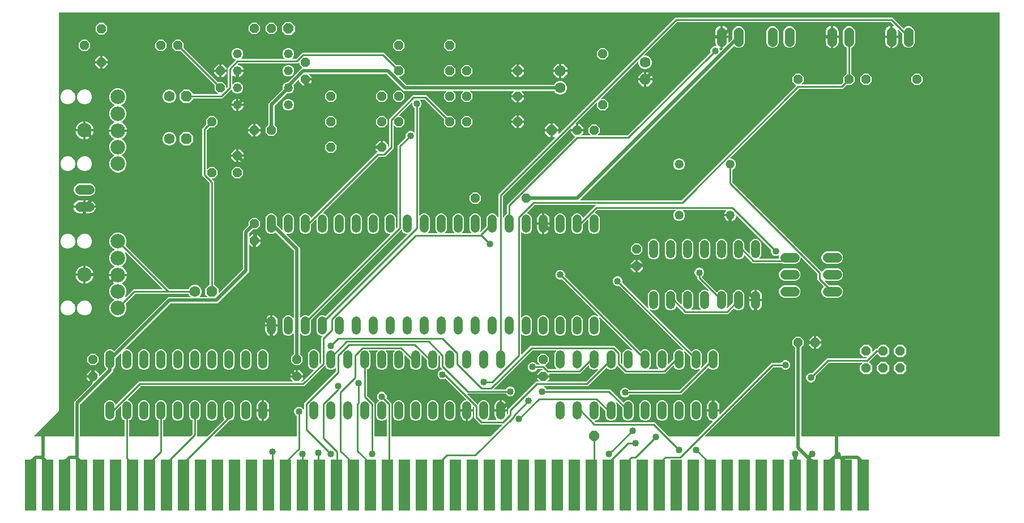
<source format=gbl>
G04 EAGLE Gerber RS-274X export*
G75*
%MOMM*%
%FSLAX34Y34*%
%LPD*%
%INBottom Copper*%
%IPPOS*%
%AMOC8*
5,1,8,0,0,1.08239X$1,22.5*%
G01*
%ADD10P,1.429621X8X292.500000*%
%ADD11P,1.429621X8X202.500000*%
%ADD12C,1.320800*%
%ADD13P,1.732040X8X22.500000*%
%ADD14C,1.600200*%
%ADD15P,1.429621X8X112.500000*%
%ADD16C,1.422400*%
%ADD17C,2.184400*%
%ADD18P,1.649562X8X292.500000*%
%ADD19P,1.732040X8X112.500000*%
%ADD20P,1.732040X8X292.500000*%
%ADD21R,1.780000X7.620000*%
%ADD22C,1.320800*%
%ADD23P,1.539592X8X22.500000*%
%ADD24P,1.649562X8X22.500000*%
%ADD25P,1.429621X8X22.500000*%
%ADD26C,0.508000*%
%ADD27C,1.016000*%
%ADD28C,0.254000*%

G36*
X97873Y113542D02*
X97873Y113542D01*
X97893Y113540D01*
X97994Y113562D01*
X98096Y113579D01*
X98114Y113588D01*
X98133Y113592D01*
X98222Y113645D01*
X98314Y113694D01*
X98327Y113708D01*
X98344Y113718D01*
X98412Y113797D01*
X98483Y113872D01*
X98491Y113890D01*
X98504Y113905D01*
X98543Y114001D01*
X98587Y114095D01*
X98589Y114115D01*
X98596Y114133D01*
X98615Y114300D01*
X98615Y165407D01*
X125964Y192756D01*
X126006Y192814D01*
X126055Y192866D01*
X126077Y192913D01*
X126107Y192955D01*
X126128Y193024D01*
X126159Y193089D01*
X126164Y193141D01*
X126180Y193191D01*
X126178Y193262D01*
X126186Y193333D01*
X126175Y193384D01*
X126173Y193436D01*
X126149Y193504D01*
X126134Y193574D01*
X126107Y193618D01*
X126089Y193667D01*
X126044Y193723D01*
X126007Y193785D01*
X125968Y193819D01*
X125935Y193859D01*
X125875Y193898D01*
X125820Y193945D01*
X125772Y193964D01*
X125728Y193992D01*
X125659Y194010D01*
X125592Y194037D01*
X125521Y194045D01*
X125490Y194053D01*
X125467Y194051D01*
X125426Y194055D01*
X123212Y194055D01*
X117855Y199412D01*
X117855Y201677D01*
X126238Y201677D01*
X126258Y201680D01*
X126277Y201678D01*
X126379Y201700D01*
X126481Y201717D01*
X126498Y201726D01*
X126518Y201730D01*
X126607Y201783D01*
X126698Y201832D01*
X126712Y201846D01*
X126729Y201856D01*
X126796Y201935D01*
X126867Y202010D01*
X126876Y202028D01*
X126889Y202043D01*
X126927Y202139D01*
X126971Y202233D01*
X126973Y202253D01*
X126981Y202271D01*
X126999Y202438D01*
X126999Y203201D01*
X127762Y203201D01*
X127782Y203204D01*
X127801Y203202D01*
X127903Y203224D01*
X128005Y203241D01*
X128022Y203250D01*
X128042Y203254D01*
X128131Y203307D01*
X128222Y203356D01*
X128236Y203370D01*
X128253Y203380D01*
X128320Y203459D01*
X128391Y203534D01*
X128400Y203552D01*
X128413Y203567D01*
X128452Y203663D01*
X128495Y203757D01*
X128497Y203777D01*
X128505Y203795D01*
X128523Y203962D01*
X128523Y212345D01*
X130788Y212345D01*
X136145Y206988D01*
X136145Y204774D01*
X136156Y204704D01*
X136158Y204632D01*
X136176Y204583D01*
X136184Y204532D01*
X136218Y204468D01*
X136243Y204401D01*
X136275Y204360D01*
X136300Y204314D01*
X136351Y204265D01*
X136396Y204209D01*
X136440Y204181D01*
X136478Y204145D01*
X136543Y204115D01*
X136603Y204076D01*
X136654Y204063D01*
X136701Y204041D01*
X136772Y204033D01*
X136842Y204016D01*
X136894Y204020D01*
X136945Y204014D01*
X137016Y204029D01*
X137087Y204035D01*
X137135Y204055D01*
X137186Y204066D01*
X137247Y204103D01*
X137313Y204131D01*
X137369Y204176D01*
X137397Y204193D01*
X137412Y204210D01*
X137444Y204236D01*
X147157Y213949D01*
X147168Y213965D01*
X147184Y213977D01*
X147240Y214065D01*
X147300Y214148D01*
X147306Y214167D01*
X147317Y214184D01*
X147342Y214285D01*
X147373Y214383D01*
X147372Y214403D01*
X147377Y214423D01*
X147369Y214526D01*
X147366Y214629D01*
X147359Y214648D01*
X147358Y214668D01*
X147318Y214763D01*
X147282Y214860D01*
X147269Y214876D01*
X147262Y214894D01*
X147157Y215025D01*
X145078Y217104D01*
X143763Y220278D01*
X143763Y236922D01*
X145078Y240096D01*
X147508Y242526D01*
X150682Y243841D01*
X154118Y243841D01*
X157292Y242526D01*
X158037Y241781D01*
X158054Y241769D01*
X158066Y241754D01*
X158153Y241698D01*
X158237Y241637D01*
X158256Y241631D01*
X158273Y241621D01*
X158373Y241595D01*
X158472Y241565D01*
X158492Y241565D01*
X158511Y241561D01*
X158614Y241569D01*
X158718Y241571D01*
X158737Y241578D01*
X158757Y241580D01*
X158852Y241620D01*
X158949Y241656D01*
X158965Y241668D01*
X158983Y241676D01*
X159114Y241781D01*
X239406Y322073D01*
X271500Y322073D01*
X271570Y322084D01*
X271642Y322086D01*
X271691Y322104D01*
X271742Y322112D01*
X271806Y322146D01*
X271873Y322171D01*
X271914Y322203D01*
X271960Y322228D01*
X272009Y322280D01*
X272065Y322324D01*
X272093Y322368D01*
X272129Y322406D01*
X272159Y322471D01*
X272198Y322531D01*
X272211Y322582D01*
X272233Y322629D01*
X272241Y322700D01*
X272258Y322770D01*
X272254Y322822D01*
X272260Y322873D01*
X272245Y322944D01*
X272239Y323015D01*
X272219Y323063D01*
X272208Y323114D01*
X272171Y323175D01*
X272143Y323241D01*
X272098Y323297D01*
X272081Y323325D01*
X272064Y323340D01*
X272038Y323372D01*
X270894Y324516D01*
X270102Y326427D01*
X270041Y326527D01*
X269981Y326627D01*
X269976Y326631D01*
X269973Y326636D01*
X269883Y326711D01*
X269794Y326787D01*
X269788Y326789D01*
X269783Y326793D01*
X269675Y326835D01*
X269566Y326879D01*
X269558Y326880D01*
X269554Y326881D01*
X269535Y326882D01*
X269399Y326897D01*
X190596Y326897D01*
X190506Y326883D01*
X190415Y326875D01*
X190385Y326863D01*
X190353Y326858D01*
X190272Y326815D01*
X190189Y326779D01*
X190156Y326753D01*
X190136Y326742D01*
X190114Y326719D01*
X190058Y326674D01*
X175946Y312563D01*
X175879Y312469D01*
X175809Y312375D01*
X175807Y312369D01*
X175803Y312363D01*
X175769Y312253D01*
X175732Y312141D01*
X175732Y312134D01*
X175731Y312128D01*
X175734Y312012D01*
X175735Y311895D01*
X175737Y311888D01*
X175737Y311883D01*
X175743Y311865D01*
X175781Y311734D01*
X177255Y308177D01*
X177255Y303023D01*
X175282Y298262D01*
X171638Y294618D01*
X166877Y292645D01*
X161723Y292645D01*
X156962Y294618D01*
X153318Y298262D01*
X151345Y303023D01*
X151345Y308177D01*
X153318Y312938D01*
X156962Y316582D01*
X158927Y317397D01*
X158988Y317435D01*
X159054Y317464D01*
X159092Y317499D01*
X159136Y317526D01*
X159182Y317582D01*
X159235Y317630D01*
X159260Y317676D01*
X159293Y317716D01*
X159319Y317783D01*
X159354Y317846D01*
X159363Y317897D01*
X159381Y317945D01*
X159384Y318017D01*
X159397Y318088D01*
X159390Y318139D01*
X159392Y318191D01*
X159372Y318260D01*
X159361Y318331D01*
X159338Y318377D01*
X159323Y318427D01*
X159282Y318486D01*
X159250Y318550D01*
X159213Y318587D01*
X159183Y318629D01*
X159126Y318672D01*
X159074Y318722D01*
X159012Y318757D01*
X158986Y318776D01*
X158963Y318783D01*
X158927Y318803D01*
X156962Y319618D01*
X153318Y323262D01*
X151345Y328023D01*
X151345Y333177D01*
X153318Y337938D01*
X156962Y341582D01*
X157869Y341958D01*
X157904Y341980D01*
X157944Y341994D01*
X158008Y342045D01*
X158078Y342088D01*
X158104Y342120D01*
X158137Y342146D01*
X158182Y342214D01*
X158234Y342277D01*
X158250Y342316D01*
X158273Y342352D01*
X158293Y342431D01*
X158323Y342507D01*
X158324Y342549D01*
X158335Y342589D01*
X158330Y342671D01*
X158333Y342753D01*
X158321Y342793D01*
X158319Y342835D01*
X158287Y342910D01*
X158265Y342989D01*
X158241Y343023D01*
X158225Y343062D01*
X158171Y343124D01*
X158124Y343191D01*
X158091Y343216D01*
X158063Y343248D01*
X157951Y343321D01*
X157946Y343326D01*
X157942Y343327D01*
X157934Y343332D01*
X157927Y343338D01*
X157925Y343338D01*
X157923Y343340D01*
X157244Y343686D01*
X155530Y344931D01*
X154031Y346430D01*
X152786Y348144D01*
X151824Y350032D01*
X151169Y352048D01*
X150911Y353677D01*
X163538Y353677D01*
X163558Y353680D01*
X163577Y353678D01*
X163679Y353700D01*
X163781Y353717D01*
X163798Y353726D01*
X163818Y353730D01*
X163907Y353783D01*
X163998Y353832D01*
X164012Y353846D01*
X164029Y353856D01*
X164096Y353935D01*
X164167Y354010D01*
X164176Y354028D01*
X164189Y354043D01*
X164227Y354139D01*
X164271Y354233D01*
X164273Y354253D01*
X164281Y354271D01*
X164299Y354438D01*
X164299Y355962D01*
X164296Y355982D01*
X164298Y356001D01*
X164276Y356103D01*
X164259Y356205D01*
X164250Y356222D01*
X164246Y356242D01*
X164193Y356331D01*
X164144Y356422D01*
X164130Y356436D01*
X164120Y356453D01*
X164041Y356520D01*
X163966Y356591D01*
X163948Y356600D01*
X163933Y356613D01*
X163837Y356652D01*
X163743Y356695D01*
X163723Y356697D01*
X163705Y356705D01*
X163538Y356723D01*
X150911Y356723D01*
X151169Y358352D01*
X151824Y360368D01*
X152786Y362256D01*
X154031Y363970D01*
X155530Y365469D01*
X157244Y366714D01*
X158789Y367502D01*
X158823Y367526D01*
X158861Y367543D01*
X158921Y367599D01*
X158987Y367647D01*
X159011Y367682D01*
X159042Y367710D01*
X159082Y367782D01*
X159129Y367848D01*
X159141Y367889D01*
X159161Y367925D01*
X159175Y368006D01*
X159199Y368084D01*
X159197Y368126D01*
X159205Y368167D01*
X159193Y368248D01*
X159190Y368330D01*
X159175Y368369D01*
X159169Y368411D01*
X159132Y368484D01*
X159103Y368560D01*
X159076Y368593D01*
X159057Y368630D01*
X158999Y368687D01*
X158947Y368751D01*
X158912Y368773D01*
X158882Y368802D01*
X158746Y368877D01*
X158739Y368881D01*
X158737Y368882D01*
X158735Y368883D01*
X156962Y369618D01*
X153318Y373262D01*
X151345Y378023D01*
X151345Y383177D01*
X153318Y387938D01*
X156962Y391582D01*
X158927Y392397D01*
X158988Y392435D01*
X159054Y392464D01*
X159092Y392499D01*
X159136Y392526D01*
X159182Y392582D01*
X159235Y392630D01*
X159260Y392676D01*
X159293Y392716D01*
X159319Y392783D01*
X159354Y392846D01*
X159363Y392897D01*
X159381Y392945D01*
X159384Y393017D01*
X159397Y393088D01*
X159390Y393139D01*
X159392Y393191D01*
X159372Y393260D01*
X159361Y393331D01*
X159338Y393377D01*
X159323Y393427D01*
X159282Y393486D01*
X159250Y393550D01*
X159213Y393587D01*
X159183Y393629D01*
X159126Y393672D01*
X159074Y393722D01*
X159012Y393757D01*
X158986Y393776D01*
X158963Y393783D01*
X158927Y393803D01*
X156962Y394618D01*
X153318Y398262D01*
X151345Y403023D01*
X151345Y408177D01*
X153318Y412938D01*
X156962Y416582D01*
X161723Y418555D01*
X166877Y418555D01*
X171638Y416582D01*
X175282Y412938D01*
X177255Y408177D01*
X177255Y403023D01*
X175781Y399466D01*
X175755Y399353D01*
X175726Y399239D01*
X175727Y399233D01*
X175725Y399227D01*
X175736Y399110D01*
X175745Y398994D01*
X175748Y398988D01*
X175748Y398982D01*
X175796Y398874D01*
X175842Y398768D01*
X175846Y398762D01*
X175848Y398757D01*
X175861Y398744D01*
X175946Y398637D01*
X240858Y333726D01*
X240932Y333673D01*
X241001Y333613D01*
X241031Y333601D01*
X241057Y333582D01*
X241144Y333555D01*
X241229Y333521D01*
X241270Y333517D01*
X241292Y333510D01*
X241325Y333511D01*
X241396Y333503D01*
X269399Y333503D01*
X269514Y333522D01*
X269630Y333539D01*
X269636Y333541D01*
X269642Y333542D01*
X269744Y333597D01*
X269849Y333650D01*
X269854Y333655D01*
X269859Y333658D01*
X269939Y333742D01*
X270021Y333826D01*
X270025Y333832D01*
X270028Y333836D01*
X270036Y333853D01*
X270102Y333973D01*
X270894Y335884D01*
X273716Y338706D01*
X277404Y340234D01*
X281396Y340234D01*
X285084Y338706D01*
X287906Y335884D01*
X289434Y332196D01*
X289434Y328204D01*
X287906Y324516D01*
X286762Y323372D01*
X286720Y323314D01*
X286671Y323262D01*
X286649Y323215D01*
X286619Y323173D01*
X286597Y323104D01*
X286567Y323039D01*
X286562Y322987D01*
X286546Y322937D01*
X286548Y322866D01*
X286540Y322795D01*
X286551Y322744D01*
X286553Y322692D01*
X286577Y322624D01*
X286592Y322554D01*
X286619Y322509D01*
X286637Y322461D01*
X286682Y322405D01*
X286719Y322343D01*
X286758Y322309D01*
X286791Y322269D01*
X286851Y322230D01*
X286905Y322183D01*
X286954Y322164D01*
X286998Y322136D01*
X287067Y322118D01*
X287134Y322091D01*
X287205Y322083D01*
X287236Y322075D01*
X287259Y322077D01*
X287300Y322073D01*
X296900Y322073D01*
X296970Y322084D01*
X297042Y322086D01*
X297091Y322104D01*
X297142Y322112D01*
X297206Y322146D01*
X297273Y322171D01*
X297314Y322203D01*
X297360Y322228D01*
X297409Y322280D01*
X297465Y322324D01*
X297493Y322368D01*
X297529Y322406D01*
X297559Y322471D01*
X297598Y322531D01*
X297611Y322582D01*
X297633Y322629D01*
X297641Y322700D01*
X297658Y322770D01*
X297654Y322822D01*
X297660Y322873D01*
X297645Y322944D01*
X297639Y323015D01*
X297619Y323063D01*
X297608Y323114D01*
X297571Y323175D01*
X297543Y323241D01*
X297498Y323297D01*
X297481Y323325D01*
X297464Y323340D01*
X297438Y323372D01*
X294766Y326044D01*
X294766Y334356D01*
X300644Y340234D01*
X300736Y340234D01*
X300756Y340237D01*
X300775Y340235D01*
X300877Y340257D01*
X300979Y340273D01*
X300996Y340283D01*
X301016Y340287D01*
X301105Y340340D01*
X301196Y340389D01*
X301210Y340403D01*
X301227Y340413D01*
X301294Y340492D01*
X301366Y340567D01*
X301374Y340585D01*
X301387Y340600D01*
X301426Y340696D01*
X301469Y340790D01*
X301471Y340810D01*
X301479Y340828D01*
X301497Y340995D01*
X301497Y492029D01*
X301483Y492119D01*
X301475Y492210D01*
X301463Y492240D01*
X301458Y492272D01*
X301415Y492353D01*
X301379Y492436D01*
X301353Y492469D01*
X301342Y492489D01*
X301319Y492511D01*
X301274Y492567D01*
X290385Y503457D01*
X290385Y574456D01*
X295940Y580011D01*
X295993Y580085D01*
X296053Y580154D01*
X296065Y580185D01*
X296084Y580211D01*
X296111Y580298D01*
X296145Y580383D01*
X296149Y580424D01*
X296156Y580446D01*
X296155Y580478D01*
X296163Y580549D01*
X296163Y587777D01*
X301223Y592837D01*
X308377Y592837D01*
X313437Y587777D01*
X313437Y580623D01*
X308377Y575563D01*
X301149Y575563D01*
X301059Y575549D01*
X300968Y575541D01*
X300939Y575529D01*
X300907Y575524D01*
X300826Y575481D01*
X300742Y575445D01*
X300710Y575419D01*
X300689Y575408D01*
X300667Y575385D01*
X300611Y575340D01*
X297213Y571942D01*
X297160Y571868D01*
X297101Y571799D01*
X297089Y571769D01*
X297070Y571743D01*
X297043Y571656D01*
X297009Y571571D01*
X297004Y571530D01*
X296997Y571508D01*
X296998Y571475D01*
X296990Y571404D01*
X296990Y514242D01*
X297002Y514171D01*
X297004Y514100D01*
X297022Y514051D01*
X297030Y513999D01*
X297064Y513936D01*
X297088Y513869D01*
X297121Y513828D01*
X297145Y513782D01*
X297197Y513733D01*
X297242Y513677D01*
X297286Y513649D01*
X297323Y513613D01*
X297388Y513583D01*
X297449Y513544D01*
X297499Y513531D01*
X297546Y513509D01*
X297618Y513501D01*
X297687Y513484D01*
X297739Y513488D01*
X297791Y513482D01*
X297861Y513497D01*
X297932Y513503D01*
X297980Y513523D01*
X298031Y513534D01*
X298093Y513571D01*
X298159Y513599D01*
X298215Y513644D01*
X298242Y513660D01*
X298258Y513678D01*
X298290Y513704D01*
X301223Y516637D01*
X308377Y516637D01*
X313437Y511577D01*
X313437Y504423D01*
X308377Y499363D01*
X305658Y499363D01*
X305587Y499352D01*
X305515Y499350D01*
X305466Y499332D01*
X305415Y499324D01*
X305352Y499290D01*
X305284Y499265D01*
X305244Y499233D01*
X305198Y499208D01*
X305148Y499156D01*
X305092Y499112D01*
X305064Y499068D01*
X305028Y499030D01*
X304998Y498965D01*
X304959Y498905D01*
X304947Y498854D01*
X304925Y498807D01*
X304917Y498736D01*
X304899Y498666D01*
X304903Y498614D01*
X304898Y498563D01*
X304913Y498492D01*
X304918Y498421D01*
X304939Y498373D01*
X304950Y498322D01*
X304987Y498261D01*
X305015Y498195D01*
X305060Y498139D01*
X305076Y498111D01*
X305094Y498096D01*
X305120Y498064D01*
X308103Y495081D01*
X308103Y340995D01*
X308106Y340975D01*
X308104Y340956D01*
X308126Y340854D01*
X308142Y340752D01*
X308152Y340735D01*
X308156Y340715D01*
X308209Y340626D01*
X308258Y340535D01*
X308272Y340521D01*
X308282Y340504D01*
X308361Y340437D01*
X308436Y340365D01*
X308454Y340357D01*
X308469Y340344D01*
X308565Y340305D01*
X308659Y340262D01*
X308679Y340260D01*
X308697Y340252D01*
X308864Y340234D01*
X308956Y340234D01*
X314834Y334356D01*
X314834Y329488D01*
X314845Y329418D01*
X314847Y329346D01*
X314865Y329297D01*
X314873Y329246D01*
X314907Y329182D01*
X314932Y329115D01*
X314964Y329074D01*
X314989Y329028D01*
X315041Y328979D01*
X315085Y328923D01*
X315129Y328895D01*
X315167Y328859D01*
X315232Y328829D01*
X315292Y328790D01*
X315343Y328777D01*
X315390Y328755D01*
X315461Y328747D01*
X315531Y328730D01*
X315583Y328734D01*
X315634Y328728D01*
X315705Y328743D01*
X315776Y328749D01*
X315824Y328769D01*
X315875Y328780D01*
X315936Y328817D01*
X316002Y328845D01*
X316058Y328890D01*
X316086Y328907D01*
X316101Y328924D01*
X316133Y328950D01*
X350804Y363621D01*
X350857Y363695D01*
X350917Y363765D01*
X350929Y363795D01*
X350948Y363821D01*
X350975Y363908D01*
X351009Y363993D01*
X351013Y364034D01*
X351020Y364056D01*
X351019Y364088D01*
X351027Y364159D01*
X351027Y420994D01*
X353929Y423896D01*
X359440Y429407D01*
X359493Y429481D01*
X359553Y429551D01*
X359565Y429581D01*
X359584Y429607D01*
X359611Y429694D01*
X359645Y429779D01*
X359649Y429820D01*
X359656Y429842D01*
X359655Y429874D01*
X359663Y429945D01*
X359663Y435377D01*
X364723Y440437D01*
X371877Y440437D01*
X376937Y435377D01*
X376937Y428223D01*
X371877Y423163D01*
X366445Y423163D01*
X366355Y423149D01*
X366264Y423141D01*
X366235Y423129D01*
X366203Y423124D01*
X366122Y423081D01*
X366038Y423045D01*
X366006Y423019D01*
X365985Y423008D01*
X365963Y422985D01*
X365907Y422940D01*
X360396Y417429D01*
X360343Y417355D01*
X360283Y417285D01*
X360271Y417255D01*
X360252Y417229D01*
X360225Y417142D01*
X360191Y417057D01*
X360187Y417016D01*
X360180Y416994D01*
X360181Y416962D01*
X360173Y416891D01*
X360173Y413043D01*
X360184Y412972D01*
X360186Y412901D01*
X360204Y412852D01*
X360212Y412800D01*
X360246Y412737D01*
X360271Y412670D01*
X360303Y412629D01*
X360328Y412583D01*
X360380Y412534D01*
X360424Y412478D01*
X360468Y412449D01*
X360506Y412414D01*
X360571Y412383D01*
X360631Y412345D01*
X360682Y412332D01*
X360729Y412310D01*
X360800Y412302D01*
X360870Y412285D01*
X360922Y412289D01*
X360973Y412283D01*
X361044Y412298D01*
X361115Y412304D01*
X361163Y412324D01*
X361214Y412335D01*
X361275Y412372D01*
X361341Y412400D01*
X361397Y412445D01*
X361425Y412461D01*
X361440Y412479D01*
X361472Y412505D01*
X364512Y415545D01*
X366777Y415545D01*
X366777Y407162D01*
X366780Y407142D01*
X366778Y407123D01*
X366800Y407021D01*
X366817Y406919D01*
X366826Y406902D01*
X366830Y406882D01*
X366883Y406793D01*
X366932Y406702D01*
X366946Y406688D01*
X366956Y406671D01*
X367035Y406604D01*
X367110Y406533D01*
X367128Y406524D01*
X367143Y406511D01*
X367239Y406473D01*
X367333Y406429D01*
X367353Y406427D01*
X367371Y406419D01*
X367538Y406401D01*
X368301Y406401D01*
X368301Y406399D01*
X367538Y406399D01*
X367518Y406396D01*
X367499Y406398D01*
X367397Y406376D01*
X367295Y406359D01*
X367278Y406350D01*
X367258Y406346D01*
X367169Y406293D01*
X367078Y406244D01*
X367064Y406230D01*
X367047Y406220D01*
X366980Y406141D01*
X366909Y406066D01*
X366900Y406048D01*
X366887Y406033D01*
X366848Y405937D01*
X366805Y405843D01*
X366803Y405823D01*
X366795Y405805D01*
X366777Y405638D01*
X366777Y397255D01*
X364512Y397255D01*
X361472Y400295D01*
X361414Y400337D01*
X361362Y400386D01*
X361315Y400408D01*
X361273Y400439D01*
X361204Y400460D01*
X361139Y400490D01*
X361087Y400496D01*
X361037Y400511D01*
X360966Y400509D01*
X360895Y400517D01*
X360844Y400506D01*
X360792Y400505D01*
X360724Y400480D01*
X360654Y400465D01*
X360609Y400438D01*
X360561Y400420D01*
X360505Y400375D01*
X360443Y400339D01*
X360409Y400299D01*
X360369Y400267D01*
X360330Y400206D01*
X360283Y400152D01*
X360264Y400103D01*
X360236Y400060D01*
X360218Y399990D01*
X360191Y399924D01*
X360183Y399852D01*
X360175Y399821D01*
X360177Y399798D01*
X360173Y399757D01*
X360173Y360056D01*
X313044Y312927D01*
X243509Y312927D01*
X243419Y312913D01*
X243328Y312905D01*
X243299Y312893D01*
X243267Y312888D01*
X243186Y312845D01*
X243102Y312809D01*
X243070Y312783D01*
X243049Y312772D01*
X243027Y312749D01*
X242971Y312704D01*
X175407Y245140D01*
X175365Y245082D01*
X175316Y245030D01*
X175294Y244983D01*
X175264Y244941D01*
X175242Y244872D01*
X175212Y244807D01*
X175206Y244755D01*
X175191Y244705D01*
X175193Y244634D01*
X175185Y244563D01*
X175196Y244512D01*
X175198Y244460D01*
X175222Y244392D01*
X175237Y244322D01*
X175264Y244277D01*
X175282Y244229D01*
X175327Y244173D01*
X175364Y244111D01*
X175403Y244077D01*
X175436Y244037D01*
X175496Y243998D01*
X175550Y243951D01*
X175599Y243932D01*
X175643Y243904D01*
X175712Y243886D01*
X175779Y243859D01*
X175850Y243851D01*
X175881Y243843D01*
X175904Y243845D01*
X175945Y243841D01*
X179518Y243841D01*
X182692Y242526D01*
X185122Y240096D01*
X186437Y236922D01*
X186437Y220278D01*
X185122Y217104D01*
X182692Y214674D01*
X179518Y213359D01*
X176082Y213359D01*
X172908Y214674D01*
X170478Y217104D01*
X169163Y220278D01*
X169163Y237059D01*
X169152Y237129D01*
X169150Y237201D01*
X169132Y237250D01*
X169124Y237301D01*
X169090Y237365D01*
X169065Y237432D01*
X169033Y237473D01*
X169008Y237519D01*
X168956Y237568D01*
X168912Y237624D01*
X168868Y237652D01*
X168830Y237688D01*
X168765Y237718D01*
X168705Y237757D01*
X168654Y237770D01*
X168607Y237792D01*
X168536Y237800D01*
X168466Y237817D01*
X168414Y237813D01*
X168363Y237819D01*
X168292Y237804D01*
X168221Y237798D01*
X168173Y237778D01*
X168122Y237767D01*
X168061Y237730D01*
X167995Y237702D01*
X167939Y237657D01*
X167911Y237640D01*
X167896Y237623D01*
X167864Y237597D01*
X161260Y230993D01*
X161207Y230919D01*
X161147Y230849D01*
X161135Y230819D01*
X161116Y230793D01*
X161089Y230706D01*
X161055Y230621D01*
X161051Y230580D01*
X161044Y230558D01*
X161045Y230526D01*
X161037Y230455D01*
X161037Y220278D01*
X159722Y217104D01*
X157196Y214577D01*
X157143Y214504D01*
X157083Y214434D01*
X157071Y214404D01*
X157052Y214378D01*
X157025Y214291D01*
X156991Y214206D01*
X156987Y214165D01*
X156980Y214143D01*
X156981Y214110D01*
X156973Y214039D01*
X156973Y210831D01*
X107983Y161841D01*
X107930Y161767D01*
X107871Y161698D01*
X107858Y161668D01*
X107840Y161642D01*
X107813Y161555D01*
X107779Y161470D01*
X107774Y161429D01*
X107767Y161407D01*
X107768Y161374D01*
X107760Y161303D01*
X107760Y114300D01*
X107763Y114280D01*
X107761Y114261D01*
X107783Y114159D01*
X107800Y114057D01*
X107809Y114040D01*
X107814Y114020D01*
X107867Y113931D01*
X107915Y113840D01*
X107929Y113826D01*
X107940Y113809D01*
X108018Y113742D01*
X108093Y113671D01*
X108111Y113662D01*
X108127Y113649D01*
X108223Y113610D01*
X108316Y113567D01*
X108336Y113565D01*
X108355Y113557D01*
X108521Y113539D01*
X173736Y113539D01*
X173756Y113542D01*
X173775Y113540D01*
X173877Y113562D01*
X173979Y113579D01*
X173996Y113588D01*
X174016Y113592D01*
X174105Y113645D01*
X174196Y113694D01*
X174210Y113708D01*
X174227Y113718D01*
X174294Y113797D01*
X174366Y113872D01*
X174374Y113890D01*
X174387Y113905D01*
X174426Y114001D01*
X174469Y114095D01*
X174471Y114115D01*
X174479Y114133D01*
X174497Y114300D01*
X174497Y137307D01*
X174478Y137422D01*
X174461Y137538D01*
X174459Y137544D01*
X174458Y137550D01*
X174403Y137652D01*
X174350Y137757D01*
X174345Y137762D01*
X174342Y137767D01*
X174258Y137847D01*
X174174Y137929D01*
X174168Y137933D01*
X174164Y137937D01*
X174147Y137944D01*
X174027Y138010D01*
X172908Y138474D01*
X170478Y140904D01*
X169163Y144078D01*
X169163Y157892D01*
X169152Y157963D01*
X169150Y158035D01*
X169132Y158084D01*
X169124Y158135D01*
X169090Y158198D01*
X169065Y158266D01*
X169033Y158306D01*
X169008Y158352D01*
X168956Y158402D01*
X168912Y158458D01*
X168868Y158486D01*
X168830Y158522D01*
X168765Y158552D01*
X168705Y158591D01*
X168654Y158603D01*
X168607Y158625D01*
X168536Y158633D01*
X168466Y158651D01*
X168414Y158647D01*
X168363Y158652D01*
X168292Y158637D01*
X168221Y158632D01*
X168173Y158611D01*
X168122Y158600D01*
X168061Y158563D01*
X167995Y158535D01*
X167939Y158491D01*
X167911Y158474D01*
X167896Y158456D01*
X167864Y158430D01*
X161260Y151826D01*
X161207Y151752D01*
X161147Y151683D01*
X161135Y151653D01*
X161116Y151627D01*
X161089Y151540D01*
X161055Y151455D01*
X161051Y151414D01*
X161044Y151392D01*
X161045Y151359D01*
X161037Y151288D01*
X161037Y144078D01*
X159722Y140904D01*
X157292Y138474D01*
X154118Y137159D01*
X150682Y137159D01*
X147508Y138474D01*
X145078Y140904D01*
X143763Y144078D01*
X143763Y160722D01*
X145078Y163896D01*
X147508Y166326D01*
X150682Y167641D01*
X154118Y167641D01*
X157292Y166326D01*
X159722Y163896D01*
X160535Y161932D01*
X160560Y161893D01*
X160575Y161850D01*
X160624Y161789D01*
X160665Y161723D01*
X160700Y161694D01*
X160729Y161658D01*
X160794Y161616D01*
X160854Y161566D01*
X160897Y161550D01*
X160936Y161525D01*
X161012Y161506D01*
X161084Y161478D01*
X161130Y161476D01*
X161174Y161465D01*
X161252Y161471D01*
X161330Y161468D01*
X161374Y161481D01*
X161420Y161484D01*
X161491Y161515D01*
X161566Y161536D01*
X161604Y161562D01*
X161646Y161580D01*
X161753Y161666D01*
X161768Y161677D01*
X161771Y161681D01*
X161777Y161685D01*
X195482Y195390D01*
X424839Y195390D01*
X424910Y195402D01*
X424982Y195404D01*
X425031Y195422D01*
X425082Y195430D01*
X425145Y195464D01*
X425213Y195488D01*
X425253Y195521D01*
X425300Y195545D01*
X425349Y195597D01*
X425405Y195642D01*
X425433Y195686D01*
X425469Y195723D01*
X425499Y195788D01*
X425538Y195849D01*
X425551Y195899D01*
X425573Y195946D01*
X425580Y196018D01*
X425598Y196087D01*
X425594Y196139D01*
X425600Y196191D01*
X425584Y196261D01*
X425579Y196332D01*
X425558Y196380D01*
X425547Y196431D01*
X425511Y196493D01*
X425482Y196559D01*
X425438Y196615D01*
X425421Y196642D01*
X425403Y196658D01*
X425378Y196690D01*
X422655Y199412D01*
X422655Y201677D01*
X431038Y201677D01*
X431058Y201680D01*
X431077Y201678D01*
X431179Y201700D01*
X431281Y201717D01*
X431298Y201726D01*
X431318Y201730D01*
X431407Y201783D01*
X431498Y201832D01*
X431512Y201846D01*
X431529Y201856D01*
X431596Y201935D01*
X431667Y202010D01*
X431676Y202028D01*
X431689Y202043D01*
X431727Y202139D01*
X431771Y202233D01*
X431773Y202253D01*
X431781Y202271D01*
X431799Y202438D01*
X431799Y203201D01*
X431801Y203201D01*
X431801Y202438D01*
X431804Y202418D01*
X431802Y202399D01*
X431824Y202297D01*
X431841Y202195D01*
X431850Y202178D01*
X431854Y202158D01*
X431907Y202069D01*
X431956Y201978D01*
X431970Y201964D01*
X431980Y201947D01*
X432059Y201880D01*
X432134Y201809D01*
X432152Y201800D01*
X432167Y201787D01*
X432263Y201748D01*
X432357Y201705D01*
X432377Y201703D01*
X432395Y201695D01*
X432562Y201677D01*
X440945Y201677D01*
X440945Y199412D01*
X438222Y196690D01*
X438180Y196632D01*
X438131Y196580D01*
X438109Y196532D01*
X438079Y196490D01*
X438058Y196422D01*
X438027Y196356D01*
X438022Y196305D01*
X438006Y196255D01*
X438008Y196183D01*
X438000Y196112D01*
X438011Y196061D01*
X438013Y196009D01*
X438037Y195942D01*
X438053Y195872D01*
X438079Y195827D01*
X438097Y195778D01*
X438142Y195722D01*
X438179Y195661D01*
X438218Y195627D01*
X438251Y195586D01*
X438311Y195547D01*
X438366Y195501D01*
X438414Y195481D01*
X438458Y195453D01*
X438527Y195436D01*
X438594Y195409D01*
X438665Y195401D01*
X438696Y195393D01*
X438720Y195395D01*
X438761Y195390D01*
X439642Y195390D01*
X439732Y195405D01*
X439823Y195412D01*
X439852Y195425D01*
X439884Y195430D01*
X439965Y195473D01*
X440049Y195508D01*
X440081Y195534D01*
X440102Y195545D01*
X440124Y195568D01*
X440180Y195613D01*
X456626Y212060D01*
X456668Y212118D01*
X456718Y212170D01*
X456740Y212217D01*
X456770Y212259D01*
X456791Y212328D01*
X456821Y212393D01*
X456827Y212445D01*
X456842Y212495D01*
X456841Y212566D01*
X456848Y212637D01*
X456837Y212688D01*
X456836Y212740D01*
X456811Y212808D01*
X456796Y212878D01*
X456769Y212923D01*
X456752Y212971D01*
X456707Y213027D01*
X456670Y213089D01*
X456630Y213123D01*
X456598Y213163D01*
X456538Y213202D01*
X456483Y213249D01*
X456435Y213268D01*
X456391Y213296D01*
X456321Y213314D01*
X456255Y213341D01*
X456184Y213349D01*
X456152Y213357D01*
X456129Y213355D01*
X456088Y213359D01*
X455482Y213359D01*
X452308Y214674D01*
X449878Y217104D01*
X448563Y220278D01*
X448563Y236922D01*
X449878Y240096D01*
X452308Y242526D01*
X455482Y243841D01*
X458918Y243841D01*
X462092Y242526D01*
X464522Y240096D01*
X465837Y236922D01*
X465837Y223108D01*
X465848Y223037D01*
X465850Y222965D01*
X465868Y222916D01*
X465876Y222865D01*
X465910Y222802D01*
X465935Y222734D01*
X465967Y222694D01*
X465992Y222648D01*
X466044Y222598D01*
X466088Y222542D01*
X466132Y222514D01*
X466170Y222478D01*
X466235Y222448D01*
X466295Y222409D01*
X466346Y222397D01*
X466393Y222375D01*
X466464Y222367D01*
X466534Y222349D01*
X466586Y222353D01*
X466637Y222348D01*
X466708Y222363D01*
X466779Y222368D01*
X466827Y222389D01*
X466878Y222400D01*
X466939Y222437D01*
X467005Y222465D01*
X467061Y222510D01*
X467089Y222526D01*
X467104Y222544D01*
X467136Y222570D01*
X467962Y223395D01*
X468006Y223456D01*
X468040Y223492D01*
X468046Y223505D01*
X468074Y223538D01*
X468086Y223569D01*
X468105Y223595D01*
X468132Y223682D01*
X468166Y223767D01*
X468171Y223808D01*
X468178Y223830D01*
X468177Y223862D01*
X468185Y223933D01*
X468185Y261718D01*
X469326Y262860D01*
X469368Y262918D01*
X469418Y262970D01*
X469440Y263017D01*
X469470Y263059D01*
X469491Y263128D01*
X469521Y263193D01*
X469527Y263245D01*
X469542Y263295D01*
X469541Y263366D01*
X469548Y263437D01*
X469537Y263488D01*
X469536Y263540D01*
X469511Y263608D01*
X469496Y263678D01*
X469469Y263723D01*
X469452Y263771D01*
X469407Y263827D01*
X469370Y263889D01*
X469330Y263923D01*
X469298Y263963D01*
X469238Y264002D01*
X469183Y264049D01*
X469135Y264068D01*
X469091Y264096D01*
X469021Y264114D01*
X468955Y264141D01*
X468884Y264149D01*
X468852Y264157D01*
X468829Y264155D01*
X468788Y264159D01*
X468182Y264159D01*
X465008Y265474D01*
X462578Y267904D01*
X461263Y271078D01*
X461263Y287722D01*
X462578Y290896D01*
X465008Y293326D01*
X468182Y294641D01*
X471618Y294641D01*
X474040Y293638D01*
X474153Y293611D01*
X474267Y293582D01*
X474273Y293583D01*
X474279Y293581D01*
X474396Y293592D01*
X474512Y293601D01*
X474518Y293604D01*
X474524Y293605D01*
X474632Y293652D01*
X474738Y293698D01*
X474744Y293702D01*
X474749Y293705D01*
X474763Y293717D01*
X474869Y293803D01*
X596326Y415260D01*
X596368Y415318D01*
X596418Y415370D01*
X596440Y415417D01*
X596470Y415459D01*
X596491Y415528D01*
X596521Y415593D01*
X596527Y415645D01*
X596542Y415695D01*
X596541Y415766D01*
X596548Y415837D01*
X596537Y415888D01*
X596536Y415940D01*
X596511Y416008D01*
X596496Y416078D01*
X596469Y416122D01*
X596452Y416171D01*
X596407Y416227D01*
X596370Y416289D01*
X596330Y416323D01*
X596298Y416363D01*
X596238Y416402D01*
X596183Y416449D01*
X596135Y416468D01*
X596091Y416496D01*
X596021Y416514D01*
X595955Y416541D01*
X595884Y416549D01*
X595852Y416557D01*
X595829Y416555D01*
X595788Y416559D01*
X595182Y416559D01*
X592008Y417874D01*
X589578Y420304D01*
X588765Y422268D01*
X588740Y422307D01*
X588725Y422350D01*
X588676Y422411D01*
X588635Y422477D01*
X588600Y422506D01*
X588571Y422542D01*
X588506Y422584D01*
X588445Y422634D01*
X588403Y422650D01*
X588364Y422675D01*
X588288Y422694D01*
X588216Y422722D01*
X588170Y422724D01*
X588125Y422735D01*
X588048Y422729D01*
X587970Y422732D01*
X587926Y422719D01*
X587880Y422716D01*
X587809Y422685D01*
X587734Y422664D01*
X587696Y422638D01*
X587654Y422620D01*
X587547Y422534D01*
X587532Y422523D01*
X587529Y422519D01*
X587523Y422515D01*
X586933Y421924D01*
X586932Y421924D01*
X453360Y288351D01*
X453307Y288278D01*
X453247Y288208D01*
X453235Y288178D01*
X453216Y288152D01*
X453189Y288065D01*
X453155Y287980D01*
X453151Y287939D01*
X453144Y287917D01*
X453145Y287884D01*
X453137Y287813D01*
X453137Y271078D01*
X451822Y267904D01*
X449392Y265474D01*
X446218Y264159D01*
X442782Y264159D01*
X439608Y265474D01*
X437672Y267410D01*
X437614Y267451D01*
X437562Y267501D01*
X437515Y267523D01*
X437473Y267553D01*
X437404Y267574D01*
X437339Y267604D01*
X437287Y267610D01*
X437237Y267625D01*
X437166Y267624D01*
X437095Y267631D01*
X437044Y267620D01*
X436992Y267619D01*
X436924Y267594D01*
X436854Y267579D01*
X436809Y267553D01*
X436761Y267535D01*
X436705Y267490D01*
X436643Y267453D01*
X436609Y267413D01*
X436569Y267381D01*
X436530Y267321D01*
X436483Y267266D01*
X436464Y267218D01*
X436436Y267174D01*
X436418Y267105D01*
X436391Y267038D01*
X436383Y266967D01*
X436375Y266935D01*
X436377Y266912D01*
X436373Y266871D01*
X436373Y236557D01*
X436387Y236467D01*
X436395Y236376D01*
X436407Y236346D01*
X436412Y236314D01*
X436455Y236233D01*
X436491Y236149D01*
X436517Y236117D01*
X436528Y236097D01*
X436551Y236074D01*
X436596Y236018D01*
X440437Y232177D01*
X440437Y225023D01*
X435377Y219963D01*
X428223Y219963D01*
X423163Y225023D01*
X423163Y232177D01*
X427004Y236018D01*
X427057Y236092D01*
X427117Y236162D01*
X427129Y236192D01*
X427148Y236218D01*
X427175Y236305D01*
X427209Y236390D01*
X427213Y236431D01*
X427220Y236453D01*
X427219Y236485D01*
X427227Y236557D01*
X427227Y266871D01*
X427216Y266942D01*
X427214Y267014D01*
X427196Y267063D01*
X427188Y267114D01*
X427154Y267177D01*
X427129Y267245D01*
X427097Y267285D01*
X427072Y267331D01*
X427020Y267381D01*
X426976Y267437D01*
X426932Y267465D01*
X426894Y267501D01*
X426829Y267531D01*
X426769Y267570D01*
X426718Y267582D01*
X426671Y267604D01*
X426600Y267612D01*
X426530Y267630D01*
X426478Y267626D01*
X426427Y267631D01*
X426356Y267616D01*
X426285Y267611D01*
X426237Y267590D01*
X426186Y267579D01*
X426125Y267542D01*
X426059Y267514D01*
X426003Y267470D01*
X425975Y267453D01*
X425960Y267435D01*
X425928Y267410D01*
X423992Y265474D01*
X420818Y264159D01*
X417382Y264159D01*
X414208Y265474D01*
X411778Y267904D01*
X410463Y271078D01*
X410463Y287722D01*
X411778Y290896D01*
X414208Y293326D01*
X417382Y294641D01*
X420818Y294641D01*
X423992Y293326D01*
X425928Y291390D01*
X425986Y291349D01*
X426038Y291299D01*
X426085Y291277D01*
X426127Y291247D01*
X426196Y291226D01*
X426261Y291196D01*
X426313Y291190D01*
X426363Y291175D01*
X426434Y291176D01*
X426505Y291169D01*
X426556Y291180D01*
X426608Y291181D01*
X426676Y291206D01*
X426746Y291221D01*
X426791Y291247D01*
X426839Y291265D01*
X426895Y291310D01*
X426957Y291347D01*
X426991Y291387D01*
X427031Y291419D01*
X427070Y291479D01*
X427117Y291534D01*
X427136Y291582D01*
X427164Y291626D01*
X427182Y291695D01*
X427209Y291762D01*
X427217Y291833D01*
X427225Y291865D01*
X427223Y291888D01*
X427227Y291929D01*
X427227Y391491D01*
X427213Y391581D01*
X427205Y391672D01*
X427193Y391701D01*
X427188Y391733D01*
X427145Y391814D01*
X427109Y391898D01*
X427083Y391930D01*
X427072Y391951D01*
X427049Y391973D01*
X427004Y392029D01*
X400414Y418619D01*
X400398Y418631D01*
X400385Y418646D01*
X400298Y418702D01*
X400214Y418763D01*
X400195Y418769D01*
X400178Y418779D01*
X400078Y418805D01*
X399979Y418835D01*
X399959Y418835D01*
X399940Y418839D01*
X399837Y418831D01*
X399733Y418829D01*
X399714Y418822D01*
X399695Y418820D01*
X399600Y418780D01*
X399502Y418744D01*
X399487Y418732D01*
X399468Y418724D01*
X399337Y418619D01*
X398592Y417874D01*
X395418Y416559D01*
X391982Y416559D01*
X388808Y417874D01*
X386378Y420304D01*
X385063Y423478D01*
X385063Y440122D01*
X386378Y443296D01*
X388808Y445726D01*
X391982Y447041D01*
X395418Y447041D01*
X398592Y445726D01*
X401022Y443296D01*
X402337Y440122D01*
X402337Y429945D01*
X402351Y429855D01*
X402359Y429764D01*
X402371Y429735D01*
X402376Y429703D01*
X402419Y429622D01*
X402455Y429538D01*
X402481Y429506D01*
X402492Y429485D01*
X402515Y429463D01*
X402560Y429407D01*
X409164Y422803D01*
X409222Y422761D01*
X409274Y422712D01*
X409321Y422690D01*
X409363Y422660D01*
X409432Y422638D01*
X409497Y422608D01*
X409549Y422603D01*
X409599Y422587D01*
X409670Y422589D01*
X409741Y422581D01*
X409792Y422592D01*
X409844Y422594D01*
X409912Y422618D01*
X409982Y422633D01*
X410027Y422660D01*
X410075Y422678D01*
X410131Y422723D01*
X410193Y422760D01*
X410227Y422799D01*
X410267Y422832D01*
X410306Y422892D01*
X410353Y422946D01*
X410372Y422995D01*
X410400Y423039D01*
X410418Y423108D01*
X410445Y423175D01*
X410453Y423246D01*
X410461Y423277D01*
X410459Y423300D01*
X410463Y423341D01*
X410463Y440122D01*
X411778Y443296D01*
X414208Y445726D01*
X417382Y447041D01*
X420818Y447041D01*
X423992Y445726D01*
X426422Y443296D01*
X427737Y440122D01*
X427737Y423478D01*
X426422Y420304D01*
X423992Y417874D01*
X420818Y416559D01*
X417245Y416559D01*
X417175Y416548D01*
X417103Y416546D01*
X417054Y416528D01*
X417003Y416520D01*
X416939Y416486D01*
X416872Y416461D01*
X416831Y416429D01*
X416785Y416404D01*
X416736Y416352D01*
X416680Y416308D01*
X416652Y416264D01*
X416616Y416226D01*
X416586Y416161D01*
X416547Y416101D01*
X416534Y416050D01*
X416512Y416003D01*
X416504Y415932D01*
X416487Y415862D01*
X416491Y415810D01*
X416485Y415759D01*
X416500Y415688D01*
X416506Y415617D01*
X416526Y415569D01*
X416537Y415518D01*
X416574Y415457D01*
X416602Y415391D01*
X416647Y415335D01*
X416664Y415307D01*
X416681Y415292D01*
X416707Y415260D01*
X436373Y395594D01*
X436373Y291929D01*
X436384Y291858D01*
X436386Y291786D01*
X436404Y291737D01*
X436412Y291686D01*
X436446Y291623D01*
X436471Y291555D01*
X436503Y291515D01*
X436528Y291469D01*
X436580Y291419D01*
X436624Y291363D01*
X436668Y291335D01*
X436706Y291299D01*
X436771Y291269D01*
X436831Y291230D01*
X436882Y291218D01*
X436929Y291196D01*
X437000Y291188D01*
X437070Y291170D01*
X437122Y291174D01*
X437173Y291169D01*
X437244Y291184D01*
X437315Y291189D01*
X437363Y291210D01*
X437414Y291221D01*
X437475Y291258D01*
X437541Y291286D01*
X437597Y291330D01*
X437625Y291347D01*
X437640Y291365D01*
X437672Y291390D01*
X439608Y293326D01*
X442782Y294641D01*
X446218Y294641D01*
X448640Y293638D01*
X448753Y293611D01*
X448867Y293582D01*
X448873Y293583D01*
X448879Y293581D01*
X448996Y293592D01*
X449112Y293601D01*
X449118Y293604D01*
X449124Y293605D01*
X449232Y293652D01*
X449338Y293698D01*
X449344Y293702D01*
X449349Y293705D01*
X449363Y293717D01*
X449469Y293803D01*
X570926Y415260D01*
X570968Y415318D01*
X571018Y415370D01*
X571040Y415417D01*
X571070Y415459D01*
X571091Y415528D01*
X571121Y415593D01*
X571127Y415645D01*
X571142Y415695D01*
X571141Y415766D01*
X571148Y415837D01*
X571137Y415888D01*
X571136Y415940D01*
X571111Y416008D01*
X571096Y416078D01*
X571069Y416122D01*
X571052Y416171D01*
X571007Y416227D01*
X570970Y416289D01*
X570930Y416323D01*
X570898Y416363D01*
X570838Y416402D01*
X570783Y416449D01*
X570735Y416468D01*
X570691Y416496D01*
X570621Y416514D01*
X570555Y416541D01*
X570484Y416549D01*
X570452Y416557D01*
X570429Y416555D01*
X570388Y416559D01*
X569782Y416559D01*
X566608Y417874D01*
X564178Y420304D01*
X562863Y423478D01*
X562863Y440122D01*
X564178Y443296D01*
X566608Y445726D01*
X569782Y447041D01*
X573218Y447041D01*
X576392Y445726D01*
X578822Y443296D01*
X580137Y440122D01*
X580137Y426308D01*
X580148Y426237D01*
X580150Y426165D01*
X580168Y426116D01*
X580176Y426065D01*
X580210Y426002D01*
X580235Y425934D01*
X580267Y425894D01*
X580292Y425848D01*
X580344Y425798D01*
X580388Y425742D01*
X580432Y425714D01*
X580470Y425678D01*
X580535Y425648D01*
X580595Y425609D01*
X580646Y425597D01*
X580693Y425575D01*
X580764Y425567D01*
X580834Y425549D01*
X580886Y425553D01*
X580937Y425548D01*
X581008Y425563D01*
X581079Y425568D01*
X581127Y425589D01*
X581178Y425600D01*
X581239Y425637D01*
X581305Y425665D01*
X581361Y425710D01*
X581389Y425726D01*
X581404Y425744D01*
X581436Y425770D01*
X582262Y426595D01*
X582315Y426669D01*
X582374Y426738D01*
X582386Y426769D01*
X582405Y426795D01*
X582432Y426882D01*
X582466Y426967D01*
X582471Y427008D01*
X582478Y427030D01*
X582477Y427062D01*
X582485Y427133D01*
X582485Y549056D01*
X594491Y561062D01*
X594559Y561157D01*
X594629Y561250D01*
X594631Y561256D01*
X594634Y561261D01*
X594669Y561373D01*
X594705Y561484D01*
X594705Y561491D01*
X594707Y561497D01*
X594704Y561613D01*
X594703Y561730D01*
X594701Y561737D01*
X594700Y561742D01*
X594694Y561760D01*
X594656Y561891D01*
X594550Y562148D01*
X594550Y564977D01*
X595633Y567592D01*
X597633Y569592D01*
X600248Y570675D01*
X603077Y570675D01*
X605692Y569592D01*
X606585Y568699D01*
X606643Y568657D01*
X606695Y568607D01*
X606743Y568586D01*
X606785Y568555D01*
X606853Y568534D01*
X606919Y568504D01*
X606970Y568498D01*
X607020Y568483D01*
X607092Y568485D01*
X607163Y568477D01*
X607214Y568488D01*
X607266Y568489D01*
X607333Y568514D01*
X607403Y568529D01*
X607448Y568556D01*
X607497Y568574D01*
X607553Y568618D01*
X607614Y568655D01*
X607648Y568695D01*
X607689Y568727D01*
X607728Y568788D01*
X607774Y568842D01*
X607794Y568890D01*
X607822Y568934D01*
X607839Y569004D01*
X607866Y569070D01*
X607874Y569142D01*
X607882Y569173D01*
X607880Y569196D01*
X607885Y569237D01*
X607885Y604348D01*
X607866Y604463D01*
X607849Y604579D01*
X607846Y604585D01*
X607845Y604591D01*
X607791Y604693D01*
X607737Y604798D01*
X607733Y604803D01*
X607730Y604808D01*
X607645Y604889D01*
X607562Y604971D01*
X607555Y604974D01*
X607552Y604978D01*
X607535Y604986D01*
X607415Y605051D01*
X607158Y605158D01*
X605158Y607158D01*
X604075Y609773D01*
X604075Y611854D01*
X604063Y611924D01*
X604061Y611996D01*
X604043Y612045D01*
X604035Y612096D01*
X604002Y612160D01*
X603977Y612227D01*
X603944Y612268D01*
X603920Y612314D01*
X603868Y612363D01*
X603823Y612419D01*
X603779Y612447D01*
X603742Y612483D01*
X603677Y612513D01*
X603616Y612552D01*
X603566Y612565D01*
X603519Y612587D01*
X603447Y612595D01*
X603378Y612612D01*
X603326Y612608D01*
X603274Y612614D01*
X603204Y612599D01*
X603133Y612593D01*
X603085Y612573D01*
X603034Y612562D01*
X602972Y612525D01*
X602906Y612497D01*
X602850Y612452D01*
X602823Y612435D01*
X602807Y612418D01*
X602775Y612392D01*
X584520Y594136D01*
X584478Y594078D01*
X584428Y594026D01*
X584406Y593979D01*
X584376Y593937D01*
X584355Y593868D01*
X584325Y593803D01*
X584319Y593751D01*
X584304Y593701D01*
X584305Y593630D01*
X584298Y593559D01*
X584309Y593508D01*
X584310Y593456D01*
X584335Y593388D01*
X584350Y593318D01*
X584377Y593274D01*
X584394Y593225D01*
X584439Y593169D01*
X584476Y593107D01*
X584516Y593073D01*
X584548Y593033D01*
X584608Y592994D01*
X584663Y592947D01*
X584711Y592928D01*
X584755Y592900D01*
X584825Y592882D01*
X584891Y592855D01*
X584962Y592847D01*
X584994Y592839D01*
X585017Y592841D01*
X585058Y592837D01*
X587777Y592837D01*
X592837Y587777D01*
X592837Y580623D01*
X587777Y575563D01*
X580623Y575563D01*
X577690Y578496D01*
X577632Y578538D01*
X577580Y578587D01*
X577532Y578609D01*
X577490Y578640D01*
X577422Y578661D01*
X577356Y578691D01*
X577305Y578697D01*
X577255Y578712D01*
X577183Y578710D01*
X577112Y578718D01*
X577061Y578707D01*
X577009Y578706D01*
X576942Y578681D01*
X576872Y578666D01*
X576827Y578639D01*
X576778Y578621D01*
X576722Y578576D01*
X576661Y578540D01*
X576627Y578500D01*
X576586Y578467D01*
X576547Y578407D01*
X576501Y578353D01*
X576481Y578304D01*
X576453Y578261D01*
X576436Y578191D01*
X576409Y578125D01*
X576401Y578053D01*
X576393Y578022D01*
X576395Y577999D01*
X576390Y577958D01*
X576390Y544732D01*
X563343Y531685D01*
X554133Y531685D01*
X554043Y531670D01*
X553952Y531663D01*
X553923Y531650D01*
X553891Y531645D01*
X553810Y531602D01*
X553726Y531567D01*
X553694Y531541D01*
X553673Y531530D01*
X553651Y531507D01*
X553595Y531462D01*
X470474Y448340D01*
X470432Y448282D01*
X470382Y448230D01*
X470360Y448183D01*
X470330Y448141D01*
X470309Y448072D01*
X470279Y448007D01*
X470273Y447955D01*
X470258Y447905D01*
X470259Y447834D01*
X470252Y447763D01*
X470263Y447712D01*
X470264Y447660D01*
X470289Y447592D01*
X470304Y447522D01*
X470331Y447478D01*
X470348Y447429D01*
X470393Y447373D01*
X470430Y447311D01*
X470470Y447277D01*
X470502Y447237D01*
X470562Y447198D01*
X470617Y447151D01*
X470665Y447132D01*
X470709Y447104D01*
X470779Y447086D01*
X470845Y447059D01*
X470916Y447051D01*
X470948Y447043D01*
X470971Y447045D01*
X471012Y447041D01*
X471618Y447041D01*
X474792Y445726D01*
X477222Y443296D01*
X478537Y440122D01*
X478537Y423478D01*
X477222Y420304D01*
X474792Y417874D01*
X471618Y416559D01*
X468182Y416559D01*
X465008Y417874D01*
X462578Y420304D01*
X461263Y423478D01*
X461263Y437292D01*
X461252Y437363D01*
X461250Y437435D01*
X461232Y437484D01*
X461224Y437535D01*
X461190Y437598D01*
X461165Y437666D01*
X461133Y437706D01*
X461108Y437752D01*
X461056Y437802D01*
X461012Y437858D01*
X460968Y437886D01*
X460930Y437922D01*
X460865Y437952D01*
X460805Y437991D01*
X460754Y438003D01*
X460707Y438025D01*
X460636Y438033D01*
X460566Y438051D01*
X460514Y438047D01*
X460463Y438052D01*
X460392Y438037D01*
X460321Y438032D01*
X460273Y438011D01*
X460222Y438000D01*
X460161Y437963D01*
X460095Y437935D01*
X460039Y437891D01*
X460011Y437874D01*
X459996Y437856D01*
X459964Y437830D01*
X453360Y431226D01*
X453307Y431152D01*
X453247Y431083D01*
X453235Y431053D01*
X453216Y431027D01*
X453189Y430940D01*
X453155Y430855D01*
X453151Y430814D01*
X453144Y430792D01*
X453145Y430759D01*
X453137Y430688D01*
X453137Y423478D01*
X451822Y420304D01*
X449392Y417874D01*
X446218Y416559D01*
X442782Y416559D01*
X439608Y417874D01*
X437178Y420304D01*
X435863Y423478D01*
X435863Y440122D01*
X437178Y443296D01*
X439608Y445726D01*
X442782Y447041D01*
X446218Y447041D01*
X449392Y445726D01*
X451822Y443296D01*
X452635Y441332D01*
X452660Y441293D01*
X452675Y441250D01*
X452724Y441189D01*
X452765Y441123D01*
X452800Y441094D01*
X452829Y441058D01*
X452894Y441016D01*
X452954Y440966D01*
X452997Y440950D01*
X453036Y440925D01*
X453112Y440906D01*
X453184Y440878D01*
X453230Y440876D01*
X453274Y440865D01*
X453352Y440871D01*
X453430Y440868D01*
X453474Y440881D01*
X453520Y440884D01*
X453591Y440915D01*
X453666Y440936D01*
X453704Y440962D01*
X453746Y440980D01*
X453802Y441026D01*
X453813Y441031D01*
X453824Y441043D01*
X453853Y441066D01*
X453868Y441077D01*
X453871Y441081D01*
X453877Y441085D01*
X551082Y538290D01*
X551839Y538290D01*
X551910Y538302D01*
X551982Y538304D01*
X552031Y538322D01*
X552082Y538330D01*
X552145Y538364D01*
X552213Y538388D01*
X552253Y538421D01*
X552300Y538445D01*
X552349Y538497D01*
X552405Y538542D01*
X552433Y538586D01*
X552469Y538623D01*
X552499Y538688D01*
X552538Y538749D01*
X552551Y538799D01*
X552573Y538846D01*
X552580Y538918D01*
X552598Y538987D01*
X552594Y539039D01*
X552600Y539091D01*
X552584Y539161D01*
X552579Y539232D01*
X552558Y539280D01*
X552547Y539331D01*
X552511Y539393D01*
X552482Y539459D01*
X552438Y539515D01*
X552421Y539542D01*
X552403Y539558D01*
X552396Y539567D01*
X552395Y539568D01*
X552394Y539569D01*
X552378Y539590D01*
X549655Y542312D01*
X549655Y544577D01*
X558038Y544577D01*
X558058Y544580D01*
X558077Y544578D01*
X558179Y544600D01*
X558281Y544617D01*
X558298Y544626D01*
X558318Y544630D01*
X558407Y544683D01*
X558498Y544732D01*
X558512Y544746D01*
X558529Y544756D01*
X558596Y544835D01*
X558667Y544910D01*
X558676Y544928D01*
X558689Y544943D01*
X558727Y545039D01*
X558771Y545133D01*
X558773Y545153D01*
X558781Y545171D01*
X558799Y545338D01*
X558799Y546101D01*
X559562Y546101D01*
X559582Y546104D01*
X559601Y546102D01*
X559703Y546124D01*
X559805Y546141D01*
X559822Y546150D01*
X559842Y546154D01*
X559931Y546207D01*
X560022Y546256D01*
X560036Y546270D01*
X560053Y546280D01*
X560120Y546359D01*
X560191Y546434D01*
X560200Y546452D01*
X560213Y546467D01*
X560252Y546563D01*
X560295Y546657D01*
X560297Y546677D01*
X560305Y546695D01*
X560323Y546862D01*
X560323Y555245D01*
X562588Y555245D01*
X567945Y549888D01*
X567945Y547466D01*
X567956Y547395D01*
X567958Y547323D01*
X567976Y547274D01*
X567984Y547223D01*
X568018Y547160D01*
X568043Y547092D01*
X568075Y547052D01*
X568100Y547006D01*
X568151Y546956D01*
X568196Y546900D01*
X568240Y546872D01*
X568278Y546836D01*
X568343Y546806D01*
X568403Y546767D01*
X568454Y546755D01*
X568501Y546733D01*
X568572Y546725D01*
X568642Y546707D01*
X568694Y546711D01*
X568745Y546706D01*
X568816Y546721D01*
X568887Y546726D01*
X568935Y546747D01*
X568986Y546758D01*
X569047Y546795D01*
X569113Y546823D01*
X569169Y546867D01*
X569197Y546884D01*
X569212Y546902D01*
X569244Y546928D01*
X569562Y547245D01*
X569615Y547319D01*
X569674Y547388D01*
X569687Y547419D01*
X569705Y547445D01*
X569732Y547532D01*
X569766Y547617D01*
X569771Y547658D01*
X569778Y547680D01*
X569777Y547712D01*
X569785Y547783D01*
X569785Y588743D01*
X605057Y624015D01*
X625256Y624015D01*
X656211Y593060D01*
X656285Y593007D01*
X656354Y592947D01*
X656385Y592935D01*
X656411Y592916D01*
X656498Y592889D01*
X656583Y592855D01*
X656624Y592851D01*
X656646Y592844D01*
X656678Y592845D01*
X656749Y592837D01*
X663977Y592837D01*
X669037Y587777D01*
X669037Y580623D01*
X663977Y575563D01*
X656823Y575563D01*
X651763Y580623D01*
X651763Y587851D01*
X651749Y587941D01*
X651741Y588032D01*
X651729Y588061D01*
X651724Y588093D01*
X651681Y588174D01*
X651645Y588258D01*
X651619Y588290D01*
X651608Y588311D01*
X651585Y588333D01*
X651540Y588389D01*
X622742Y617187D01*
X622668Y617240D01*
X622599Y617299D01*
X622569Y617312D01*
X622543Y617330D01*
X622456Y617357D01*
X622371Y617391D01*
X622330Y617396D01*
X622308Y617403D01*
X622275Y617402D01*
X622204Y617410D01*
X616862Y617410D01*
X616791Y617398D01*
X616720Y617396D01*
X616671Y617378D01*
X616619Y617370D01*
X616556Y617336D01*
X616489Y617312D01*
X616448Y617279D01*
X616402Y617255D01*
X616352Y617203D01*
X616296Y617158D01*
X616268Y617114D01*
X616232Y617077D01*
X616202Y617012D01*
X616163Y616951D01*
X616151Y616901D01*
X616129Y616854D01*
X616121Y616782D01*
X616103Y616713D01*
X616107Y616661D01*
X616102Y616609D01*
X616117Y616539D01*
X616123Y616468D01*
X616143Y616420D01*
X616154Y616369D01*
X616191Y616307D01*
X616219Y616241D01*
X616264Y616185D01*
X616280Y616158D01*
X616298Y616142D01*
X616324Y616110D01*
X617217Y615217D01*
X618300Y612602D01*
X618300Y609773D01*
X617217Y607158D01*
X615217Y605158D01*
X614960Y605051D01*
X614861Y604990D01*
X614761Y604930D01*
X614756Y604925D01*
X614751Y604922D01*
X614677Y604832D01*
X614601Y604743D01*
X614598Y604737D01*
X614594Y604732D01*
X614553Y604625D01*
X614509Y604515D01*
X614508Y604507D01*
X614506Y604503D01*
X614505Y604484D01*
X614490Y604348D01*
X614490Y444646D01*
X614502Y444576D01*
X614504Y444504D01*
X614522Y444455D01*
X614530Y444403D01*
X614564Y444340D01*
X614588Y444273D01*
X614621Y444232D01*
X614645Y444186D01*
X614697Y444137D01*
X614742Y444081D01*
X614786Y444053D01*
X614823Y444017D01*
X614888Y443987D01*
X614949Y443948D01*
X614999Y443935D01*
X615046Y443913D01*
X615118Y443905D01*
X615187Y443888D01*
X615239Y443892D01*
X615291Y443886D01*
X615361Y443901D01*
X615432Y443907D01*
X615480Y443927D01*
X615531Y443938D01*
X615593Y443975D01*
X615659Y444003D01*
X615715Y444048D01*
X615742Y444064D01*
X615758Y444082D01*
X615790Y444108D01*
X617408Y445726D01*
X620582Y447041D01*
X624018Y447041D01*
X627192Y445726D01*
X629622Y443296D01*
X630937Y440122D01*
X630937Y423478D01*
X629622Y420304D01*
X628258Y418940D01*
X628216Y418882D01*
X628167Y418830D01*
X628145Y418782D01*
X628114Y418740D01*
X628093Y418672D01*
X628063Y418606D01*
X628057Y418555D01*
X628042Y418505D01*
X628044Y418433D01*
X628036Y418362D01*
X628047Y418311D01*
X628048Y418259D01*
X628073Y418192D01*
X628088Y418122D01*
X628115Y418077D01*
X628133Y418028D01*
X628178Y417972D01*
X628214Y417911D01*
X628254Y417877D01*
X628287Y417836D01*
X628347Y417797D01*
X628401Y417751D01*
X628450Y417731D01*
X628493Y417703D01*
X628563Y417686D01*
X628630Y417659D01*
X628701Y417651D01*
X628732Y417643D01*
X628755Y417645D01*
X628796Y417640D01*
X641204Y417640D01*
X641274Y417652D01*
X641346Y417654D01*
X641395Y417672D01*
X641447Y417680D01*
X641510Y417714D01*
X641577Y417738D01*
X641618Y417771D01*
X641664Y417795D01*
X641713Y417847D01*
X641769Y417892D01*
X641797Y417936D01*
X641833Y417973D01*
X641863Y418038D01*
X641902Y418099D01*
X641915Y418149D01*
X641937Y418196D01*
X641945Y418268D01*
X641962Y418337D01*
X641958Y418389D01*
X641964Y418441D01*
X641949Y418511D01*
X641943Y418582D01*
X641923Y418630D01*
X641912Y418681D01*
X641875Y418743D01*
X641847Y418809D01*
X641802Y418865D01*
X641786Y418892D01*
X641768Y418908D01*
X641742Y418940D01*
X640378Y420304D01*
X639063Y423478D01*
X639063Y440122D01*
X640378Y443296D01*
X642808Y445726D01*
X645982Y447041D01*
X649418Y447041D01*
X652592Y445726D01*
X655022Y443296D01*
X656337Y440122D01*
X656337Y423478D01*
X655022Y420304D01*
X653658Y418940D01*
X653616Y418882D01*
X653567Y418830D01*
X653545Y418782D01*
X653514Y418740D01*
X653493Y418672D01*
X653463Y418606D01*
X653457Y418555D01*
X653442Y418505D01*
X653444Y418433D01*
X653436Y418362D01*
X653447Y418311D01*
X653448Y418259D01*
X653473Y418192D01*
X653488Y418122D01*
X653515Y418077D01*
X653533Y418028D01*
X653578Y417972D01*
X653614Y417911D01*
X653654Y417877D01*
X653687Y417836D01*
X653747Y417797D01*
X653801Y417751D01*
X653850Y417731D01*
X653893Y417703D01*
X653963Y417686D01*
X654030Y417659D01*
X654101Y417651D01*
X654132Y417643D01*
X654155Y417645D01*
X654196Y417640D01*
X666604Y417640D01*
X666674Y417652D01*
X666746Y417654D01*
X666795Y417672D01*
X666847Y417680D01*
X666910Y417714D01*
X666977Y417738D01*
X667018Y417771D01*
X667064Y417795D01*
X667113Y417847D01*
X667169Y417892D01*
X667197Y417936D01*
X667233Y417973D01*
X667263Y418038D01*
X667302Y418099D01*
X667315Y418149D01*
X667337Y418196D01*
X667345Y418268D01*
X667362Y418337D01*
X667358Y418389D01*
X667364Y418441D01*
X667349Y418511D01*
X667343Y418582D01*
X667323Y418630D01*
X667312Y418681D01*
X667275Y418743D01*
X667247Y418809D01*
X667202Y418865D01*
X667186Y418892D01*
X667168Y418908D01*
X667142Y418940D01*
X665778Y420304D01*
X664463Y423478D01*
X664463Y440122D01*
X665778Y443296D01*
X668208Y445726D01*
X671382Y447041D01*
X674818Y447041D01*
X677992Y445726D01*
X680422Y443296D01*
X681737Y440122D01*
X681737Y423478D01*
X680422Y420304D01*
X679058Y418940D01*
X679016Y418882D01*
X678967Y418830D01*
X678945Y418782D01*
X678914Y418740D01*
X678893Y418672D01*
X678863Y418606D01*
X678857Y418555D01*
X678842Y418505D01*
X678844Y418433D01*
X678836Y418362D01*
X678847Y418311D01*
X678848Y418259D01*
X678873Y418192D01*
X678888Y418122D01*
X678915Y418077D01*
X678933Y418028D01*
X678978Y417972D01*
X679014Y417911D01*
X679054Y417877D01*
X679087Y417836D01*
X679147Y417797D01*
X679201Y417751D01*
X679250Y417731D01*
X679293Y417703D01*
X679363Y417686D01*
X679430Y417659D01*
X679501Y417651D01*
X679532Y417643D01*
X679555Y417645D01*
X679596Y417640D01*
X692004Y417640D01*
X692074Y417652D01*
X692146Y417654D01*
X692195Y417672D01*
X692247Y417680D01*
X692310Y417714D01*
X692377Y417738D01*
X692418Y417771D01*
X692464Y417795D01*
X692513Y417847D01*
X692569Y417892D01*
X692597Y417936D01*
X692633Y417973D01*
X692663Y418038D01*
X692702Y418099D01*
X692715Y418149D01*
X692737Y418196D01*
X692745Y418268D01*
X692762Y418337D01*
X692758Y418389D01*
X692764Y418441D01*
X692749Y418511D01*
X692743Y418582D01*
X692723Y418630D01*
X692712Y418681D01*
X692675Y418743D01*
X692647Y418809D01*
X692602Y418865D01*
X692586Y418892D01*
X692568Y418908D01*
X692542Y418940D01*
X691178Y420304D01*
X689863Y423478D01*
X689863Y440122D01*
X691178Y443296D01*
X693608Y445726D01*
X696782Y447041D01*
X700218Y447041D01*
X703392Y445726D01*
X705822Y443296D01*
X707137Y440122D01*
X707137Y423478D01*
X705935Y420577D01*
X705926Y420540D01*
X705920Y420527D01*
X705918Y420503D01*
X705913Y420482D01*
X705884Y420389D01*
X705885Y420363D01*
X705879Y420338D01*
X705888Y420241D01*
X705891Y420143D01*
X705900Y420119D01*
X705902Y420093D01*
X705942Y420004D01*
X705975Y419912D01*
X705991Y419892D01*
X706002Y419868D01*
X706068Y419796D01*
X706129Y419720D01*
X706151Y419706D01*
X706168Y419687D01*
X706254Y419640D01*
X706336Y419587D01*
X706361Y419581D01*
X706384Y419568D01*
X706480Y419551D01*
X706574Y419527D01*
X706600Y419529D01*
X706626Y419525D01*
X706723Y419539D01*
X706819Y419546D01*
X706843Y419557D01*
X706869Y419560D01*
X706956Y419605D01*
X707046Y419643D01*
X707071Y419663D01*
X707089Y419672D01*
X707112Y419696D01*
X707177Y419747D01*
X715040Y427611D01*
X715093Y427685D01*
X715153Y427754D01*
X715165Y427785D01*
X715184Y427811D01*
X715211Y427898D01*
X715245Y427983D01*
X715249Y428024D01*
X715256Y428046D01*
X715255Y428078D01*
X715263Y428149D01*
X715263Y440122D01*
X716578Y443296D01*
X719008Y445726D01*
X722182Y447041D01*
X725618Y447041D01*
X728792Y445726D01*
X731222Y443296D01*
X731833Y441822D01*
X731884Y441739D01*
X731930Y441653D01*
X731948Y441635D01*
X731962Y441613D01*
X732038Y441550D01*
X732108Y441483D01*
X732132Y441472D01*
X732152Y441456D01*
X732243Y441421D01*
X732331Y441380D01*
X732357Y441377D01*
X732381Y441368D01*
X732479Y441363D01*
X732575Y441353D01*
X732601Y441358D01*
X732627Y441357D01*
X732721Y441384D01*
X732816Y441405D01*
X732838Y441418D01*
X732863Y441426D01*
X732943Y441481D01*
X733027Y441531D01*
X733044Y441551D01*
X733065Y441566D01*
X733124Y441644D01*
X733187Y441718D01*
X733197Y441742D01*
X733212Y441763D01*
X733242Y441856D01*
X733279Y441946D01*
X733282Y441979D01*
X733288Y441997D01*
X733288Y442030D01*
X733297Y442113D01*
X733297Y476031D01*
X817306Y560040D01*
X817348Y560098D01*
X817398Y560150D01*
X817420Y560197D01*
X817450Y560239D01*
X817471Y560308D01*
X817501Y560373D01*
X817507Y560425D01*
X817522Y560475D01*
X817521Y560546D01*
X817528Y560617D01*
X817517Y560668D01*
X817516Y560720D01*
X817491Y560788D01*
X817476Y560858D01*
X817449Y560902D01*
X817432Y560951D01*
X817387Y561007D01*
X817350Y561069D01*
X817310Y561103D01*
X817278Y561143D01*
X817218Y561182D01*
X817163Y561229D01*
X817115Y561248D01*
X817071Y561276D01*
X817001Y561294D01*
X816935Y561321D01*
X816864Y561329D01*
X816832Y561337D01*
X816809Y561335D01*
X816768Y561339D01*
X814323Y561339D01*
X814323Y569977D01*
X822961Y569977D01*
X822961Y567532D01*
X822972Y567461D01*
X822974Y567389D01*
X822992Y567340D01*
X823000Y567289D01*
X823034Y567226D01*
X823059Y567158D01*
X823091Y567118D01*
X823116Y567072D01*
X823168Y567022D01*
X823212Y566966D01*
X823256Y566938D01*
X823294Y566902D01*
X823359Y566872D01*
X823419Y566833D01*
X823470Y566821D01*
X823517Y566799D01*
X823588Y566791D01*
X823658Y566773D01*
X823710Y566777D01*
X823761Y566772D01*
X823832Y566787D01*
X823903Y566792D01*
X823951Y566813D01*
X824002Y566824D01*
X824063Y566861D01*
X824129Y566889D01*
X824185Y566933D01*
X824213Y566950D01*
X824228Y566968D01*
X824260Y566994D01*
X995012Y737745D01*
X997169Y739903D01*
X1322168Y739903D01*
X1337975Y724096D01*
X1337991Y724084D01*
X1338003Y724069D01*
X1338091Y724013D01*
X1338175Y723952D01*
X1338193Y723947D01*
X1338210Y723936D01*
X1338311Y723910D01*
X1338410Y723880D01*
X1338430Y723881D01*
X1338449Y723876D01*
X1338552Y723884D01*
X1338655Y723886D01*
X1338674Y723893D01*
X1338694Y723895D01*
X1338789Y723935D01*
X1338887Y723971D01*
X1338902Y723983D01*
X1338920Y723991D01*
X1339051Y724096D01*
X1341020Y726065D01*
X1344381Y727457D01*
X1348019Y727457D01*
X1351380Y726065D01*
X1353953Y723492D01*
X1355345Y720131D01*
X1355345Y702269D01*
X1353953Y698908D01*
X1351380Y696335D01*
X1348019Y694943D01*
X1344381Y694943D01*
X1341020Y696335D01*
X1338447Y698908D01*
X1337055Y702269D01*
X1337055Y715359D01*
X1337041Y715449D01*
X1337033Y715540D01*
X1337021Y715569D01*
X1337016Y715601D01*
X1336973Y715682D01*
X1336937Y715766D01*
X1336911Y715798D01*
X1336900Y715819D01*
X1336877Y715841D01*
X1336832Y715897D01*
X1331506Y721223D01*
X1331500Y721228D01*
X1331495Y721234D01*
X1331400Y721300D01*
X1331307Y721367D01*
X1331299Y721369D01*
X1331292Y721373D01*
X1331182Y721405D01*
X1331071Y721439D01*
X1331063Y721439D01*
X1331056Y721441D01*
X1330941Y721436D01*
X1330826Y721433D01*
X1330818Y721430D01*
X1330810Y721429D01*
X1330703Y721388D01*
X1330595Y721348D01*
X1330588Y721343D01*
X1330581Y721340D01*
X1330492Y721266D01*
X1330403Y721194D01*
X1330398Y721188D01*
X1330392Y721183D01*
X1330332Y721084D01*
X1330270Y720987D01*
X1330268Y720980D01*
X1330263Y720973D01*
X1330238Y720860D01*
X1330209Y720749D01*
X1330210Y720741D01*
X1330208Y720733D01*
X1330216Y720566D01*
X1330453Y719072D01*
X1330453Y712723D01*
X1322323Y712723D01*
X1322323Y727844D01*
X1323054Y727728D01*
X1323062Y727728D01*
X1323069Y727726D01*
X1323185Y727729D01*
X1323300Y727729D01*
X1323307Y727732D01*
X1323315Y727732D01*
X1323423Y727772D01*
X1323532Y727809D01*
X1323539Y727814D01*
X1323546Y727817D01*
X1323636Y727888D01*
X1323727Y727959D01*
X1323732Y727965D01*
X1323738Y727970D01*
X1323800Y728067D01*
X1323865Y728163D01*
X1323867Y728171D01*
X1323871Y728177D01*
X1323899Y728289D01*
X1323930Y728400D01*
X1323929Y728408D01*
X1323931Y728416D01*
X1323922Y728530D01*
X1323916Y728646D01*
X1323913Y728653D01*
X1323912Y728661D01*
X1323868Y728765D01*
X1323824Y728874D01*
X1323819Y728880D01*
X1323816Y728887D01*
X1323711Y729018D01*
X1319655Y733074D01*
X1319581Y733127D01*
X1319512Y733187D01*
X1319481Y733199D01*
X1319455Y733218D01*
X1319368Y733245D01*
X1319283Y733279D01*
X1319242Y733283D01*
X1319220Y733290D01*
X1319188Y733289D01*
X1319117Y733297D01*
X1000221Y733297D01*
X1000131Y733283D01*
X1000040Y733275D01*
X1000010Y733263D01*
X999978Y733258D01*
X999897Y733215D01*
X999814Y733179D01*
X999781Y733153D01*
X999761Y733142D01*
X999739Y733119D01*
X999683Y733074D01*
X951042Y684433D01*
X951000Y684375D01*
X950950Y684323D01*
X950928Y684276D01*
X950898Y684234D01*
X950877Y684165D01*
X950847Y684100D01*
X950841Y684048D01*
X950826Y683998D01*
X950827Y683927D01*
X950820Y683856D01*
X950831Y683805D01*
X950832Y683753D01*
X950857Y683685D01*
X950872Y683615D01*
X950899Y683570D01*
X950916Y683522D01*
X950961Y683466D01*
X950998Y683404D01*
X951038Y683370D01*
X951070Y683330D01*
X951130Y683291D01*
X951185Y683244D01*
X951233Y683225D01*
X951277Y683197D01*
X951347Y683179D01*
X951413Y683152D01*
X951484Y683144D01*
X951516Y683136D01*
X951539Y683138D01*
X951580Y683134D01*
X954496Y683134D01*
X958184Y681606D01*
X961006Y678784D01*
X962534Y675096D01*
X962534Y671104D01*
X961006Y667416D01*
X958184Y664594D01*
X954496Y663066D01*
X950504Y663066D01*
X946816Y664594D01*
X943994Y667416D01*
X942466Y671104D01*
X942466Y674020D01*
X942455Y674091D01*
X942453Y674163D01*
X942435Y674212D01*
X942427Y674263D01*
X942393Y674326D01*
X942368Y674394D01*
X942336Y674434D01*
X942311Y674480D01*
X942260Y674530D01*
X942215Y674586D01*
X942171Y674614D01*
X942133Y674650D01*
X942068Y674680D01*
X942008Y674719D01*
X941957Y674731D01*
X941910Y674753D01*
X941839Y674761D01*
X941769Y674779D01*
X941717Y674775D01*
X941666Y674780D01*
X941595Y674765D01*
X941524Y674760D01*
X941476Y674739D01*
X941425Y674728D01*
X941364Y674691D01*
X941298Y674663D01*
X941242Y674619D01*
X941214Y674602D01*
X941199Y674584D01*
X941167Y674558D01*
X886145Y619536D01*
X886103Y619478D01*
X886053Y619426D01*
X886031Y619379D01*
X886001Y619337D01*
X885980Y619268D01*
X885950Y619203D01*
X885944Y619151D01*
X885929Y619101D01*
X885930Y619030D01*
X885923Y618959D01*
X885934Y618908D01*
X885935Y618856D01*
X885960Y618788D01*
X885975Y618718D01*
X886002Y618674D01*
X886019Y618625D01*
X886064Y618569D01*
X886101Y618507D01*
X886141Y618473D01*
X886173Y618433D01*
X886233Y618394D01*
X886288Y618347D01*
X886336Y618328D01*
X886380Y618300D01*
X886450Y618282D01*
X886516Y618255D01*
X886587Y618247D01*
X886619Y618239D01*
X886642Y618241D01*
X886683Y618237D01*
X892577Y618237D01*
X897637Y613177D01*
X897637Y606023D01*
X892577Y600963D01*
X885423Y600963D01*
X880363Y606023D01*
X880363Y611917D01*
X880352Y611988D01*
X880350Y612060D01*
X880332Y612109D01*
X880324Y612160D01*
X880290Y612223D01*
X880265Y612291D01*
X880233Y612331D01*
X880208Y612377D01*
X880157Y612427D01*
X880112Y612483D01*
X880068Y612511D01*
X880030Y612547D01*
X879965Y612577D01*
X879905Y612616D01*
X879854Y612628D01*
X879807Y612650D01*
X879736Y612658D01*
X879666Y612676D01*
X879614Y612672D01*
X879563Y612677D01*
X879492Y612662D01*
X879421Y612657D01*
X879373Y612636D01*
X879322Y612625D01*
X879261Y612588D01*
X879195Y612560D01*
X879139Y612516D01*
X879111Y612499D01*
X879096Y612481D01*
X879064Y612455D01*
X848553Y581944D01*
X848511Y581886D01*
X848461Y581834D01*
X848439Y581787D01*
X848409Y581745D01*
X848388Y581676D01*
X848358Y581611D01*
X848352Y581559D01*
X848337Y581509D01*
X848338Y581438D01*
X848331Y581367D01*
X848342Y581316D01*
X848343Y581264D01*
X848368Y581196D01*
X848383Y581126D01*
X848410Y581082D01*
X848427Y581033D01*
X848472Y580977D01*
X848509Y580915D01*
X848549Y580881D01*
X848581Y580841D01*
X848641Y580802D01*
X848696Y580755D01*
X848744Y580736D01*
X848788Y580708D01*
X848858Y580690D01*
X848924Y580663D01*
X848995Y580655D01*
X849027Y580647D01*
X849050Y580649D01*
X849091Y580645D01*
X849377Y580645D01*
X849377Y573023D01*
X841755Y573023D01*
X841755Y573309D01*
X841744Y573380D01*
X841742Y573452D01*
X841724Y573501D01*
X841716Y573552D01*
X841682Y573615D01*
X841657Y573683D01*
X841625Y573723D01*
X841600Y573769D01*
X841548Y573819D01*
X841504Y573875D01*
X841460Y573903D01*
X841422Y573939D01*
X841357Y573969D01*
X841297Y574008D01*
X841246Y574020D01*
X841199Y574042D01*
X841128Y574050D01*
X841058Y574068D01*
X841006Y574064D01*
X840955Y574069D01*
X840884Y574054D01*
X840813Y574049D01*
X840765Y574028D01*
X840714Y574017D01*
X840653Y573980D01*
X840587Y573952D01*
X840531Y573907D01*
X840503Y573891D01*
X840488Y573873D01*
X840456Y573847D01*
X740126Y473517D01*
X740073Y473443D01*
X740013Y473374D01*
X740001Y473344D01*
X739982Y473318D01*
X739955Y473231D01*
X739921Y473146D01*
X739917Y473105D01*
X739910Y473083D01*
X739911Y473050D01*
X739903Y472979D01*
X739903Y442113D01*
X739918Y442017D01*
X739928Y441920D01*
X739938Y441896D01*
X739942Y441870D01*
X739988Y441784D01*
X740028Y441695D01*
X740045Y441676D01*
X740058Y441653D01*
X740128Y441586D01*
X740194Y441514D01*
X740217Y441501D01*
X740236Y441483D01*
X740324Y441442D01*
X740410Y441395D01*
X740435Y441391D01*
X740459Y441380D01*
X740556Y441369D01*
X740652Y441352D01*
X740678Y441356D01*
X740703Y441353D01*
X740799Y441373D01*
X740895Y441388D01*
X740918Y441399D01*
X740944Y441405D01*
X741027Y441455D01*
X741114Y441499D01*
X741133Y441518D01*
X741155Y441531D01*
X741218Y441605D01*
X741286Y441675D01*
X741302Y441703D01*
X741315Y441718D01*
X741327Y441749D01*
X741367Y441822D01*
X741978Y443296D01*
X744408Y445726D01*
X745527Y446190D01*
X745627Y446251D01*
X745727Y446311D01*
X745731Y446316D01*
X745736Y446319D01*
X745811Y446409D01*
X745887Y446498D01*
X745889Y446504D01*
X745893Y446509D01*
X745935Y446617D01*
X745979Y446726D01*
X745980Y446734D01*
X745981Y446738D01*
X745982Y446757D01*
X745997Y446893D01*
X745997Y460156D01*
X847116Y561275D01*
X847128Y561291D01*
X847143Y561303D01*
X847200Y561391D01*
X847260Y561474D01*
X847266Y561493D01*
X847276Y561510D01*
X847302Y561611D01*
X847332Y561709D01*
X847332Y561729D01*
X847337Y561749D01*
X847329Y561852D01*
X847326Y561955D01*
X847319Y561974D01*
X847317Y561994D01*
X847277Y562089D01*
X847241Y562186D01*
X847229Y562202D01*
X847221Y562220D01*
X847116Y562351D01*
X841755Y567712D01*
X841755Y569977D01*
X850138Y569977D01*
X850158Y569980D01*
X850177Y569978D01*
X850279Y570000D01*
X850381Y570017D01*
X850398Y570026D01*
X850418Y570030D01*
X850507Y570083D01*
X850598Y570132D01*
X850612Y570146D01*
X850629Y570156D01*
X850696Y570235D01*
X850767Y570310D01*
X850776Y570328D01*
X850789Y570343D01*
X850827Y570439D01*
X850871Y570533D01*
X850873Y570553D01*
X850881Y570571D01*
X850899Y570738D01*
X850899Y571501D01*
X850901Y571501D01*
X850901Y570738D01*
X850904Y570718D01*
X850902Y570699D01*
X850924Y570597D01*
X850941Y570495D01*
X850950Y570478D01*
X850954Y570458D01*
X851007Y570369D01*
X851056Y570278D01*
X851070Y570264D01*
X851080Y570247D01*
X851159Y570180D01*
X851234Y570109D01*
X851252Y570100D01*
X851267Y570087D01*
X851363Y570048D01*
X851457Y570005D01*
X851477Y570003D01*
X851495Y569995D01*
X851662Y569977D01*
X860045Y569977D01*
X860045Y567712D01*
X857322Y564990D01*
X857280Y564932D01*
X857231Y564880D01*
X857209Y564832D01*
X857179Y564790D01*
X857158Y564722D01*
X857127Y564656D01*
X857122Y564605D01*
X857106Y564555D01*
X857108Y564483D01*
X857100Y564412D01*
X857111Y564361D01*
X857113Y564309D01*
X857137Y564242D01*
X857153Y564172D01*
X857179Y564127D01*
X857197Y564078D01*
X857242Y564022D01*
X857279Y563961D01*
X857318Y563927D01*
X857351Y563886D01*
X857411Y563847D01*
X857466Y563801D01*
X857514Y563781D01*
X857558Y563753D01*
X857627Y563736D01*
X857694Y563709D01*
X857765Y563701D01*
X857796Y563693D01*
X857820Y563695D01*
X857861Y563690D01*
X870058Y563690D01*
X870129Y563702D01*
X870200Y563704D01*
X870249Y563722D01*
X870301Y563730D01*
X870364Y563764D01*
X870431Y563788D01*
X870472Y563821D01*
X870518Y563845D01*
X870567Y563897D01*
X870623Y563942D01*
X870651Y563986D01*
X870687Y564023D01*
X870717Y564088D01*
X870756Y564149D01*
X870769Y564199D01*
X870791Y564246D01*
X870799Y564318D01*
X870816Y564387D01*
X870812Y564439D01*
X870818Y564491D01*
X870803Y564561D01*
X870797Y564632D01*
X870777Y564680D01*
X870766Y564731D01*
X870729Y564793D01*
X870701Y564859D01*
X870656Y564915D01*
X870640Y564942D01*
X870622Y564958D01*
X870596Y564990D01*
X867663Y567923D01*
X867663Y575077D01*
X872723Y580137D01*
X879877Y580137D01*
X884937Y575077D01*
X884937Y567923D01*
X882004Y564990D01*
X881962Y564932D01*
X881913Y564880D01*
X881891Y564832D01*
X881860Y564790D01*
X881839Y564722D01*
X881809Y564656D01*
X881803Y564605D01*
X881788Y564555D01*
X881790Y564483D01*
X881782Y564412D01*
X881793Y564361D01*
X881794Y564309D01*
X881819Y564242D01*
X881834Y564172D01*
X881861Y564127D01*
X881879Y564078D01*
X881924Y564022D01*
X881960Y563961D01*
X882000Y563927D01*
X882033Y563886D01*
X882093Y563847D01*
X882147Y563801D01*
X882196Y563781D01*
X882239Y563753D01*
X882309Y563736D01*
X882375Y563709D01*
X882447Y563701D01*
X882478Y563693D01*
X882501Y563695D01*
X882542Y563690D01*
X925417Y563690D01*
X925507Y563705D01*
X925598Y563712D01*
X925627Y563725D01*
X925659Y563730D01*
X925740Y563773D01*
X925824Y563808D01*
X925856Y563834D01*
X925877Y563845D01*
X925899Y563868D01*
X925955Y563913D01*
X1050103Y688062D01*
X1050172Y688157D01*
X1050241Y688250D01*
X1050243Y688256D01*
X1050247Y688261D01*
X1050281Y688373D01*
X1050318Y688484D01*
X1050318Y688491D01*
X1050319Y688497D01*
X1050316Y688613D01*
X1050315Y688730D01*
X1050313Y688737D01*
X1050313Y688742D01*
X1050307Y688760D01*
X1050268Y688891D01*
X1050162Y689148D01*
X1050162Y691977D01*
X1051245Y694592D01*
X1053246Y696592D01*
X1055860Y697675D01*
X1058034Y697675D01*
X1058046Y697677D01*
X1058057Y697676D01*
X1058167Y697697D01*
X1058276Y697715D01*
X1058287Y697721D01*
X1058299Y697723D01*
X1058396Y697778D01*
X1058494Y697830D01*
X1058502Y697839D01*
X1058513Y697845D01*
X1058587Y697928D01*
X1058663Y698008D01*
X1058668Y698019D01*
X1058676Y698028D01*
X1058720Y698131D01*
X1058767Y698231D01*
X1058768Y698243D01*
X1058773Y698254D01*
X1058782Y698365D01*
X1058794Y698476D01*
X1058791Y698488D01*
X1058792Y698500D01*
X1058765Y698608D01*
X1058742Y698716D01*
X1058736Y698727D01*
X1058733Y698738D01*
X1058650Y698884D01*
X1058544Y699029D01*
X1057854Y700383D01*
X1057385Y701828D01*
X1057147Y703328D01*
X1057147Y709677D01*
X1065277Y709677D01*
X1065277Y694556D01*
X1064525Y694675D01*
X1064420Y694675D01*
X1064314Y694679D01*
X1064297Y694674D01*
X1064279Y694674D01*
X1064179Y694640D01*
X1064078Y694611D01*
X1064063Y694600D01*
X1064046Y694594D01*
X1063962Y694530D01*
X1063876Y694470D01*
X1063865Y694456D01*
X1063851Y694445D01*
X1063792Y694357D01*
X1063729Y694273D01*
X1063724Y694256D01*
X1063714Y694241D01*
X1063686Y694139D01*
X1063653Y694039D01*
X1063653Y694021D01*
X1063649Y694003D01*
X1063655Y693898D01*
X1063656Y693793D01*
X1063662Y693772D01*
X1063663Y693758D01*
X1063674Y693728D01*
X1063702Y693632D01*
X1064388Y691977D01*
X1064388Y691692D01*
X1064399Y691622D01*
X1064401Y691550D01*
X1064419Y691501D01*
X1064427Y691450D01*
X1064461Y691386D01*
X1064486Y691319D01*
X1064518Y691278D01*
X1064543Y691232D01*
X1064595Y691183D01*
X1064639Y691127D01*
X1064683Y691099D01*
X1064721Y691063D01*
X1064786Y691033D01*
X1064846Y690994D01*
X1064897Y690981D01*
X1064944Y690959D01*
X1065015Y690951D01*
X1065085Y690934D01*
X1065137Y690938D01*
X1065188Y690932D01*
X1065259Y690947D01*
X1065330Y690953D01*
X1065378Y690973D01*
X1065429Y690984D01*
X1065490Y691021D01*
X1065556Y691049D01*
X1065612Y691094D01*
X1065640Y691111D01*
X1065655Y691128D01*
X1065687Y691154D01*
X1068100Y693567D01*
X1068153Y693641D01*
X1068213Y693710D01*
X1068225Y693741D01*
X1068244Y693767D01*
X1068271Y693854D01*
X1068305Y693939D01*
X1068309Y693980D01*
X1068316Y694002D01*
X1068315Y694034D01*
X1068323Y694105D01*
X1068323Y709677D01*
X1076453Y709677D01*
X1076453Y703757D01*
X1076464Y703687D01*
X1076466Y703615D01*
X1076484Y703566D01*
X1076492Y703515D01*
X1076526Y703451D01*
X1076551Y703384D01*
X1076583Y703343D01*
X1076608Y703297D01*
X1076660Y703248D01*
X1076704Y703192D01*
X1076748Y703164D01*
X1076786Y703128D01*
X1076851Y703098D01*
X1076911Y703059D01*
X1076962Y703046D01*
X1077009Y703024D01*
X1077080Y703016D01*
X1077150Y702999D01*
X1077202Y703003D01*
X1077253Y702997D01*
X1077324Y703012D01*
X1077395Y703018D01*
X1077443Y703038D01*
X1077494Y703049D01*
X1077555Y703086D01*
X1077621Y703114D01*
X1077677Y703159D01*
X1077705Y703176D01*
X1077720Y703193D01*
X1077752Y703219D01*
X1082832Y708299D01*
X1082874Y708357D01*
X1082922Y708408D01*
X1082931Y708426D01*
X1082945Y708443D01*
X1082957Y708473D01*
X1082976Y708499D01*
X1082998Y708571D01*
X1083026Y708631D01*
X1083028Y708649D01*
X1083037Y708671D01*
X1083041Y708712D01*
X1083048Y708734D01*
X1083047Y708766D01*
X1083055Y708837D01*
X1083055Y720131D01*
X1084447Y723492D01*
X1087020Y726065D01*
X1090381Y727457D01*
X1094019Y727457D01*
X1097380Y726065D01*
X1099953Y723492D01*
X1101345Y720131D01*
X1101345Y702269D01*
X1099953Y698908D01*
X1097380Y696335D01*
X1094019Y694943D01*
X1090381Y694943D01*
X1087020Y696335D01*
X1085949Y697406D01*
X1085933Y697418D01*
X1085921Y697433D01*
X1085834Y697489D01*
X1085750Y697550D01*
X1085731Y697555D01*
X1085714Y697566D01*
X1085613Y697591D01*
X1085515Y697622D01*
X1085495Y697621D01*
X1085475Y697626D01*
X1085372Y697618D01*
X1085269Y697616D01*
X1085250Y697609D01*
X1085230Y697607D01*
X1085135Y697567D01*
X1085038Y697531D01*
X1085022Y697519D01*
X1085004Y697511D01*
X1084873Y697406D01*
X855696Y468229D01*
X855619Y468152D01*
X855577Y468094D01*
X855528Y468042D01*
X855506Y467995D01*
X855476Y467953D01*
X855454Y467884D01*
X855424Y467819D01*
X855419Y467767D01*
X855403Y467718D01*
X855405Y467646D01*
X855397Y467575D01*
X855408Y467524D01*
X855410Y467472D01*
X855434Y467404D01*
X855449Y467334D01*
X855476Y467290D01*
X855494Y467241D01*
X855539Y467185D01*
X855576Y467123D01*
X855615Y467089D01*
X855648Y467049D01*
X855708Y467010D01*
X855762Y466963D01*
X855811Y466944D01*
X855854Y466916D01*
X855924Y466898D01*
X855991Y466871D01*
X856062Y466863D01*
X856093Y466855D01*
X856116Y466857D01*
X856157Y466853D01*
X1006379Y466853D01*
X1006469Y466867D01*
X1006560Y466875D01*
X1006590Y466887D01*
X1006622Y466892D01*
X1006703Y466935D01*
X1006786Y466971D01*
X1006819Y466997D01*
X1006839Y467008D01*
X1006861Y467031D01*
X1006917Y467076D01*
X1177574Y637732D01*
X1177675Y637834D01*
X1177687Y637850D01*
X1177703Y637862D01*
X1177759Y637949D01*
X1177819Y638033D01*
X1177825Y638052D01*
X1177836Y638069D01*
X1177861Y638170D01*
X1177891Y638268D01*
X1177891Y638288D01*
X1177896Y638308D01*
X1177888Y638411D01*
X1177885Y638514D01*
X1177878Y638533D01*
X1177877Y638553D01*
X1177836Y638648D01*
X1177801Y638745D01*
X1177788Y638761D01*
X1177780Y638779D01*
X1177676Y638910D01*
X1172463Y644123D01*
X1172463Y651277D01*
X1177523Y656337D01*
X1184677Y656337D01*
X1189737Y651277D01*
X1189737Y644123D01*
X1186804Y641190D01*
X1186762Y641132D01*
X1186713Y641080D01*
X1186691Y641032D01*
X1186660Y640990D01*
X1186639Y640922D01*
X1186609Y640856D01*
X1186603Y640805D01*
X1186588Y640755D01*
X1186590Y640683D01*
X1186582Y640612D01*
X1186593Y640561D01*
X1186594Y640509D01*
X1186619Y640442D01*
X1186634Y640372D01*
X1186661Y640327D01*
X1186679Y640278D01*
X1186724Y640222D01*
X1186760Y640161D01*
X1186800Y640127D01*
X1186833Y640086D01*
X1186893Y640047D01*
X1186947Y640001D01*
X1186996Y639981D01*
X1187039Y639953D01*
X1187109Y639936D01*
X1187175Y639909D01*
X1187247Y639901D01*
X1187278Y639893D01*
X1187301Y639895D01*
X1187342Y639890D01*
X1244504Y639890D01*
X1244594Y639905D01*
X1244685Y639912D01*
X1244715Y639925D01*
X1244747Y639930D01*
X1244827Y639973D01*
X1244911Y640008D01*
X1244944Y640034D01*
X1244964Y640045D01*
X1244986Y640068D01*
X1245042Y640113D01*
X1248440Y643511D01*
X1248493Y643585D01*
X1248553Y643654D01*
X1248565Y643685D01*
X1248584Y643711D01*
X1248611Y643798D01*
X1248645Y643883D01*
X1248649Y643924D01*
X1248656Y643946D01*
X1248655Y643978D01*
X1248663Y644049D01*
X1248663Y651277D01*
X1253774Y656388D01*
X1253827Y656462D01*
X1253887Y656532D01*
X1253899Y656562D01*
X1253918Y656588D01*
X1253945Y656675D01*
X1253979Y656760D01*
X1253983Y656801D01*
X1253990Y656823D01*
X1253989Y656855D01*
X1253997Y656927D01*
X1253997Y695049D01*
X1253978Y695164D01*
X1253961Y695280D01*
X1253959Y695286D01*
X1253958Y695292D01*
X1253903Y695395D01*
X1253850Y695499D01*
X1253845Y695504D01*
X1253842Y695509D01*
X1253758Y695589D01*
X1253674Y695672D01*
X1253668Y695675D01*
X1253664Y695679D01*
X1253647Y695687D01*
X1253527Y695753D01*
X1252120Y696335D01*
X1249547Y698908D01*
X1248155Y702269D01*
X1248155Y720131D01*
X1249547Y723492D01*
X1252120Y726065D01*
X1255481Y727457D01*
X1259119Y727457D01*
X1262480Y726065D01*
X1265053Y723492D01*
X1266445Y720131D01*
X1266445Y702269D01*
X1265053Y698908D01*
X1262480Y696335D01*
X1261073Y695753D01*
X1260973Y695691D01*
X1260873Y695631D01*
X1260869Y695626D01*
X1260864Y695623D01*
X1260789Y695533D01*
X1260713Y695444D01*
X1260711Y695438D01*
X1260707Y695433D01*
X1260665Y695325D01*
X1260621Y695216D01*
X1260620Y695208D01*
X1260619Y695204D01*
X1260618Y695186D01*
X1260603Y695049D01*
X1260603Y656927D01*
X1260617Y656837D01*
X1260625Y656746D01*
X1260637Y656716D01*
X1260642Y656684D01*
X1260685Y656603D01*
X1260721Y656519D01*
X1260747Y656487D01*
X1260758Y656467D01*
X1260781Y656444D01*
X1260826Y656388D01*
X1265937Y651277D01*
X1265937Y644123D01*
X1260877Y639063D01*
X1253649Y639063D01*
X1253559Y639049D01*
X1253468Y639041D01*
X1253439Y639029D01*
X1253407Y639024D01*
X1253326Y638981D01*
X1253242Y638945D01*
X1253210Y638919D01*
X1253189Y638908D01*
X1253167Y638885D01*
X1253111Y638840D01*
X1247556Y633285D01*
X1182783Y633285D01*
X1182693Y633270D01*
X1182602Y633263D01*
X1182573Y633250D01*
X1182541Y633245D01*
X1182460Y633202D01*
X1182376Y633167D01*
X1182344Y633141D01*
X1182323Y633130D01*
X1182301Y633107D01*
X1182245Y633062D01*
X1079820Y530636D01*
X1079778Y530578D01*
X1079728Y530526D01*
X1079706Y530479D01*
X1079676Y530437D01*
X1079655Y530368D01*
X1079625Y530303D01*
X1079619Y530251D01*
X1079604Y530201D01*
X1079605Y530130D01*
X1079598Y530059D01*
X1079609Y530008D01*
X1079610Y529956D01*
X1079635Y529888D01*
X1079650Y529818D01*
X1079677Y529774D01*
X1079694Y529725D01*
X1079739Y529669D01*
X1079776Y529607D01*
X1079816Y529573D01*
X1079848Y529533D01*
X1079908Y529494D01*
X1079963Y529447D01*
X1080011Y529428D01*
X1080055Y529400D01*
X1080125Y529382D01*
X1080191Y529355D01*
X1080262Y529347D01*
X1080294Y529339D01*
X1080317Y529341D01*
X1080358Y529337D01*
X1081218Y529337D01*
X1084392Y528022D01*
X1086822Y525592D01*
X1088137Y522418D01*
X1088137Y518982D01*
X1086822Y515808D01*
X1084392Y513378D01*
X1083273Y512914D01*
X1083173Y512853D01*
X1083073Y512793D01*
X1083069Y512788D01*
X1083064Y512785D01*
X1082989Y512695D01*
X1082913Y512606D01*
X1082911Y512600D01*
X1082907Y512595D01*
X1082865Y512487D01*
X1082821Y512378D01*
X1082820Y512370D01*
X1082819Y512366D01*
X1082818Y512347D01*
X1082803Y512211D01*
X1082803Y493808D01*
X1082817Y493718D01*
X1082825Y493627D01*
X1082837Y493598D01*
X1082842Y493566D01*
X1082885Y493485D01*
X1082921Y493401D01*
X1082947Y493369D01*
X1082958Y493348D01*
X1082981Y493326D01*
X1083026Y493270D01*
X1213995Y362301D01*
X1215785Y360511D01*
X1215822Y360484D01*
X1215853Y360450D01*
X1215921Y360413D01*
X1215984Y360367D01*
X1216028Y360354D01*
X1216069Y360332D01*
X1216145Y360318D01*
X1216220Y360295D01*
X1216265Y360296D01*
X1216311Y360288D01*
X1216388Y360299D01*
X1216465Y360301D01*
X1216509Y360317D01*
X1216554Y360324D01*
X1216623Y360359D01*
X1216696Y360386D01*
X1216732Y360415D01*
X1216773Y360435D01*
X1216828Y360491D01*
X1216888Y360540D01*
X1216913Y360578D01*
X1216945Y360611D01*
X1217011Y360731D01*
X1217021Y360747D01*
X1217023Y360751D01*
X1217026Y360758D01*
X1217035Y360780D01*
X1219608Y363353D01*
X1222969Y364745D01*
X1240831Y364745D01*
X1244192Y363353D01*
X1246765Y360780D01*
X1248157Y357419D01*
X1248157Y353781D01*
X1246765Y350420D01*
X1244192Y347847D01*
X1240831Y346455D01*
X1222969Y346455D01*
X1221975Y346867D01*
X1221880Y346889D01*
X1221787Y346918D01*
X1221761Y346917D01*
X1221735Y346923D01*
X1221639Y346914D01*
X1221541Y346912D01*
X1221517Y346903D01*
X1221491Y346900D01*
X1221402Y346860D01*
X1221310Y346827D01*
X1221290Y346811D01*
X1221266Y346800D01*
X1221194Y346734D01*
X1221118Y346673D01*
X1221104Y346651D01*
X1221085Y346634D01*
X1221038Y346548D01*
X1220985Y346466D01*
X1220979Y346441D01*
X1220966Y346418D01*
X1220949Y346322D01*
X1220925Y346228D01*
X1220927Y346202D01*
X1220922Y346176D01*
X1220937Y346080D01*
X1220944Y345983D01*
X1220954Y345959D01*
X1220958Y345933D01*
X1221002Y345846D01*
X1221040Y345756D01*
X1221061Y345731D01*
X1221070Y345714D01*
X1221093Y345690D01*
X1221145Y345625D01*
X1227203Y339568D01*
X1227277Y339515D01*
X1227346Y339455D01*
X1227377Y339443D01*
X1227403Y339424D01*
X1227490Y339397D01*
X1227575Y339363D01*
X1227616Y339359D01*
X1227638Y339352D01*
X1227670Y339353D01*
X1227741Y339345D01*
X1240831Y339345D01*
X1244192Y337953D01*
X1246765Y335380D01*
X1248157Y332019D01*
X1248157Y328381D01*
X1246765Y325020D01*
X1244192Y322447D01*
X1240831Y321055D01*
X1222969Y321055D01*
X1219608Y322447D01*
X1217035Y325020D01*
X1215643Y328381D01*
X1215643Y332019D01*
X1217035Y335380D01*
X1219004Y337349D01*
X1219016Y337365D01*
X1219031Y337377D01*
X1219087Y337464D01*
X1219148Y337548D01*
X1219153Y337567D01*
X1219164Y337584D01*
X1219190Y337685D01*
X1219220Y337783D01*
X1219219Y337803D01*
X1219224Y337823D01*
X1219216Y337926D01*
X1219214Y338029D01*
X1219207Y338048D01*
X1219205Y338068D01*
X1219165Y338163D01*
X1219129Y338260D01*
X1219117Y338276D01*
X1219109Y338294D01*
X1219004Y338425D01*
X1209547Y347882D01*
X1209547Y357092D01*
X1209533Y357181D01*
X1209525Y357273D01*
X1209513Y357302D01*
X1209508Y357334D01*
X1209465Y357415D01*
X1209429Y357499D01*
X1209403Y357531D01*
X1209392Y357552D01*
X1209369Y357574D01*
X1209324Y357630D01*
X1185956Y380998D01*
X1185898Y381040D01*
X1185846Y381089D01*
X1185799Y381111D01*
X1185757Y381142D01*
X1185688Y381163D01*
X1185623Y381193D01*
X1185571Y381199D01*
X1185521Y381214D01*
X1185450Y381212D01*
X1185379Y381220D01*
X1185328Y381209D01*
X1185276Y381208D01*
X1185208Y381183D01*
X1185138Y381168D01*
X1185093Y381141D01*
X1185045Y381123D01*
X1184989Y381078D01*
X1184927Y381041D01*
X1184893Y381002D01*
X1184853Y380969D01*
X1184814Y380909D01*
X1184767Y380855D01*
X1184748Y380806D01*
X1184720Y380762D01*
X1184702Y380693D01*
X1184675Y380626D01*
X1184667Y380555D01*
X1184659Y380524D01*
X1184661Y380501D01*
X1184657Y380460D01*
X1184657Y379181D01*
X1183265Y375820D01*
X1180692Y373247D01*
X1177331Y371855D01*
X1159469Y371855D01*
X1157003Y372877D01*
X1156939Y372892D01*
X1156878Y372916D01*
X1156795Y372925D01*
X1156763Y372933D01*
X1156744Y372931D01*
X1156711Y372935D01*
X1113057Y372935D01*
X1101577Y384415D01*
X1101540Y384442D01*
X1101509Y384475D01*
X1101440Y384513D01*
X1101377Y384558D01*
X1101333Y384572D01*
X1101293Y384594D01*
X1101216Y384608D01*
X1101142Y384631D01*
X1101096Y384629D01*
X1101051Y384638D01*
X1100974Y384626D01*
X1100896Y384624D01*
X1100853Y384609D01*
X1100808Y384602D01*
X1100738Y384567D01*
X1100665Y384540D01*
X1100629Y384511D01*
X1100589Y384490D01*
X1100534Y384435D01*
X1100473Y384386D01*
X1100448Y384348D01*
X1100416Y384315D01*
X1100350Y384195D01*
X1100340Y384179D01*
X1100339Y384174D01*
X1100335Y384168D01*
X1099522Y382204D01*
X1097092Y379774D01*
X1093918Y378459D01*
X1090482Y378459D01*
X1087308Y379774D01*
X1084878Y382204D01*
X1083563Y385378D01*
X1083563Y402022D01*
X1084878Y405196D01*
X1087308Y407626D01*
X1090482Y408941D01*
X1093918Y408941D01*
X1097092Y407626D01*
X1099522Y405196D01*
X1100837Y402022D01*
X1100837Y394812D01*
X1100851Y394722D01*
X1100859Y394631D01*
X1100871Y394601D01*
X1100876Y394569D01*
X1100919Y394488D01*
X1100955Y394405D01*
X1100981Y394372D01*
X1100992Y394352D01*
X1101015Y394330D01*
X1101060Y394274D01*
X1107664Y387670D01*
X1107722Y387628D01*
X1107774Y387578D01*
X1107821Y387556D01*
X1107863Y387526D01*
X1107932Y387505D01*
X1107997Y387475D01*
X1108049Y387469D01*
X1108099Y387454D01*
X1108170Y387455D01*
X1108241Y387448D01*
X1108292Y387459D01*
X1108344Y387460D01*
X1108412Y387485D01*
X1108482Y387500D01*
X1108527Y387527D01*
X1108575Y387544D01*
X1108631Y387589D01*
X1108693Y387626D01*
X1108727Y387666D01*
X1108767Y387698D01*
X1108806Y387758D01*
X1108853Y387813D01*
X1108872Y387861D01*
X1108900Y387905D01*
X1108918Y387975D01*
X1108945Y388041D01*
X1108953Y388112D01*
X1108961Y388144D01*
X1108959Y388167D01*
X1108963Y388208D01*
X1108963Y402022D01*
X1110278Y405196D01*
X1112708Y407626D01*
X1115882Y408941D01*
X1119318Y408941D01*
X1122492Y407626D01*
X1124922Y405196D01*
X1126237Y402022D01*
X1126237Y385378D01*
X1124922Y382204D01*
X1123558Y380840D01*
X1123516Y380782D01*
X1123467Y380730D01*
X1123445Y380682D01*
X1123414Y380640D01*
X1123393Y380572D01*
X1123363Y380506D01*
X1123357Y380455D01*
X1123342Y380405D01*
X1123344Y380333D01*
X1123336Y380262D01*
X1123347Y380211D01*
X1123348Y380159D01*
X1123373Y380092D01*
X1123388Y380022D01*
X1123415Y379977D01*
X1123433Y379928D01*
X1123478Y379872D01*
X1123514Y379811D01*
X1123554Y379777D01*
X1123587Y379736D01*
X1123647Y379697D01*
X1123701Y379651D01*
X1123750Y379631D01*
X1123793Y379603D01*
X1123863Y379586D01*
X1123930Y379559D01*
X1124001Y379551D01*
X1124032Y379543D01*
X1124055Y379545D01*
X1124096Y379540D01*
X1151382Y379540D01*
X1151402Y379543D01*
X1151421Y379541D01*
X1151523Y379563D01*
X1151625Y379580D01*
X1151642Y379589D01*
X1151662Y379594D01*
X1151751Y379647D01*
X1151842Y379695D01*
X1151856Y379709D01*
X1151873Y379720D01*
X1151940Y379798D01*
X1152012Y379873D01*
X1152020Y379891D01*
X1152033Y379907D01*
X1152072Y380003D01*
X1152115Y380096D01*
X1152117Y380116D01*
X1152125Y380135D01*
X1152143Y380301D01*
X1152143Y382819D01*
X1152351Y383320D01*
X1152367Y383390D01*
X1152393Y383457D01*
X1152395Y383509D01*
X1152407Y383560D01*
X1152400Y383631D01*
X1152403Y383703D01*
X1152389Y383753D01*
X1152384Y383805D01*
X1152355Y383870D01*
X1152335Y383939D01*
X1152305Y383982D01*
X1152284Y384029D01*
X1152235Y384082D01*
X1152195Y384141D01*
X1152153Y384172D01*
X1152118Y384210D01*
X1152055Y384245D01*
X1151997Y384288D01*
X1151948Y384304D01*
X1151902Y384329D01*
X1151831Y384342D01*
X1151763Y384364D01*
X1151711Y384363D01*
X1151660Y384373D01*
X1151589Y384362D01*
X1151517Y384362D01*
X1151448Y384342D01*
X1151417Y384337D01*
X1151396Y384326D01*
X1151356Y384315D01*
X1149177Y383412D01*
X1146348Y383412D01*
X1143733Y384495D01*
X1141733Y386496D01*
X1140650Y389110D01*
X1140650Y391940D01*
X1140756Y392196D01*
X1140782Y392309D01*
X1140811Y392423D01*
X1140811Y392430D01*
X1140812Y392436D01*
X1140801Y392552D01*
X1140792Y392669D01*
X1140790Y392674D01*
X1140789Y392681D01*
X1140741Y392788D01*
X1140696Y392895D01*
X1140691Y392901D01*
X1140689Y392905D01*
X1140676Y392919D01*
X1140591Y393026D01*
X1089880Y443737D01*
X1089784Y443806D01*
X1089685Y443878D01*
X1089682Y443879D01*
X1089680Y443881D01*
X1089567Y443916D01*
X1089451Y443952D01*
X1089448Y443952D01*
X1089445Y443953D01*
X1089324Y443950D01*
X1089205Y443948D01*
X1089202Y443947D01*
X1089199Y443947D01*
X1089084Y443905D01*
X1088973Y443865D01*
X1088971Y443863D01*
X1088968Y443862D01*
X1088874Y443787D01*
X1088780Y443713D01*
X1088778Y443711D01*
X1088776Y443709D01*
X1088711Y443607D01*
X1088645Y443507D01*
X1088644Y443504D01*
X1088643Y443502D01*
X1088640Y443491D01*
X1088595Y443347D01*
X1088293Y441833D01*
X1087604Y440168D01*
X1086603Y438670D01*
X1085330Y437397D01*
X1083832Y436396D01*
X1082167Y435707D01*
X1081023Y435479D01*
X1081023Y443738D01*
X1081020Y443758D01*
X1081022Y443777D01*
X1081000Y443879D01*
X1080983Y443981D01*
X1080974Y443998D01*
X1080970Y444018D01*
X1080917Y444107D01*
X1080868Y444198D01*
X1080854Y444212D01*
X1080844Y444229D01*
X1080765Y444296D01*
X1080690Y444367D01*
X1080672Y444376D01*
X1080657Y444389D01*
X1080561Y444427D01*
X1080467Y444471D01*
X1080447Y444473D01*
X1080429Y444481D01*
X1080262Y444499D01*
X1079499Y444499D01*
X1079499Y445262D01*
X1079496Y445282D01*
X1079498Y445301D01*
X1079476Y445403D01*
X1079459Y445505D01*
X1079450Y445522D01*
X1079446Y445542D01*
X1079393Y445631D01*
X1079344Y445722D01*
X1079330Y445736D01*
X1079320Y445753D01*
X1079241Y445820D01*
X1079166Y445891D01*
X1079148Y445900D01*
X1079133Y445913D01*
X1079037Y445952D01*
X1078943Y445995D01*
X1078923Y445997D01*
X1078905Y446005D01*
X1078738Y446023D01*
X1070479Y446023D01*
X1070707Y447167D01*
X1071396Y448832D01*
X1072397Y450330D01*
X1073078Y451010D01*
X1073119Y451068D01*
X1073169Y451120D01*
X1073191Y451168D01*
X1073221Y451210D01*
X1073242Y451278D01*
X1073272Y451344D01*
X1073278Y451395D01*
X1073294Y451445D01*
X1073292Y451517D01*
X1073300Y451588D01*
X1073289Y451639D01*
X1073287Y451691D01*
X1073263Y451758D01*
X1073247Y451828D01*
X1073221Y451873D01*
X1073203Y451922D01*
X1073158Y451978D01*
X1073121Y452039D01*
X1073082Y452073D01*
X1073049Y452114D01*
X1072989Y452153D01*
X1072934Y452199D01*
X1072886Y452219D01*
X1072842Y452247D01*
X1072773Y452264D01*
X1072706Y452291D01*
X1072635Y452299D01*
X1072604Y452307D01*
X1072580Y452305D01*
X1072539Y452310D01*
X1009542Y452310D01*
X1009472Y452298D01*
X1009400Y452296D01*
X1009351Y452278D01*
X1009299Y452270D01*
X1009236Y452236D01*
X1009169Y452212D01*
X1009128Y452179D01*
X1009082Y452155D01*
X1009033Y452103D01*
X1008977Y452058D01*
X1008949Y452014D01*
X1008913Y451977D01*
X1008883Y451912D01*
X1008844Y451851D01*
X1008831Y451801D01*
X1008809Y451754D01*
X1008801Y451682D01*
X1008784Y451613D01*
X1008788Y451561D01*
X1008782Y451509D01*
X1008797Y451439D01*
X1008803Y451368D01*
X1008823Y451320D01*
X1008834Y451269D01*
X1008871Y451207D01*
X1008899Y451141D01*
X1008944Y451085D01*
X1008960Y451058D01*
X1008973Y451047D01*
X1008975Y451043D01*
X1008984Y451036D01*
X1009004Y451010D01*
X1010622Y449392D01*
X1011937Y446218D01*
X1011937Y442782D01*
X1010622Y439608D01*
X1008192Y437178D01*
X1005018Y435863D01*
X1001582Y435863D01*
X998408Y437178D01*
X995978Y439608D01*
X994663Y442782D01*
X994663Y446218D01*
X995978Y449392D01*
X997596Y451010D01*
X997638Y451068D01*
X997687Y451120D01*
X997709Y451168D01*
X997740Y451210D01*
X997761Y451278D01*
X997791Y451344D01*
X997797Y451395D01*
X997812Y451445D01*
X997810Y451517D01*
X997818Y451588D01*
X997807Y451639D01*
X997806Y451691D01*
X997781Y451758D01*
X997766Y451828D01*
X997739Y451873D01*
X997721Y451922D01*
X997676Y451978D01*
X997640Y452039D01*
X997600Y452073D01*
X997567Y452114D01*
X997507Y452153D01*
X997453Y452199D01*
X997404Y452219D01*
X997361Y452247D01*
X997291Y452264D01*
X997224Y452291D01*
X997153Y452299D01*
X997122Y452307D01*
X997099Y452305D01*
X997058Y452310D01*
X881158Y452310D01*
X881068Y452295D01*
X880977Y452288D01*
X880948Y452275D01*
X880916Y452270D01*
X880835Y452227D01*
X880751Y452192D01*
X880719Y452166D01*
X880698Y452155D01*
X880685Y452141D01*
X880683Y452140D01*
X880673Y452129D01*
X880620Y452087D01*
X876874Y448340D01*
X876832Y448282D01*
X876782Y448230D01*
X876760Y448183D01*
X876730Y448141D01*
X876709Y448072D01*
X876679Y448007D01*
X876673Y447955D01*
X876658Y447905D01*
X876659Y447834D01*
X876652Y447763D01*
X876663Y447712D01*
X876664Y447660D01*
X876689Y447592D01*
X876704Y447522D01*
X876731Y447478D01*
X876748Y447429D01*
X876793Y447373D01*
X876830Y447311D01*
X876870Y447277D01*
X876902Y447237D01*
X876962Y447198D01*
X877017Y447151D01*
X877065Y447132D01*
X877109Y447104D01*
X877179Y447086D01*
X877245Y447059D01*
X877316Y447051D01*
X877348Y447043D01*
X877371Y447045D01*
X877412Y447041D01*
X878018Y447041D01*
X881192Y445726D01*
X883622Y443296D01*
X884937Y440122D01*
X884937Y423478D01*
X883622Y420304D01*
X881192Y417874D01*
X878018Y416559D01*
X874582Y416559D01*
X871408Y417874D01*
X868978Y420304D01*
X867663Y423478D01*
X867663Y437292D01*
X867652Y437363D01*
X867650Y437435D01*
X867632Y437484D01*
X867624Y437535D01*
X867590Y437598D01*
X867565Y437666D01*
X867533Y437706D01*
X867508Y437752D01*
X867457Y437802D01*
X867412Y437858D01*
X867368Y437886D01*
X867330Y437922D01*
X867265Y437952D01*
X867205Y437991D01*
X867154Y438003D01*
X867107Y438025D01*
X867036Y438033D01*
X866966Y438051D01*
X866914Y438047D01*
X866863Y438052D01*
X866792Y438037D01*
X866721Y438032D01*
X866673Y438011D01*
X866622Y438000D01*
X866561Y437963D01*
X866495Y437935D01*
X866439Y437891D01*
X866411Y437874D01*
X866396Y437856D01*
X866364Y437830D01*
X859760Y431226D01*
X859707Y431153D01*
X859647Y431083D01*
X859635Y431053D01*
X859616Y431027D01*
X859589Y430940D01*
X859555Y430855D01*
X859551Y430814D01*
X859544Y430792D01*
X859545Y430759D01*
X859537Y430688D01*
X859537Y423478D01*
X858222Y420304D01*
X855792Y417874D01*
X852618Y416559D01*
X849182Y416559D01*
X846008Y417874D01*
X843578Y420304D01*
X842263Y423478D01*
X842263Y440122D01*
X843578Y443296D01*
X846008Y445726D01*
X849182Y447041D01*
X852618Y447041D01*
X855792Y445726D01*
X858222Y443296D01*
X859035Y441332D01*
X859060Y441293D01*
X859075Y441250D01*
X859124Y441189D01*
X859165Y441123D01*
X859200Y441094D01*
X859229Y441058D01*
X859295Y441016D01*
X859355Y440966D01*
X859397Y440950D01*
X859436Y440925D01*
X859512Y440906D01*
X859584Y440878D01*
X859630Y440876D01*
X859675Y440865D01*
X859752Y440871D01*
X859830Y440868D01*
X859874Y440881D01*
X859920Y440884D01*
X859991Y440915D01*
X860066Y440936D01*
X860104Y440962D01*
X860146Y440980D01*
X860202Y441026D01*
X860213Y441031D01*
X860224Y441043D01*
X860253Y441066D01*
X860268Y441077D01*
X860271Y441081D01*
X860277Y441085D01*
X875949Y456758D01*
X878139Y458948D01*
X878181Y459006D01*
X878231Y459058D01*
X878253Y459105D01*
X878283Y459147D01*
X878304Y459216D01*
X878334Y459281D01*
X878340Y459333D01*
X878355Y459383D01*
X878354Y459454D01*
X878361Y459525D01*
X878350Y459576D01*
X878349Y459628D01*
X878324Y459696D01*
X878309Y459766D01*
X878282Y459811D01*
X878265Y459859D01*
X878220Y459915D01*
X878183Y459977D01*
X878143Y460011D01*
X878111Y460051D01*
X878051Y460090D01*
X877996Y460137D01*
X877948Y460156D01*
X877904Y460184D01*
X877834Y460202D01*
X877768Y460229D01*
X877697Y460237D01*
X877665Y460245D01*
X877642Y460243D01*
X877601Y460247D01*
X787496Y460247D01*
X787406Y460233D01*
X787315Y460225D01*
X787285Y460213D01*
X787253Y460208D01*
X787172Y460165D01*
X787089Y460129D01*
X787056Y460103D01*
X787036Y460092D01*
X787014Y460069D01*
X786958Y460024D01*
X775274Y448340D01*
X775232Y448282D01*
X775182Y448230D01*
X775160Y448183D01*
X775130Y448141D01*
X775109Y448072D01*
X775079Y448007D01*
X775073Y447955D01*
X775058Y447905D01*
X775059Y447834D01*
X775052Y447763D01*
X775063Y447712D01*
X775064Y447660D01*
X775089Y447592D01*
X775104Y447522D01*
X775131Y447477D01*
X775148Y447429D01*
X775193Y447373D01*
X775230Y447311D01*
X775270Y447277D01*
X775302Y447237D01*
X775362Y447198D01*
X775417Y447151D01*
X775465Y447132D01*
X775509Y447104D01*
X775579Y447086D01*
X775645Y447059D01*
X775716Y447051D01*
X775748Y447043D01*
X775771Y447045D01*
X775812Y447041D01*
X776418Y447041D01*
X779592Y445726D01*
X782022Y443296D01*
X783337Y440122D01*
X783337Y423478D01*
X782022Y420304D01*
X779592Y417874D01*
X776418Y416559D01*
X772982Y416559D01*
X769808Y417874D01*
X768190Y419492D01*
X768132Y419534D01*
X768080Y419583D01*
X768032Y419605D01*
X767990Y419636D01*
X767922Y419657D01*
X767856Y419687D01*
X767805Y419693D01*
X767755Y419708D01*
X767683Y419706D01*
X767612Y419714D01*
X767561Y419703D01*
X767509Y419702D01*
X767442Y419677D01*
X767372Y419662D01*
X767327Y419635D01*
X767278Y419617D01*
X767222Y419572D01*
X767161Y419536D01*
X767127Y419496D01*
X767086Y419463D01*
X767047Y419403D01*
X767001Y419349D01*
X766981Y419300D01*
X766953Y419257D01*
X766936Y419187D01*
X766909Y419120D01*
X766901Y419049D01*
X766893Y419018D01*
X766895Y418995D01*
X766890Y418954D01*
X766890Y292246D01*
X766902Y292176D01*
X766904Y292104D01*
X766922Y292055D01*
X766930Y292003D01*
X766964Y291940D01*
X766988Y291873D01*
X767021Y291832D01*
X767045Y291786D01*
X767097Y291737D01*
X767142Y291681D01*
X767186Y291653D01*
X767223Y291617D01*
X767288Y291587D01*
X767349Y291548D01*
X767399Y291535D01*
X767446Y291513D01*
X767518Y291505D01*
X767587Y291488D01*
X767639Y291492D01*
X767691Y291486D01*
X767761Y291501D01*
X767832Y291507D01*
X767880Y291527D01*
X767931Y291538D01*
X767993Y291575D01*
X768059Y291603D01*
X768115Y291648D01*
X768142Y291664D01*
X768158Y291682D01*
X768190Y291708D01*
X769808Y293326D01*
X772982Y294641D01*
X776418Y294641D01*
X779592Y293326D01*
X782022Y290896D01*
X783337Y287722D01*
X783337Y271078D01*
X782022Y267904D01*
X779592Y265474D01*
X776418Y264159D01*
X772982Y264159D01*
X769808Y265474D01*
X768190Y267092D01*
X768132Y267134D01*
X768080Y267183D01*
X768060Y267192D01*
X768050Y267201D01*
X768023Y267212D01*
X767990Y267236D01*
X767922Y267257D01*
X767856Y267287D01*
X767829Y267290D01*
X767822Y267293D01*
X767794Y267296D01*
X767755Y267308D01*
X767698Y267306D01*
X767655Y267311D01*
X767651Y267311D01*
X767646Y267310D01*
X767612Y267314D01*
X767561Y267303D01*
X767509Y267302D01*
X767442Y267277D01*
X767440Y267277D01*
X767409Y267271D01*
X767403Y267269D01*
X767372Y267262D01*
X767327Y267235D01*
X767278Y267217D01*
X767223Y267173D01*
X767191Y267156D01*
X767186Y267151D01*
X767161Y267136D01*
X767127Y267096D01*
X767086Y267063D01*
X767050Y267008D01*
X767022Y266978D01*
X767017Y266968D01*
X767001Y266949D01*
X766981Y266900D01*
X766953Y266857D01*
X766938Y266798D01*
X766918Y266755D01*
X766917Y266740D01*
X766909Y266720D01*
X766901Y266649D01*
X766893Y266618D01*
X766895Y266595D01*
X766890Y266554D01*
X766890Y236824D01*
X766902Y236753D01*
X766904Y236681D01*
X766922Y236632D01*
X766930Y236581D01*
X766964Y236518D01*
X766988Y236450D01*
X767021Y236410D01*
X767045Y236364D01*
X767097Y236314D01*
X767142Y236258D01*
X767186Y236230D01*
X767223Y236194D01*
X767288Y236164D01*
X767349Y236125D01*
X767399Y236113D01*
X767446Y236091D01*
X767518Y236083D01*
X767587Y236065D01*
X767639Y236069D01*
X767691Y236064D01*
X767761Y236079D01*
X767832Y236084D01*
X767880Y236105D01*
X767931Y236116D01*
X767993Y236153D01*
X768059Y236181D01*
X768115Y236225D01*
X768142Y236242D01*
X768158Y236260D01*
X768190Y236286D01*
X781269Y249365D01*
X906243Y249365D01*
X916115Y239493D01*
X916115Y223933D01*
X916130Y223843D01*
X916137Y223752D01*
X916150Y223723D01*
X916155Y223691D01*
X916198Y223610D01*
X916233Y223526D01*
X916259Y223494D01*
X916270Y223473D01*
X916293Y223451D01*
X916299Y223444D01*
X916308Y223429D01*
X916317Y223421D01*
X916338Y223395D01*
X917164Y222570D01*
X917222Y222528D01*
X917274Y222478D01*
X917321Y222456D01*
X917363Y222426D01*
X917432Y222405D01*
X917497Y222375D01*
X917549Y222369D01*
X917599Y222354D01*
X917670Y222355D01*
X917741Y222348D01*
X917792Y222359D01*
X917844Y222360D01*
X917912Y222385D01*
X917982Y222400D01*
X918027Y222427D01*
X918075Y222444D01*
X918131Y222489D01*
X918193Y222526D01*
X918227Y222566D01*
X918267Y222598D01*
X918306Y222658D01*
X918353Y222713D01*
X918372Y222761D01*
X918400Y222805D01*
X918418Y222875D01*
X918445Y222941D01*
X918453Y223012D01*
X918461Y223044D01*
X918459Y223067D01*
X918463Y223108D01*
X918463Y236922D01*
X919778Y240096D01*
X922208Y242526D01*
X925382Y243841D01*
X928818Y243841D01*
X931719Y242639D01*
X931814Y242617D01*
X931907Y242588D01*
X931933Y242589D01*
X931958Y242583D01*
X932055Y242592D01*
X932153Y242595D01*
X932177Y242604D01*
X932203Y242606D01*
X932292Y242646D01*
X932384Y242679D01*
X932404Y242695D01*
X932428Y242706D01*
X932500Y242772D01*
X932576Y242833D01*
X932590Y242855D01*
X932609Y242872D01*
X932656Y242958D01*
X932709Y243040D01*
X932715Y243065D01*
X932728Y243088D01*
X932745Y243184D01*
X932769Y243278D01*
X932767Y243304D01*
X932771Y243330D01*
X932757Y243427D01*
X932750Y243523D01*
X932739Y243547D01*
X932736Y243573D01*
X932691Y243660D01*
X932653Y243750D01*
X932633Y243775D01*
X932624Y243793D01*
X932600Y243816D01*
X932549Y243881D01*
X884977Y291453D01*
X884898Y291509D01*
X884838Y291561D01*
X884833Y291563D01*
X884823Y291571D01*
X884798Y291581D01*
X884777Y291596D01*
X884684Y291625D01*
X884593Y291660D01*
X884567Y291661D01*
X884542Y291668D01*
X884482Y291667D01*
X884443Y291671D01*
X884440Y291671D01*
X884415Y291667D01*
X884347Y291670D01*
X884322Y291663D01*
X884296Y291662D01*
X884224Y291636D01*
X884197Y291631D01*
X884177Y291621D01*
X884111Y291602D01*
X884089Y291587D01*
X884065Y291578D01*
X884005Y291530D01*
X883980Y291516D01*
X883964Y291499D01*
X883909Y291461D01*
X883893Y291440D01*
X883873Y291424D01*
X883832Y291361D01*
X883811Y291338D01*
X883800Y291314D01*
X883762Y291264D01*
X883754Y291239D01*
X883740Y291217D01*
X883723Y291149D01*
X883707Y291115D01*
X883704Y291084D01*
X883686Y291030D01*
X883686Y291004D01*
X883680Y290978D01*
X883685Y290915D01*
X883680Y290871D01*
X883688Y290834D01*
X883688Y290784D01*
X883697Y290753D01*
X883699Y290733D01*
X883712Y290703D01*
X883730Y290641D01*
X883732Y290630D01*
X883734Y290628D01*
X883735Y290623D01*
X884937Y287722D01*
X884937Y271078D01*
X883622Y267904D01*
X881192Y265474D01*
X878018Y264159D01*
X874582Y264159D01*
X871408Y265474D01*
X868978Y267904D01*
X867663Y271078D01*
X867663Y287722D01*
X868978Y290896D01*
X871408Y293326D01*
X874582Y294641D01*
X878018Y294641D01*
X880919Y293439D01*
X881014Y293417D01*
X881107Y293388D01*
X881133Y293389D01*
X881158Y293383D01*
X881255Y293392D01*
X881353Y293395D01*
X881377Y293404D01*
X881403Y293406D01*
X881492Y293446D01*
X881584Y293479D01*
X881604Y293495D01*
X881628Y293506D01*
X881700Y293572D01*
X881776Y293633D01*
X881790Y293655D01*
X881809Y293672D01*
X881856Y293758D01*
X881909Y293840D01*
X881915Y293865D01*
X881928Y293888D01*
X881945Y293984D01*
X881969Y294078D01*
X881967Y294104D01*
X881971Y294130D01*
X881957Y294227D01*
X881950Y294323D01*
X881939Y294347D01*
X881936Y294373D01*
X881891Y294460D01*
X881853Y294550D01*
X881833Y294575D01*
X881824Y294593D01*
X881800Y294616D01*
X881749Y294681D01*
X828001Y348428D01*
X827906Y348497D01*
X827812Y348566D01*
X827806Y348568D01*
X827801Y348572D01*
X827690Y348606D01*
X827578Y348643D01*
X827572Y348643D01*
X827566Y348644D01*
X827449Y348641D01*
X827332Y348640D01*
X827325Y348638D01*
X827320Y348638D01*
X827303Y348632D01*
X827171Y348593D01*
X826915Y348487D01*
X824085Y348487D01*
X821471Y349570D01*
X819470Y351571D01*
X818387Y354185D01*
X818387Y357015D01*
X819470Y359629D01*
X821471Y361630D01*
X824085Y362713D01*
X826915Y362713D01*
X829529Y361630D01*
X831530Y359629D01*
X832613Y357015D01*
X832613Y354185D01*
X832507Y353929D01*
X832480Y353816D01*
X832451Y353702D01*
X832452Y353695D01*
X832450Y353689D01*
X832461Y353573D01*
X832470Y353456D01*
X832473Y353451D01*
X832473Y353444D01*
X832521Y353337D01*
X832567Y353230D01*
X832571Y353224D01*
X832573Y353220D01*
X832586Y353206D01*
X832672Y353099D01*
X944888Y240883D01*
X944904Y240871D01*
X944917Y240856D01*
X944982Y240813D01*
X945024Y240778D01*
X945047Y240769D01*
X945088Y240739D01*
X945107Y240733D01*
X945124Y240723D01*
X945223Y240697D01*
X945252Y240686D01*
X945266Y240684D01*
X945323Y240667D01*
X945343Y240667D01*
X945362Y240663D01*
X945426Y240667D01*
X945434Y240667D01*
X945441Y240669D01*
X945465Y240671D01*
X945569Y240673D01*
X945587Y240680D01*
X945607Y240682D01*
X945662Y240705D01*
X945677Y240707D01*
X945710Y240725D01*
X945800Y240758D01*
X945815Y240770D01*
X945834Y240778D01*
X945879Y240814D01*
X945894Y240822D01*
X945910Y240839D01*
X945965Y240883D01*
X947608Y242526D01*
X950782Y243841D01*
X954218Y243841D01*
X957392Y242526D01*
X959822Y240096D01*
X961137Y236922D01*
X961137Y220278D01*
X959822Y217104D01*
X958458Y215740D01*
X958416Y215682D01*
X958367Y215630D01*
X958345Y215582D01*
X958314Y215540D01*
X958293Y215472D01*
X958263Y215406D01*
X958257Y215355D01*
X958242Y215305D01*
X958244Y215233D01*
X958236Y215162D01*
X958247Y215111D01*
X958248Y215059D01*
X958273Y214992D01*
X958288Y214922D01*
X958315Y214877D01*
X958333Y214828D01*
X958378Y214772D01*
X958414Y214711D01*
X958454Y214677D01*
X958487Y214636D01*
X958547Y214597D01*
X958601Y214551D01*
X958650Y214531D01*
X958693Y214503D01*
X958763Y214486D01*
X958830Y214459D01*
X958901Y214451D01*
X958932Y214443D01*
X958955Y214445D01*
X958996Y214440D01*
X971404Y214440D01*
X971474Y214452D01*
X971546Y214454D01*
X971595Y214472D01*
X971647Y214480D01*
X971710Y214514D01*
X971777Y214538D01*
X971818Y214571D01*
X971864Y214595D01*
X971913Y214647D01*
X971969Y214692D01*
X971997Y214736D01*
X972033Y214773D01*
X972063Y214838D01*
X972102Y214899D01*
X972115Y214949D01*
X972137Y214996D01*
X972145Y215068D01*
X972162Y215137D01*
X972158Y215189D01*
X972164Y215241D01*
X972149Y215311D01*
X972143Y215382D01*
X972123Y215430D01*
X972112Y215481D01*
X972075Y215543D01*
X972047Y215609D01*
X972002Y215665D01*
X971986Y215692D01*
X971968Y215708D01*
X971942Y215740D01*
X970578Y217104D01*
X969263Y220278D01*
X969263Y236922D01*
X970578Y240096D01*
X973008Y242526D01*
X976182Y243841D01*
X979618Y243841D01*
X982792Y242526D01*
X985222Y240096D01*
X986537Y236922D01*
X986537Y223108D01*
X986548Y223037D01*
X986550Y222965D01*
X986568Y222916D01*
X986576Y222865D01*
X986610Y222802D01*
X986635Y222734D01*
X986667Y222694D01*
X986692Y222648D01*
X986743Y222598D01*
X986788Y222542D01*
X986832Y222514D01*
X986870Y222478D01*
X986935Y222448D01*
X986995Y222409D01*
X987046Y222397D01*
X987093Y222375D01*
X987164Y222367D01*
X987234Y222349D01*
X987286Y222353D01*
X987337Y222348D01*
X987408Y222363D01*
X987479Y222368D01*
X987527Y222389D01*
X987578Y222400D01*
X987639Y222437D01*
X987705Y222465D01*
X987761Y222509D01*
X987789Y222526D01*
X987804Y222544D01*
X987836Y222570D01*
X994440Y229174D01*
X994493Y229247D01*
X994553Y229317D01*
X994565Y229347D01*
X994584Y229373D01*
X994611Y229460D01*
X994645Y229545D01*
X994649Y229586D01*
X994656Y229608D01*
X994655Y229641D01*
X994663Y229712D01*
X994663Y236922D01*
X995978Y240096D01*
X998408Y242526D01*
X1001582Y243841D01*
X1005018Y243841D01*
X1007919Y242639D01*
X1008014Y242617D01*
X1008107Y242588D01*
X1008133Y242589D01*
X1008158Y242583D01*
X1008255Y242592D01*
X1008353Y242595D01*
X1008377Y242604D01*
X1008403Y242606D01*
X1008492Y242646D01*
X1008584Y242679D01*
X1008604Y242695D01*
X1008628Y242706D01*
X1008700Y242772D01*
X1008776Y242833D01*
X1008790Y242855D01*
X1008809Y242872D01*
X1008856Y242958D01*
X1008909Y243040D01*
X1008915Y243065D01*
X1008928Y243088D01*
X1008945Y243184D01*
X1008969Y243278D01*
X1008967Y243304D01*
X1008971Y243330D01*
X1008957Y243427D01*
X1008950Y243523D01*
X1008939Y243547D01*
X1008936Y243573D01*
X1008891Y243660D01*
X1008853Y243750D01*
X1008833Y243775D01*
X1008824Y243793D01*
X1008800Y243816D01*
X1008749Y243881D01*
X913726Y338903D01*
X913631Y338971D01*
X913537Y339041D01*
X913531Y339043D01*
X913526Y339047D01*
X913415Y339081D01*
X913303Y339118D01*
X913297Y339118D01*
X913291Y339119D01*
X913174Y339116D01*
X913057Y339115D01*
X913050Y339113D01*
X913045Y339113D01*
X913027Y339107D01*
X912896Y339068D01*
X912640Y338962D01*
X909810Y338962D01*
X907196Y340045D01*
X905195Y342046D01*
X904112Y344660D01*
X904112Y347490D01*
X905195Y350104D01*
X907196Y352105D01*
X909810Y353188D01*
X912640Y353188D01*
X915254Y352105D01*
X917255Y350104D01*
X918338Y347490D01*
X918338Y344660D01*
X918232Y344404D01*
X918205Y344291D01*
X918176Y344177D01*
X918177Y344170D01*
X918175Y344164D01*
X918186Y344048D01*
X918195Y343931D01*
X918198Y343926D01*
X918198Y343919D01*
X918246Y343812D01*
X918292Y343705D01*
X918296Y343699D01*
X918298Y343695D01*
X918311Y343681D01*
X918397Y343574D01*
X956523Y305447D01*
X956602Y305391D01*
X956677Y305329D01*
X956702Y305319D01*
X956723Y305304D01*
X956816Y305275D01*
X956907Y305240D01*
X956933Y305239D01*
X956958Y305232D01*
X957056Y305234D01*
X957153Y305230D01*
X957178Y305237D01*
X957204Y305238D01*
X957295Y305271D01*
X957389Y305298D01*
X957411Y305313D01*
X957435Y305322D01*
X957511Y305383D01*
X957591Y305439D01*
X957607Y305460D01*
X957627Y305476D01*
X957680Y305558D01*
X957738Y305636D01*
X957746Y305661D01*
X957760Y305683D01*
X957784Y305777D01*
X957814Y305870D01*
X957814Y305896D01*
X957820Y305922D01*
X957813Y306018D01*
X957812Y306116D01*
X957803Y306147D01*
X957801Y306167D01*
X957788Y306197D01*
X957765Y306277D01*
X956563Y309178D01*
X956563Y325822D01*
X957878Y328996D01*
X960308Y331426D01*
X963482Y332741D01*
X966918Y332741D01*
X970092Y331426D01*
X972522Y328996D01*
X973837Y325822D01*
X973837Y309178D01*
X972522Y306004D01*
X970092Y303574D01*
X966918Y302259D01*
X963482Y302259D01*
X960581Y303461D01*
X960486Y303483D01*
X960393Y303512D01*
X960367Y303511D01*
X960342Y303517D01*
X960245Y303508D01*
X960147Y303505D01*
X960123Y303496D01*
X960097Y303494D01*
X960008Y303454D01*
X959916Y303421D01*
X959896Y303405D01*
X959872Y303394D01*
X959800Y303328D01*
X959724Y303267D01*
X959710Y303245D01*
X959691Y303228D01*
X959644Y303142D01*
X959591Y303060D01*
X959585Y303035D01*
X959572Y303012D01*
X959555Y302916D01*
X959531Y302822D01*
X959533Y302796D01*
X959529Y302770D01*
X959543Y302673D01*
X959550Y302577D01*
X959561Y302553D01*
X959564Y302527D01*
X959609Y302440D01*
X959647Y302350D01*
X959667Y302325D01*
X959676Y302307D01*
X959700Y302284D01*
X959751Y302219D01*
X1021088Y240883D01*
X1021104Y240871D01*
X1021117Y240856D01*
X1021182Y240813D01*
X1021224Y240778D01*
X1021247Y240769D01*
X1021288Y240739D01*
X1021307Y240733D01*
X1021324Y240723D01*
X1021423Y240697D01*
X1021452Y240686D01*
X1021466Y240684D01*
X1021523Y240667D01*
X1021543Y240667D01*
X1021562Y240663D01*
X1021626Y240667D01*
X1021634Y240667D01*
X1021641Y240669D01*
X1021665Y240671D01*
X1021769Y240673D01*
X1021787Y240680D01*
X1021807Y240682D01*
X1021862Y240705D01*
X1021877Y240707D01*
X1021910Y240725D01*
X1022000Y240758D01*
X1022015Y240770D01*
X1022034Y240778D01*
X1022079Y240814D01*
X1022094Y240822D01*
X1022110Y240839D01*
X1022165Y240883D01*
X1023808Y242526D01*
X1026982Y243841D01*
X1030418Y243841D01*
X1033592Y242526D01*
X1036022Y240096D01*
X1037337Y236922D01*
X1037337Y220278D01*
X1036135Y217377D01*
X1036113Y217282D01*
X1036084Y217189D01*
X1036085Y217163D01*
X1036079Y217138D01*
X1036088Y217041D01*
X1036091Y216943D01*
X1036100Y216919D01*
X1036102Y216893D01*
X1036142Y216804D01*
X1036175Y216712D01*
X1036191Y216692D01*
X1036202Y216668D01*
X1036268Y216596D01*
X1036329Y216520D01*
X1036351Y216506D01*
X1036368Y216487D01*
X1036454Y216440D01*
X1036536Y216387D01*
X1036561Y216381D01*
X1036584Y216368D01*
X1036680Y216351D01*
X1036774Y216327D01*
X1036800Y216329D01*
X1036826Y216325D01*
X1036923Y216339D01*
X1037019Y216346D01*
X1037043Y216357D01*
X1037069Y216360D01*
X1037156Y216405D01*
X1037246Y216443D01*
X1037271Y216463D01*
X1037289Y216472D01*
X1037312Y216496D01*
X1037377Y216547D01*
X1045240Y224411D01*
X1045293Y224485D01*
X1045353Y224554D01*
X1045365Y224585D01*
X1045384Y224611D01*
X1045411Y224698D01*
X1045445Y224783D01*
X1045449Y224824D01*
X1045456Y224846D01*
X1045455Y224878D01*
X1045463Y224949D01*
X1045463Y236922D01*
X1046778Y240096D01*
X1049208Y242526D01*
X1052382Y243841D01*
X1055818Y243841D01*
X1058992Y242526D01*
X1061422Y240096D01*
X1062737Y236922D01*
X1062737Y220278D01*
X1061422Y217104D01*
X1058992Y214674D01*
X1055818Y213359D01*
X1052382Y213359D01*
X1049208Y214674D01*
X1047565Y216317D01*
X1047548Y216329D01*
X1047536Y216344D01*
X1047449Y216401D01*
X1047365Y216461D01*
X1047346Y216467D01*
X1047329Y216477D01*
X1047228Y216503D01*
X1047130Y216533D01*
X1047110Y216533D01*
X1047090Y216537D01*
X1046988Y216529D01*
X1046884Y216527D01*
X1046865Y216520D01*
X1046845Y216518D01*
X1046751Y216478D01*
X1046653Y216442D01*
X1046637Y216430D01*
X1046619Y216422D01*
X1046488Y216317D01*
X1008413Y178242D01*
X1006256Y176085D01*
X929177Y176085D01*
X929062Y176066D01*
X928946Y176049D01*
X928940Y176046D01*
X928934Y176045D01*
X928831Y175991D01*
X928727Y175937D01*
X928722Y175933D01*
X928717Y175930D01*
X928636Y175845D01*
X928554Y175762D01*
X928551Y175755D01*
X928547Y175752D01*
X928539Y175735D01*
X928474Y175615D01*
X928367Y175358D01*
X926367Y173358D01*
X923752Y172275D01*
X920923Y172275D01*
X918308Y173358D01*
X916308Y175358D01*
X915225Y177973D01*
X915225Y180802D01*
X916308Y183417D01*
X918308Y185417D01*
X920923Y186500D01*
X923752Y186500D01*
X926367Y185417D01*
X928367Y183417D01*
X928474Y183160D01*
X928535Y183061D01*
X928595Y182961D01*
X928600Y182956D01*
X928603Y182951D01*
X928693Y182877D01*
X928782Y182801D01*
X928788Y182798D01*
X928793Y182794D01*
X928900Y182753D01*
X929010Y182709D01*
X929018Y182708D01*
X929022Y182706D01*
X929041Y182705D01*
X929177Y182690D01*
X1003204Y182690D01*
X1003294Y182705D01*
X1003385Y182712D01*
X1003415Y182725D01*
X1003447Y182730D01*
X1003528Y182773D01*
X1003611Y182808D01*
X1003644Y182834D01*
X1003664Y182845D01*
X1003686Y182868D01*
X1003742Y182913D01*
X1034149Y213319D01*
X1034205Y213398D01*
X1034267Y213473D01*
X1034277Y213498D01*
X1034292Y213519D01*
X1034321Y213612D01*
X1034356Y213703D01*
X1034357Y213729D01*
X1034364Y213754D01*
X1034362Y213852D01*
X1034366Y213949D01*
X1034359Y213974D01*
X1034358Y214000D01*
X1034325Y214092D01*
X1034298Y214185D01*
X1034283Y214206D01*
X1034274Y214231D01*
X1034213Y214307D01*
X1034157Y214387D01*
X1034136Y214403D01*
X1034120Y214423D01*
X1034038Y214476D01*
X1033960Y214534D01*
X1033935Y214542D01*
X1033913Y214556D01*
X1033819Y214580D01*
X1033726Y214610D01*
X1033700Y214610D01*
X1033675Y214616D01*
X1033578Y214609D01*
X1033480Y214608D01*
X1033449Y214599D01*
X1033429Y214597D01*
X1033399Y214584D01*
X1033319Y214561D01*
X1030418Y213359D01*
X1026982Y213359D01*
X1023808Y214674D01*
X1021378Y217104D01*
X1020063Y220278D01*
X1020063Y232251D01*
X1020049Y232341D01*
X1020041Y232432D01*
X1020029Y232461D01*
X1020024Y232493D01*
X1019981Y232574D01*
X1019945Y232658D01*
X1019919Y232690D01*
X1019908Y232711D01*
X1019885Y232733D01*
X1019840Y232789D01*
X1011977Y240653D01*
X1011898Y240709D01*
X1011823Y240771D01*
X1011798Y240781D01*
X1011777Y240796D01*
X1011684Y240825D01*
X1011593Y240860D01*
X1011567Y240861D01*
X1011542Y240868D01*
X1011444Y240866D01*
X1011347Y240870D01*
X1011322Y240863D01*
X1011296Y240862D01*
X1011205Y240829D01*
X1011111Y240802D01*
X1011089Y240787D01*
X1011065Y240778D01*
X1010989Y240717D01*
X1010909Y240661D01*
X1010893Y240640D01*
X1010873Y240624D01*
X1010820Y240542D01*
X1010762Y240464D01*
X1010754Y240439D01*
X1010740Y240417D01*
X1010716Y240323D01*
X1010686Y240230D01*
X1010686Y240204D01*
X1010680Y240178D01*
X1010687Y240082D01*
X1010688Y239984D01*
X1010697Y239953D01*
X1010699Y239933D01*
X1010712Y239903D01*
X1010735Y239823D01*
X1011937Y236922D01*
X1011937Y220278D01*
X1010622Y217104D01*
X1008192Y214674D01*
X1005018Y213359D01*
X1001582Y213359D01*
X998408Y214674D01*
X995978Y217104D01*
X995165Y219068D01*
X995140Y219107D01*
X995125Y219150D01*
X995076Y219211D01*
X995035Y219277D01*
X995000Y219306D01*
X994971Y219342D01*
X994905Y219384D01*
X994845Y219434D01*
X994803Y219450D01*
X994764Y219475D01*
X994688Y219494D01*
X994616Y219522D01*
X994570Y219524D01*
X994525Y219535D01*
X994448Y219529D01*
X994370Y219532D01*
X994326Y219519D01*
X994280Y219516D01*
X994209Y219485D01*
X994134Y219464D01*
X994096Y219438D01*
X994054Y219420D01*
X993947Y219334D01*
X993932Y219323D01*
X993929Y219319D01*
X993923Y219315D01*
X984601Y209992D01*
X982443Y207835D01*
X922557Y207835D01*
X911668Y218724D01*
X911667Y218724D01*
X911077Y219315D01*
X911040Y219342D01*
X911009Y219375D01*
X910940Y219413D01*
X910877Y219458D01*
X910833Y219472D01*
X910793Y219494D01*
X910717Y219508D01*
X910642Y219531D01*
X910596Y219529D01*
X910551Y219538D01*
X910474Y219526D01*
X910396Y219524D01*
X910353Y219509D01*
X910308Y219502D01*
X910238Y219467D01*
X910165Y219440D01*
X910130Y219411D01*
X910089Y219390D01*
X910034Y219335D01*
X909973Y219286D01*
X909948Y219248D01*
X909916Y219215D01*
X909850Y219095D01*
X909840Y219079D01*
X909839Y219074D01*
X909835Y219068D01*
X909022Y217104D01*
X906592Y214674D01*
X903418Y213359D01*
X899982Y213359D01*
X896808Y214674D01*
X895165Y216317D01*
X895148Y216329D01*
X895136Y216344D01*
X895049Y216401D01*
X894965Y216461D01*
X894946Y216467D01*
X894929Y216477D01*
X894828Y216503D01*
X894730Y216533D01*
X894710Y216533D01*
X894690Y216537D01*
X894588Y216529D01*
X894484Y216527D01*
X894465Y216520D01*
X894445Y216518D01*
X894351Y216478D01*
X894253Y216442D01*
X894237Y216430D01*
X894219Y216422D01*
X894088Y216317D01*
X866556Y188785D01*
X802071Y188785D01*
X801975Y188769D01*
X801878Y188760D01*
X801854Y188749D01*
X801829Y188745D01*
X801743Y188700D01*
X801654Y188660D01*
X801634Y188642D01*
X801611Y188630D01*
X801544Y188559D01*
X801473Y188493D01*
X801460Y188471D01*
X801442Y188452D01*
X801401Y188363D01*
X801354Y188278D01*
X801349Y188252D01*
X801338Y188229D01*
X801328Y188132D01*
X801310Y188036D01*
X801314Y188010D01*
X801311Y187984D01*
X801332Y187889D01*
X801346Y187793D01*
X801358Y187769D01*
X801364Y187744D01*
X801413Y187660D01*
X801458Y187573D01*
X801476Y187555D01*
X801490Y187533D01*
X801564Y187469D01*
X801633Y187401D01*
X801662Y187385D01*
X801677Y187373D01*
X801707Y187360D01*
X801780Y187320D01*
X802542Y187005D01*
X804542Y185004D01*
X804649Y184748D01*
X804710Y184649D01*
X804770Y184548D01*
X804775Y184544D01*
X804778Y184539D01*
X804868Y184465D01*
X804957Y184388D01*
X804963Y184386D01*
X804968Y184382D01*
X805075Y184340D01*
X805185Y184296D01*
X805193Y184295D01*
X805197Y184294D01*
X805216Y184293D01*
X805352Y184278D01*
X899893Y184278D01*
X902051Y182120D01*
X919488Y164683D01*
X919504Y164671D01*
X919517Y164656D01*
X919604Y164599D01*
X919688Y164539D01*
X919707Y164533D01*
X919724Y164523D01*
X919824Y164497D01*
X919923Y164467D01*
X919943Y164467D01*
X919962Y164463D01*
X920065Y164471D01*
X920169Y164473D01*
X920187Y164480D01*
X920207Y164482D01*
X920302Y164522D01*
X920400Y164558D01*
X920415Y164570D01*
X920434Y164578D01*
X920565Y164683D01*
X922208Y166326D01*
X925382Y167641D01*
X928818Y167641D01*
X931992Y166326D01*
X934422Y163896D01*
X935737Y160722D01*
X935737Y144078D01*
X934422Y140904D01*
X931992Y138474D01*
X928818Y137159D01*
X925382Y137159D01*
X922208Y138474D01*
X919778Y140904D01*
X918463Y144078D01*
X918463Y156051D01*
X918449Y156141D01*
X918441Y156232D01*
X918429Y156261D01*
X918424Y156293D01*
X918381Y156374D01*
X918345Y156458D01*
X918319Y156490D01*
X918308Y156511D01*
X918285Y156533D01*
X918240Y156589D01*
X910377Y164453D01*
X910298Y164509D01*
X910223Y164571D01*
X910198Y164581D01*
X910177Y164596D01*
X910084Y164625D01*
X909993Y164660D01*
X909967Y164661D01*
X909942Y164668D01*
X909844Y164666D01*
X909747Y164670D01*
X909722Y164663D01*
X909696Y164662D01*
X909604Y164629D01*
X909511Y164602D01*
X909490Y164587D01*
X909465Y164578D01*
X909389Y164517D01*
X909309Y164461D01*
X909293Y164440D01*
X909273Y164424D01*
X909220Y164342D01*
X909162Y164264D01*
X909154Y164239D01*
X909140Y164217D01*
X909116Y164123D01*
X909086Y164030D01*
X909086Y164004D01*
X909080Y163979D01*
X909087Y163882D01*
X909088Y163784D01*
X909097Y163753D01*
X909099Y163733D01*
X909112Y163703D01*
X909135Y163623D01*
X910337Y160722D01*
X910337Y144078D01*
X909022Y140904D01*
X906592Y138474D01*
X903418Y137159D01*
X899982Y137159D01*
X896808Y138474D01*
X894378Y140904D01*
X893063Y144078D01*
X893063Y151288D01*
X893049Y151378D01*
X893041Y151469D01*
X893029Y151499D01*
X893024Y151531D01*
X892981Y151612D01*
X892945Y151695D01*
X892919Y151728D01*
X892908Y151748D01*
X892885Y151770D01*
X892840Y151826D01*
X886236Y158430D01*
X886178Y158472D01*
X886126Y158522D01*
X886079Y158544D01*
X886037Y158574D01*
X885968Y158595D01*
X885903Y158625D01*
X885851Y158631D01*
X885801Y158646D01*
X885730Y158645D01*
X885659Y158652D01*
X885608Y158641D01*
X885556Y158640D01*
X885488Y158615D01*
X885418Y158600D01*
X885373Y158573D01*
X885325Y158556D01*
X885269Y158511D01*
X885207Y158474D01*
X885173Y158434D01*
X885133Y158402D01*
X885094Y158342D01*
X885047Y158287D01*
X885028Y158239D01*
X885000Y158195D01*
X884982Y158125D01*
X884955Y158059D01*
X884947Y157988D01*
X884939Y157956D01*
X884941Y157933D01*
X884937Y157892D01*
X884937Y144078D01*
X883622Y140904D01*
X881192Y138474D01*
X878018Y137159D01*
X877412Y137159D01*
X877341Y137148D01*
X877269Y137146D01*
X877220Y137128D01*
X877169Y137120D01*
X877106Y137086D01*
X877038Y137061D01*
X876998Y137029D01*
X876952Y137004D01*
X876902Y136952D01*
X876846Y136908D01*
X876818Y136864D01*
X876782Y136826D01*
X876752Y136761D01*
X876713Y136701D01*
X876701Y136650D01*
X876679Y136603D01*
X876671Y136532D01*
X876653Y136462D01*
X876657Y136410D01*
X876652Y136359D01*
X876667Y136288D01*
X876672Y136217D01*
X876693Y136169D01*
X876704Y136118D01*
X876741Y136057D01*
X876769Y135991D01*
X876814Y135935D01*
X876830Y135907D01*
X876848Y135892D01*
X876848Y135891D01*
X876852Y135885D01*
X876856Y135882D01*
X876874Y135860D01*
X877445Y135288D01*
X877519Y135235D01*
X877588Y135176D01*
X877619Y135164D01*
X877645Y135145D01*
X877732Y135118D01*
X877817Y135084D01*
X877858Y135079D01*
X877880Y135072D01*
X877912Y135073D01*
X877983Y135065D01*
X966568Y135065D01*
X987872Y113762D01*
X987945Y113709D01*
X988015Y113649D01*
X988045Y113637D01*
X988071Y113618D01*
X988158Y113591D01*
X988243Y113557D01*
X988284Y113553D01*
X988306Y113546D01*
X988339Y113547D01*
X988410Y113539D01*
X1030890Y113539D01*
X1030980Y113554D01*
X1031071Y113561D01*
X1031101Y113573D01*
X1031133Y113579D01*
X1031214Y113621D01*
X1031297Y113657D01*
X1031330Y113683D01*
X1031350Y113694D01*
X1031372Y113717D01*
X1031428Y113762D01*
X1053125Y135459D01*
X1053195Y135555D01*
X1053266Y135653D01*
X1053267Y135656D01*
X1053269Y135658D01*
X1053304Y135773D01*
X1053340Y135887D01*
X1053340Y135890D01*
X1053341Y135893D01*
X1053338Y136014D01*
X1053336Y136133D01*
X1053335Y136136D01*
X1053335Y136139D01*
X1053293Y136253D01*
X1053253Y136365D01*
X1053252Y136367D01*
X1053250Y136370D01*
X1053175Y136465D01*
X1053101Y136558D01*
X1053099Y136560D01*
X1053097Y136562D01*
X1052995Y136628D01*
X1052896Y136693D01*
X1052892Y136694D01*
X1052890Y136695D01*
X1052879Y136698D01*
X1052736Y136744D01*
X1051433Y137003D01*
X1049768Y137692D01*
X1048270Y138693D01*
X1046997Y139966D01*
X1045996Y141464D01*
X1045307Y143129D01*
X1044955Y144895D01*
X1044955Y150877D01*
X1053338Y150877D01*
X1053358Y150880D01*
X1053377Y150878D01*
X1053479Y150900D01*
X1053581Y150917D01*
X1053598Y150926D01*
X1053618Y150930D01*
X1053707Y150983D01*
X1053798Y151032D01*
X1053812Y151046D01*
X1053829Y151056D01*
X1053896Y151135D01*
X1053967Y151210D01*
X1053976Y151228D01*
X1053989Y151243D01*
X1054027Y151339D01*
X1054071Y151433D01*
X1054073Y151453D01*
X1054081Y151471D01*
X1054099Y151638D01*
X1054099Y152401D01*
X1054101Y152401D01*
X1054101Y151638D01*
X1054104Y151618D01*
X1054102Y151599D01*
X1054124Y151497D01*
X1054141Y151395D01*
X1054150Y151378D01*
X1054154Y151358D01*
X1054207Y151269D01*
X1054256Y151178D01*
X1054270Y151164D01*
X1054280Y151147D01*
X1054359Y151080D01*
X1054434Y151009D01*
X1054452Y151000D01*
X1054467Y150987D01*
X1054563Y150948D01*
X1054657Y150905D01*
X1054677Y150903D01*
X1054695Y150895D01*
X1054862Y150877D01*
X1063245Y150877D01*
X1063245Y147416D01*
X1063256Y147345D01*
X1063258Y147273D01*
X1063276Y147224D01*
X1063284Y147173D01*
X1063318Y147110D01*
X1063343Y147042D01*
X1063375Y147002D01*
X1063400Y146956D01*
X1063452Y146906D01*
X1063496Y146850D01*
X1063540Y146822D01*
X1063578Y146786D01*
X1063643Y146756D01*
X1063703Y146717D01*
X1063754Y146705D01*
X1063801Y146683D01*
X1063872Y146675D01*
X1063942Y146657D01*
X1063994Y146661D01*
X1064045Y146656D01*
X1064116Y146671D01*
X1064187Y146676D01*
X1064235Y146697D01*
X1064286Y146708D01*
X1064347Y146745D01*
X1064413Y146773D01*
X1064469Y146817D01*
X1064497Y146834D01*
X1064512Y146852D01*
X1064544Y146878D01*
X1141632Y223965D01*
X1155211Y223965D01*
X1155325Y223984D01*
X1155442Y224001D01*
X1155447Y224004D01*
X1155453Y224005D01*
X1155556Y224059D01*
X1155661Y224113D01*
X1155665Y224117D01*
X1155671Y224120D01*
X1155751Y224205D01*
X1155833Y224288D01*
X1155837Y224295D01*
X1155840Y224298D01*
X1155848Y224315D01*
X1155914Y224435D01*
X1156020Y224692D01*
X1158021Y226692D01*
X1160635Y227775D01*
X1163465Y227775D01*
X1166079Y226692D01*
X1168080Y224692D01*
X1169163Y222077D01*
X1169163Y219248D01*
X1168080Y216633D01*
X1166079Y214633D01*
X1163465Y213550D01*
X1160635Y213550D01*
X1158021Y214633D01*
X1156020Y216633D01*
X1155914Y216890D01*
X1155853Y216989D01*
X1155792Y217089D01*
X1155788Y217094D01*
X1155784Y217099D01*
X1155695Y217173D01*
X1155606Y217249D01*
X1155600Y217252D01*
X1155595Y217256D01*
X1155487Y217297D01*
X1155377Y217341D01*
X1155370Y217342D01*
X1155365Y217344D01*
X1155347Y217345D01*
X1155211Y217360D01*
X1144683Y217360D01*
X1144593Y217345D01*
X1144502Y217338D01*
X1144473Y217325D01*
X1144441Y217320D01*
X1144360Y217277D01*
X1144276Y217242D01*
X1144244Y217216D01*
X1144223Y217205D01*
X1144201Y217182D01*
X1144145Y217137D01*
X1041847Y114838D01*
X1041805Y114780D01*
X1041755Y114728D01*
X1041733Y114681D01*
X1041703Y114639D01*
X1041682Y114570D01*
X1041652Y114505D01*
X1041646Y114453D01*
X1041631Y114403D01*
X1041633Y114332D01*
X1041625Y114261D01*
X1041636Y114210D01*
X1041637Y114158D01*
X1041662Y114090D01*
X1041677Y114020D01*
X1041704Y113976D01*
X1041721Y113927D01*
X1041766Y113871D01*
X1041803Y113809D01*
X1041843Y113775D01*
X1041875Y113735D01*
X1041935Y113696D01*
X1041990Y113649D01*
X1042038Y113630D01*
X1042082Y113602D01*
X1042152Y113584D01*
X1042218Y113557D01*
X1042289Y113549D01*
X1042321Y113541D01*
X1042344Y113543D01*
X1042385Y113539D01*
X1175766Y113539D01*
X1175786Y113542D01*
X1175805Y113540D01*
X1175907Y113562D01*
X1176009Y113579D01*
X1176026Y113588D01*
X1176046Y113592D01*
X1176135Y113645D01*
X1176226Y113694D01*
X1176240Y113708D01*
X1176257Y113718D01*
X1176324Y113797D01*
X1176396Y113872D01*
X1176404Y113890D01*
X1176417Y113905D01*
X1176456Y114001D01*
X1176499Y114095D01*
X1176501Y114115D01*
X1176509Y114133D01*
X1176527Y114300D01*
X1176527Y246043D01*
X1176513Y246133D01*
X1176505Y246224D01*
X1176493Y246254D01*
X1176488Y246286D01*
X1176445Y246367D01*
X1176409Y246451D01*
X1176383Y246483D01*
X1176372Y246503D01*
X1176349Y246526D01*
X1176304Y246582D01*
X1172463Y250423D01*
X1172463Y257577D01*
X1177523Y262637D01*
X1184677Y262637D01*
X1189737Y257577D01*
X1189737Y250423D01*
X1185896Y246582D01*
X1185843Y246508D01*
X1185783Y246438D01*
X1185771Y246408D01*
X1185752Y246382D01*
X1185725Y246295D01*
X1185691Y246210D01*
X1185687Y246169D01*
X1185680Y246147D01*
X1185681Y246115D01*
X1185673Y246043D01*
X1185673Y114300D01*
X1185676Y114280D01*
X1185674Y114261D01*
X1185696Y114159D01*
X1185712Y114057D01*
X1185722Y114040D01*
X1185726Y114020D01*
X1185779Y113931D01*
X1185828Y113840D01*
X1185842Y113826D01*
X1185852Y113809D01*
X1185931Y113742D01*
X1186006Y113671D01*
X1186024Y113662D01*
X1186039Y113649D01*
X1186135Y113610D01*
X1186229Y113567D01*
X1186249Y113565D01*
X1186267Y113557D01*
X1186434Y113539D01*
X1481538Y113539D01*
X1481558Y113542D01*
X1481577Y113540D01*
X1481679Y113562D01*
X1481781Y113579D01*
X1481798Y113588D01*
X1481818Y113592D01*
X1481907Y113645D01*
X1481998Y113694D01*
X1482012Y113708D01*
X1482029Y113718D01*
X1482096Y113797D01*
X1482168Y113872D01*
X1482176Y113890D01*
X1482189Y113905D01*
X1482228Y114001D01*
X1482271Y114095D01*
X1482273Y114115D01*
X1482281Y114133D01*
X1482299Y114300D01*
X1482299Y747268D01*
X1482296Y747288D01*
X1482298Y747307D01*
X1482276Y747409D01*
X1482260Y747511D01*
X1482250Y747528D01*
X1482246Y747548D01*
X1482193Y747637D01*
X1482144Y747728D01*
X1482130Y747742D01*
X1482120Y747759D01*
X1482041Y747826D01*
X1481966Y747898D01*
X1481948Y747906D01*
X1481933Y747919D01*
X1481837Y747958D01*
X1481743Y748001D01*
X1481723Y748003D01*
X1481705Y748011D01*
X1481538Y748029D01*
X77165Y748029D01*
X77145Y748026D01*
X77126Y748028D01*
X77024Y748006D01*
X76922Y747990D01*
X76905Y747980D01*
X76885Y747976D01*
X76796Y747923D01*
X76705Y747874D01*
X76691Y747860D01*
X76674Y747850D01*
X76607Y747771D01*
X76536Y747696D01*
X76527Y747678D01*
X76514Y747663D01*
X76476Y747567D01*
X76432Y747473D01*
X76430Y747453D01*
X76422Y747435D01*
X76404Y747268D01*
X76404Y154525D01*
X76404Y154523D01*
X76404Y154521D01*
X76414Y152414D01*
X74927Y150927D01*
X74926Y150926D01*
X74924Y150924D01*
X39192Y114836D01*
X39152Y114779D01*
X39103Y114728D01*
X39081Y114679D01*
X39049Y114635D01*
X39029Y114568D01*
X39000Y114505D01*
X38994Y114451D01*
X38978Y114400D01*
X38980Y114330D01*
X38973Y114261D01*
X38984Y114208D01*
X38986Y114154D01*
X39010Y114088D01*
X39025Y114020D01*
X39053Y113974D01*
X39071Y113923D01*
X39115Y113869D01*
X39151Y113809D01*
X39192Y113774D01*
X39226Y113732D01*
X39285Y113695D01*
X39338Y113649D01*
X39388Y113629D01*
X39434Y113600D01*
X39501Y113583D01*
X39566Y113557D01*
X39641Y113549D01*
X39672Y113541D01*
X39695Y113543D01*
X39733Y113539D01*
X97854Y113539D01*
X97873Y113542D01*
G37*
G36*
X224556Y113542D02*
X224556Y113542D01*
X224575Y113540D01*
X224677Y113562D01*
X224779Y113579D01*
X224796Y113588D01*
X224816Y113592D01*
X224905Y113645D01*
X224996Y113694D01*
X225010Y113708D01*
X225027Y113718D01*
X225094Y113797D01*
X225166Y113872D01*
X225174Y113890D01*
X225187Y113905D01*
X225226Y114001D01*
X225269Y114095D01*
X225271Y114115D01*
X225279Y114133D01*
X225297Y114300D01*
X225297Y137307D01*
X225278Y137422D01*
X225261Y137538D01*
X225259Y137544D01*
X225258Y137550D01*
X225203Y137652D01*
X225150Y137757D01*
X225145Y137762D01*
X225142Y137767D01*
X225058Y137847D01*
X224974Y137929D01*
X224968Y137933D01*
X224964Y137937D01*
X224947Y137944D01*
X224827Y138010D01*
X223708Y138474D01*
X221278Y140904D01*
X219963Y144078D01*
X219963Y160722D01*
X221278Y163896D01*
X223708Y166326D01*
X226882Y167641D01*
X230318Y167641D01*
X233492Y166326D01*
X235922Y163896D01*
X237237Y160722D01*
X237237Y144078D01*
X235922Y140904D01*
X233492Y138474D01*
X232373Y138010D01*
X232273Y137949D01*
X232173Y137889D01*
X232169Y137884D01*
X232164Y137881D01*
X232089Y137791D01*
X232013Y137702D01*
X232011Y137696D01*
X232007Y137691D01*
X231965Y137583D01*
X231921Y137474D01*
X231920Y137466D01*
X231919Y137462D01*
X231918Y137443D01*
X231903Y137307D01*
X231903Y114300D01*
X231906Y114280D01*
X231904Y114261D01*
X231926Y114159D01*
X231942Y114057D01*
X231952Y114040D01*
X231956Y114020D01*
X232009Y113931D01*
X232058Y113840D01*
X232072Y113826D01*
X232082Y113809D01*
X232161Y113742D01*
X232236Y113671D01*
X232254Y113662D01*
X232269Y113649D01*
X232365Y113610D01*
X232459Y113567D01*
X232479Y113565D01*
X232497Y113557D01*
X232664Y113539D01*
X272065Y113539D01*
X272155Y113554D01*
X272246Y113561D01*
X272276Y113573D01*
X272308Y113579D01*
X272389Y113621D01*
X272472Y113657D01*
X272505Y113683D01*
X272525Y113694D01*
X272547Y113717D01*
X272603Y113762D01*
X275874Y117033D01*
X275927Y117107D01*
X275987Y117176D01*
X275999Y117206D01*
X276018Y117232D01*
X276045Y117319D01*
X276079Y117404D01*
X276083Y117445D01*
X276090Y117467D01*
X276089Y117500D01*
X276097Y117571D01*
X276097Y137307D01*
X276078Y137422D01*
X276061Y137538D01*
X276059Y137544D01*
X276058Y137550D01*
X276003Y137652D01*
X275950Y137757D01*
X275945Y137762D01*
X275942Y137767D01*
X275858Y137847D01*
X275774Y137929D01*
X275768Y137933D01*
X275764Y137937D01*
X275747Y137944D01*
X275627Y138010D01*
X274508Y138474D01*
X272078Y140904D01*
X270763Y144078D01*
X270763Y160722D01*
X272078Y163896D01*
X274508Y166326D01*
X277682Y167641D01*
X281118Y167641D01*
X284292Y166326D01*
X286722Y163896D01*
X288037Y160722D01*
X288037Y144078D01*
X286722Y140904D01*
X284292Y138474D01*
X283173Y138010D01*
X283073Y137949D01*
X282973Y137889D01*
X282969Y137884D01*
X282964Y137881D01*
X282889Y137791D01*
X282813Y137702D01*
X282811Y137696D01*
X282807Y137691D01*
X282765Y137583D01*
X282721Y137474D01*
X282720Y137466D01*
X282719Y137462D01*
X282718Y137443D01*
X282703Y137307D01*
X282703Y114300D01*
X282706Y114280D01*
X282704Y114261D01*
X282726Y114159D01*
X282742Y114057D01*
X282752Y114040D01*
X282756Y114020D01*
X282809Y113931D01*
X282858Y113840D01*
X282872Y113826D01*
X282882Y113809D01*
X282961Y113742D01*
X283036Y113671D01*
X283054Y113662D01*
X283069Y113649D01*
X283165Y113610D01*
X283259Y113567D01*
X283279Y113565D01*
X283297Y113557D01*
X283464Y113539D01*
X297465Y113539D01*
X297555Y113554D01*
X297646Y113561D01*
X297676Y113573D01*
X297708Y113579D01*
X297789Y113621D01*
X297872Y113657D01*
X297905Y113683D01*
X297925Y113694D01*
X297947Y113717D01*
X298003Y113762D01*
X323473Y139232D01*
X323485Y139248D01*
X323501Y139260D01*
X323557Y139348D01*
X323617Y139432D01*
X323623Y139451D01*
X323634Y139467D01*
X323659Y139568D01*
X323689Y139667D01*
X323689Y139687D01*
X323694Y139706D01*
X323686Y139809D01*
X323683Y139912D01*
X323676Y139931D01*
X323675Y139951D01*
X323634Y140046D01*
X323599Y140143D01*
X323586Y140159D01*
X323578Y140177D01*
X323473Y140308D01*
X322878Y140904D01*
X321563Y144078D01*
X321563Y160722D01*
X322878Y163896D01*
X325308Y166326D01*
X328482Y167641D01*
X331918Y167641D01*
X335092Y166326D01*
X337522Y163896D01*
X338837Y160722D01*
X338837Y144078D01*
X337522Y140904D01*
X335092Y138474D01*
X331918Y137159D01*
X331058Y137159D01*
X330968Y137145D01*
X330877Y137137D01*
X330847Y137125D01*
X330815Y137120D01*
X330734Y137077D01*
X330651Y137041D01*
X330618Y137015D01*
X330598Y137004D01*
X330578Y136984D01*
X330576Y136983D01*
X330571Y136977D01*
X330520Y136936D01*
X308422Y114838D01*
X308380Y114780D01*
X308330Y114728D01*
X308308Y114681D01*
X308278Y114639D01*
X308257Y114570D01*
X308227Y114505D01*
X308221Y114453D01*
X308206Y114403D01*
X308208Y114332D01*
X308200Y114261D01*
X308211Y114210D01*
X308212Y114158D01*
X308237Y114090D01*
X308252Y114020D01*
X308279Y113976D01*
X308296Y113927D01*
X308341Y113871D01*
X308378Y113809D01*
X308418Y113775D01*
X308450Y113735D01*
X308510Y113696D01*
X308565Y113649D01*
X308613Y113630D01*
X308657Y113602D01*
X308727Y113584D01*
X308793Y113557D01*
X308864Y113549D01*
X308896Y113541D01*
X308919Y113543D01*
X308960Y113539D01*
X430911Y113539D01*
X430931Y113542D01*
X430950Y113540D01*
X431052Y113562D01*
X431154Y113579D01*
X431171Y113588D01*
X431191Y113592D01*
X431280Y113645D01*
X431371Y113694D01*
X431385Y113708D01*
X431402Y113718D01*
X431469Y113797D01*
X431541Y113872D01*
X431549Y113890D01*
X431562Y113905D01*
X431601Y114001D01*
X431644Y114095D01*
X431646Y114115D01*
X431654Y114133D01*
X431672Y114300D01*
X431672Y143973D01*
X431654Y144087D01*
X431636Y144204D01*
X431634Y144210D01*
X431633Y144216D01*
X431578Y144318D01*
X431525Y144423D01*
X431520Y144428D01*
X431517Y144433D01*
X431433Y144514D01*
X431349Y144596D01*
X431343Y144599D01*
X431339Y144603D01*
X431322Y144611D01*
X431202Y144676D01*
X430946Y144783D01*
X428945Y146783D01*
X427862Y149398D01*
X427862Y152227D01*
X428945Y154842D01*
X430946Y156842D01*
X433560Y157925D01*
X436390Y157925D01*
X439004Y156842D01*
X441005Y154842D01*
X441320Y154080D01*
X441372Y153997D01*
X441417Y153911D01*
X441436Y153893D01*
X441450Y153871D01*
X441525Y153809D01*
X441595Y153742D01*
X441619Y153731D01*
X441639Y153714D01*
X441730Y153679D01*
X441819Y153638D01*
X441844Y153636D01*
X441869Y153626D01*
X441966Y153622D01*
X442063Y153611D01*
X442088Y153617D01*
X442115Y153616D01*
X442208Y153643D01*
X442303Y153664D01*
X442326Y153677D01*
X442351Y153684D01*
X442431Y153740D01*
X442514Y153790D01*
X442531Y153810D01*
X442553Y153825D01*
X442611Y153903D01*
X442674Y153977D01*
X442684Y154001D01*
X442700Y154022D01*
X442730Y154114D01*
X442766Y154205D01*
X442770Y154237D01*
X442776Y154256D01*
X442776Y154289D01*
X442785Y154372D01*
X442785Y163293D01*
X490187Y210695D01*
X490240Y210769D01*
X490299Y210838D01*
X490312Y210869D01*
X490330Y210895D01*
X490357Y210982D01*
X490391Y211067D01*
X490396Y211108D01*
X490403Y211130D01*
X490402Y211162D01*
X490410Y211233D01*
X490410Y215754D01*
X490398Y215824D01*
X490396Y215896D01*
X490378Y215945D01*
X490370Y215997D01*
X490336Y216060D01*
X490312Y216127D01*
X490279Y216168D01*
X490255Y216214D01*
X490203Y216263D01*
X490158Y216319D01*
X490114Y216347D01*
X490077Y216383D01*
X490012Y216413D01*
X489951Y216452D01*
X489901Y216465D01*
X489854Y216487D01*
X489782Y216495D01*
X489713Y216512D01*
X489661Y216508D01*
X489609Y216514D01*
X489539Y216499D01*
X489468Y216493D01*
X489420Y216473D01*
X489369Y216462D01*
X489307Y216425D01*
X489241Y216397D01*
X489185Y216352D01*
X489158Y216336D01*
X489142Y216318D01*
X489110Y216292D01*
X487492Y214674D01*
X484318Y213359D01*
X480882Y213359D01*
X477708Y214674D01*
X475278Y217104D01*
X474465Y219068D01*
X474440Y219107D01*
X474425Y219150D01*
X474376Y219211D01*
X474335Y219277D01*
X474300Y219306D01*
X474271Y219342D01*
X474206Y219384D01*
X474145Y219434D01*
X474103Y219450D01*
X474064Y219475D01*
X473988Y219494D01*
X473916Y219522D01*
X473870Y219524D01*
X473825Y219535D01*
X473748Y219529D01*
X473670Y219532D01*
X473626Y219519D01*
X473580Y219516D01*
X473509Y219485D01*
X473434Y219464D01*
X473396Y219438D01*
X473354Y219420D01*
X473247Y219334D01*
X473232Y219323D01*
X473229Y219319D01*
X473223Y219315D01*
X472633Y218724D01*
X472632Y218724D01*
X442693Y188785D01*
X198533Y188785D01*
X198443Y188770D01*
X198352Y188763D01*
X198323Y188750D01*
X198291Y188745D01*
X198210Y188702D01*
X198126Y188667D01*
X198094Y188641D01*
X198073Y188630D01*
X198051Y188607D01*
X197995Y188562D01*
X178374Y168940D01*
X178332Y168882D01*
X178282Y168830D01*
X178260Y168783D01*
X178230Y168741D01*
X178209Y168672D01*
X178179Y168607D01*
X178173Y168555D01*
X178158Y168505D01*
X178159Y168434D01*
X178152Y168363D01*
X178163Y168312D01*
X178164Y168260D01*
X178189Y168192D01*
X178204Y168122D01*
X178231Y168077D01*
X178248Y168029D01*
X178293Y167973D01*
X178330Y167911D01*
X178370Y167877D01*
X178402Y167837D01*
X178462Y167798D01*
X178517Y167751D01*
X178565Y167732D01*
X178609Y167704D01*
X178679Y167686D01*
X178745Y167659D01*
X178816Y167651D01*
X178848Y167643D01*
X178871Y167645D01*
X178912Y167641D01*
X179518Y167641D01*
X182692Y166326D01*
X185122Y163896D01*
X186437Y160722D01*
X186437Y144078D01*
X185122Y140904D01*
X182692Y138474D01*
X181573Y138010D01*
X181473Y137949D01*
X181373Y137889D01*
X181369Y137884D01*
X181364Y137881D01*
X181289Y137791D01*
X181213Y137702D01*
X181211Y137696D01*
X181207Y137691D01*
X181165Y137583D01*
X181121Y137474D01*
X181120Y137466D01*
X181119Y137462D01*
X181118Y137443D01*
X181103Y137307D01*
X181103Y114300D01*
X181106Y114280D01*
X181104Y114261D01*
X181126Y114159D01*
X181142Y114057D01*
X181152Y114040D01*
X181156Y114020D01*
X181209Y113931D01*
X181258Y113840D01*
X181272Y113826D01*
X181282Y113809D01*
X181361Y113742D01*
X181436Y113671D01*
X181454Y113662D01*
X181469Y113649D01*
X181565Y113610D01*
X181659Y113567D01*
X181679Y113565D01*
X181697Y113557D01*
X181864Y113539D01*
X224536Y113539D01*
X224556Y113542D01*
G37*
G36*
X565868Y113542D02*
X565868Y113542D01*
X565888Y113540D01*
X565989Y113562D01*
X566091Y113579D01*
X566109Y113588D01*
X566128Y113592D01*
X566217Y113645D01*
X566309Y113694D01*
X566322Y113708D01*
X566339Y113718D01*
X566407Y113797D01*
X566478Y113872D01*
X566486Y113890D01*
X566499Y113905D01*
X566538Y114001D01*
X566582Y114095D01*
X566584Y114115D01*
X566591Y114133D01*
X566610Y114300D01*
X566610Y139554D01*
X566598Y139624D01*
X566596Y139696D01*
X566578Y139745D01*
X566570Y139797D01*
X566536Y139860D01*
X566512Y139927D01*
X566479Y139968D01*
X566455Y140014D01*
X566403Y140063D01*
X566358Y140119D01*
X566314Y140147D01*
X566277Y140183D01*
X566212Y140213D01*
X566151Y140252D01*
X566101Y140265D01*
X566054Y140287D01*
X565982Y140295D01*
X565913Y140312D01*
X565861Y140308D01*
X565809Y140314D01*
X565739Y140299D01*
X565668Y140293D01*
X565620Y140273D01*
X565569Y140262D01*
X565507Y140225D01*
X565441Y140197D01*
X565385Y140152D01*
X565358Y140136D01*
X565342Y140118D01*
X565310Y140092D01*
X563692Y138474D01*
X560518Y137159D01*
X557082Y137159D01*
X553908Y138474D01*
X551478Y140904D01*
X550163Y144078D01*
X550163Y160722D01*
X551478Y163896D01*
X553908Y166326D01*
X553948Y166342D01*
X553987Y166367D01*
X554030Y166382D01*
X554090Y166431D01*
X554157Y166472D01*
X554186Y166507D01*
X554222Y166536D01*
X554264Y166601D01*
X554313Y166661D01*
X554330Y166704D01*
X554355Y166743D01*
X554374Y166818D01*
X554402Y166891D01*
X554404Y166937D01*
X554415Y166981D01*
X554409Y167059D01*
X554412Y167137D01*
X554399Y167181D01*
X554396Y167227D01*
X554365Y167298D01*
X554344Y167373D01*
X554317Y167411D01*
X554299Y167453D01*
X554214Y167559D01*
X554203Y167575D01*
X554199Y167578D01*
X554195Y167584D01*
X552770Y169008D01*
X551687Y171623D01*
X551687Y174452D01*
X552770Y177067D01*
X554771Y179067D01*
X557385Y180150D01*
X560215Y180150D01*
X562829Y179067D01*
X564830Y177067D01*
X565913Y174452D01*
X565913Y171623D01*
X565807Y171366D01*
X565780Y171253D01*
X565751Y171139D01*
X565752Y171133D01*
X565750Y171127D01*
X565761Y171010D01*
X565770Y170894D01*
X565773Y170888D01*
X565773Y170882D01*
X565821Y170774D01*
X565867Y170668D01*
X565871Y170662D01*
X565873Y170657D01*
X565886Y170643D01*
X565972Y170537D01*
X571058Y165451D01*
X573215Y163293D01*
X573215Y114300D01*
X573218Y114280D01*
X573216Y114261D01*
X573238Y114159D01*
X573255Y114057D01*
X573264Y114040D01*
X573269Y114020D01*
X573322Y113931D01*
X573370Y113840D01*
X573384Y113826D01*
X573395Y113809D01*
X573473Y113742D01*
X573548Y113671D01*
X573566Y113662D01*
X573582Y113649D01*
X573678Y113610D01*
X573771Y113567D01*
X573791Y113565D01*
X573810Y113557D01*
X573976Y113539D01*
X721328Y113539D01*
X721418Y113554D01*
X721509Y113561D01*
X721538Y113573D01*
X721570Y113579D01*
X721651Y113621D01*
X721735Y113657D01*
X721767Y113683D01*
X721788Y113694D01*
X721810Y113717D01*
X721866Y113762D01*
X738439Y130335D01*
X738481Y130393D01*
X738531Y130445D01*
X738553Y130493D01*
X738583Y130535D01*
X738604Y130603D01*
X738634Y130669D01*
X738640Y130720D01*
X738655Y130770D01*
X738654Y130842D01*
X738661Y130913D01*
X738650Y130964D01*
X738649Y131016D01*
X738624Y131083D01*
X738609Y131153D01*
X738582Y131198D01*
X738565Y131247D01*
X738520Y131303D01*
X738483Y131364D01*
X738443Y131398D01*
X738411Y131439D01*
X738351Y131478D01*
X738296Y131524D01*
X738248Y131544D01*
X738204Y131572D01*
X738134Y131589D01*
X738068Y131616D01*
X737997Y131624D01*
X737965Y131632D01*
X737942Y131630D01*
X737901Y131635D01*
X706657Y131635D01*
X696785Y141507D01*
X696785Y157067D01*
X696770Y157157D01*
X696763Y157248D01*
X696750Y157277D01*
X696745Y157309D01*
X696702Y157390D01*
X696667Y157474D01*
X696641Y157506D01*
X696630Y157527D01*
X696607Y157549D01*
X696562Y157605D01*
X696244Y157922D01*
X696186Y157964D01*
X696134Y158014D01*
X696087Y158036D01*
X696045Y158066D01*
X695976Y158087D01*
X695911Y158117D01*
X695859Y158123D01*
X695809Y158138D01*
X695738Y158137D01*
X695667Y158144D01*
X695616Y158133D01*
X695564Y158132D01*
X695496Y158107D01*
X695426Y158092D01*
X695381Y158065D01*
X695333Y158048D01*
X695277Y158003D01*
X695215Y157966D01*
X695181Y157926D01*
X695141Y157894D01*
X695102Y157834D01*
X695055Y157779D01*
X695036Y157731D01*
X695008Y157687D01*
X694990Y157618D01*
X694963Y157551D01*
X694955Y157480D01*
X694947Y157448D01*
X694949Y157425D01*
X694945Y157384D01*
X694945Y153923D01*
X686562Y153923D01*
X686542Y153920D01*
X686523Y153922D01*
X686421Y153900D01*
X686319Y153883D01*
X686302Y153874D01*
X686282Y153870D01*
X686193Y153817D01*
X686102Y153768D01*
X686088Y153754D01*
X686071Y153744D01*
X686004Y153665D01*
X685933Y153590D01*
X685924Y153572D01*
X685911Y153557D01*
X685873Y153461D01*
X685829Y153367D01*
X685827Y153347D01*
X685819Y153329D01*
X685801Y153162D01*
X685801Y152399D01*
X685799Y152399D01*
X685799Y153162D01*
X685796Y153182D01*
X685798Y153201D01*
X685776Y153303D01*
X685759Y153405D01*
X685750Y153422D01*
X685746Y153442D01*
X685693Y153531D01*
X685644Y153622D01*
X685630Y153636D01*
X685620Y153653D01*
X685541Y153720D01*
X685466Y153791D01*
X685448Y153800D01*
X685433Y153813D01*
X685337Y153852D01*
X685243Y153895D01*
X685223Y153897D01*
X685205Y153905D01*
X685038Y153923D01*
X676655Y153923D01*
X676655Y159905D01*
X677007Y161671D01*
X677696Y163336D01*
X678697Y164834D01*
X679970Y166107D01*
X681468Y167108D01*
X683133Y167797D01*
X684436Y168056D01*
X684548Y168099D01*
X684661Y168140D01*
X684663Y168142D01*
X684666Y168143D01*
X684759Y168219D01*
X684853Y168293D01*
X684854Y168296D01*
X684857Y168298D01*
X684920Y168398D01*
X684986Y168500D01*
X684986Y168503D01*
X684988Y168506D01*
X685016Y168620D01*
X685046Y168739D01*
X685045Y168742D01*
X685046Y168745D01*
X685036Y168865D01*
X685026Y168984D01*
X685025Y168987D01*
X685025Y168990D01*
X684976Y169102D01*
X684930Y169210D01*
X684928Y169213D01*
X684927Y169216D01*
X684919Y169224D01*
X684825Y169341D01*
X654033Y200133D01*
X653939Y200201D01*
X653845Y200271D01*
X653839Y200273D01*
X653834Y200277D01*
X653723Y200311D01*
X653611Y200348D01*
X653604Y200347D01*
X653599Y200349D01*
X653482Y200346D01*
X653365Y200345D01*
X653358Y200343D01*
X653353Y200343D01*
X653335Y200337D01*
X653204Y200298D01*
X650702Y199262D01*
X647873Y199262D01*
X645258Y200345D01*
X643258Y202346D01*
X642175Y204960D01*
X642175Y207790D01*
X643258Y210404D01*
X645258Y212405D01*
X647873Y213488D01*
X648366Y213488D01*
X648437Y213499D01*
X648509Y213501D01*
X648558Y213519D01*
X648609Y213527D01*
X648672Y213561D01*
X648740Y213586D01*
X648780Y213618D01*
X648826Y213643D01*
X648876Y213695D01*
X648932Y213739D01*
X648960Y213783D01*
X648996Y213821D01*
X649026Y213886D01*
X649065Y213946D01*
X649077Y213997D01*
X649099Y214044D01*
X649107Y214115D01*
X649125Y214185D01*
X649121Y214237D01*
X649126Y214288D01*
X649111Y214359D01*
X649106Y214430D01*
X649085Y214478D01*
X649074Y214529D01*
X649037Y214590D01*
X649009Y214656D01*
X648964Y214712D01*
X648948Y214740D01*
X648930Y214755D01*
X648904Y214787D01*
X645985Y217707D01*
X645985Y233267D01*
X645970Y233357D01*
X645963Y233448D01*
X645950Y233477D01*
X645945Y233509D01*
X645902Y233590D01*
X645867Y233674D01*
X645841Y233706D01*
X645830Y233727D01*
X645807Y233749D01*
X645762Y233805D01*
X644936Y234630D01*
X644878Y234672D01*
X644826Y234722D01*
X644779Y234744D01*
X644737Y234774D01*
X644668Y234795D01*
X644603Y234825D01*
X644551Y234831D01*
X644501Y234846D01*
X644430Y234845D01*
X644359Y234852D01*
X644308Y234841D01*
X644256Y234840D01*
X644188Y234815D01*
X644118Y234800D01*
X644073Y234773D01*
X644025Y234756D01*
X643969Y234711D01*
X643907Y234674D01*
X643873Y234634D01*
X643833Y234602D01*
X643794Y234542D01*
X643747Y234487D01*
X643728Y234439D01*
X643700Y234395D01*
X643682Y234325D01*
X643655Y234259D01*
X643647Y234188D01*
X643639Y234156D01*
X643641Y234133D01*
X643637Y234092D01*
X643637Y220278D01*
X642322Y217104D01*
X639892Y214674D01*
X636718Y213359D01*
X633282Y213359D01*
X630108Y214674D01*
X627678Y217104D01*
X626363Y220278D01*
X626363Y227488D01*
X626349Y227578D01*
X626341Y227669D01*
X626329Y227699D01*
X626324Y227731D01*
X626281Y227812D01*
X626245Y227895D01*
X626219Y227928D01*
X626208Y227948D01*
X626185Y227970D01*
X626140Y228026D01*
X619536Y234630D01*
X619478Y234672D01*
X619426Y234722D01*
X619379Y234744D01*
X619337Y234774D01*
X619268Y234795D01*
X619203Y234825D01*
X619151Y234831D01*
X619101Y234846D01*
X619030Y234845D01*
X618959Y234852D01*
X618908Y234841D01*
X618856Y234840D01*
X618788Y234815D01*
X618718Y234800D01*
X618674Y234773D01*
X618625Y234756D01*
X618569Y234711D01*
X618507Y234674D01*
X618473Y234634D01*
X618433Y234602D01*
X618394Y234542D01*
X618347Y234487D01*
X618328Y234439D01*
X618300Y234395D01*
X618282Y234325D01*
X618255Y234259D01*
X618247Y234188D01*
X618239Y234156D01*
X618241Y234133D01*
X618237Y234092D01*
X618237Y220278D01*
X616922Y217104D01*
X614492Y214674D01*
X611318Y213359D01*
X607882Y213359D01*
X604708Y214674D01*
X602278Y217104D01*
X600963Y220278D01*
X600963Y227488D01*
X600949Y227578D01*
X600941Y227669D01*
X600929Y227699D01*
X600924Y227731D01*
X600881Y227812D01*
X600845Y227895D01*
X600819Y227928D01*
X600808Y227948D01*
X600785Y227970D01*
X600740Y228026D01*
X594136Y234630D01*
X594078Y234672D01*
X594026Y234722D01*
X593979Y234744D01*
X593937Y234774D01*
X593868Y234795D01*
X593803Y234825D01*
X593751Y234831D01*
X593701Y234846D01*
X593630Y234845D01*
X593559Y234852D01*
X593508Y234841D01*
X593456Y234840D01*
X593388Y234815D01*
X593318Y234800D01*
X593274Y234773D01*
X593225Y234756D01*
X593169Y234711D01*
X593107Y234674D01*
X593073Y234634D01*
X593033Y234602D01*
X592994Y234542D01*
X592947Y234487D01*
X592928Y234439D01*
X592900Y234395D01*
X592882Y234325D01*
X592855Y234259D01*
X592847Y234188D01*
X592839Y234156D01*
X592841Y234133D01*
X592837Y234092D01*
X592837Y220278D01*
X591522Y217104D01*
X589092Y214674D01*
X585918Y213359D01*
X582482Y213359D01*
X579308Y214674D01*
X576878Y217104D01*
X575563Y220278D01*
X575563Y236922D01*
X576878Y240096D01*
X578242Y241460D01*
X578284Y241518D01*
X578333Y241570D01*
X578355Y241618D01*
X578386Y241660D01*
X578407Y241728D01*
X578437Y241794D01*
X578443Y241845D01*
X578458Y241895D01*
X578456Y241967D01*
X578464Y242038D01*
X578453Y242089D01*
X578452Y242141D01*
X578427Y242208D01*
X578412Y242278D01*
X578385Y242323D01*
X578367Y242372D01*
X578322Y242428D01*
X578286Y242489D01*
X578246Y242523D01*
X578213Y242564D01*
X578153Y242603D01*
X578099Y242649D01*
X578050Y242669D01*
X578007Y242697D01*
X577937Y242714D01*
X577870Y242741D01*
X577799Y242749D01*
X577768Y242757D01*
X577745Y242755D01*
X577704Y242760D01*
X565296Y242760D01*
X565226Y242748D01*
X565154Y242746D01*
X565105Y242728D01*
X565053Y242720D01*
X564990Y242686D01*
X564923Y242662D01*
X564882Y242629D01*
X564836Y242605D01*
X564787Y242553D01*
X564731Y242508D01*
X564703Y242464D01*
X564667Y242427D01*
X564637Y242362D01*
X564598Y242301D01*
X564585Y242251D01*
X564563Y242204D01*
X564555Y242132D01*
X564538Y242063D01*
X564542Y242011D01*
X564536Y241959D01*
X564551Y241889D01*
X564557Y241818D01*
X564577Y241770D01*
X564588Y241719D01*
X564625Y241657D01*
X564653Y241591D01*
X564698Y241535D01*
X564714Y241508D01*
X564732Y241492D01*
X564758Y241460D01*
X566122Y240096D01*
X567437Y236922D01*
X567437Y220278D01*
X566122Y217104D01*
X563692Y214674D01*
X560518Y213359D01*
X557082Y213359D01*
X553908Y214674D01*
X551478Y217104D01*
X550163Y220278D01*
X550163Y236922D01*
X551478Y240096D01*
X552842Y241460D01*
X552884Y241518D01*
X552933Y241570D01*
X552955Y241618D01*
X552986Y241660D01*
X553007Y241728D01*
X553037Y241794D01*
X553043Y241845D01*
X553058Y241895D01*
X553056Y241967D01*
X553064Y242038D01*
X553053Y242089D01*
X553052Y242141D01*
X553027Y242208D01*
X553012Y242278D01*
X552985Y242323D01*
X552967Y242372D01*
X552922Y242428D01*
X552886Y242489D01*
X552846Y242523D01*
X552813Y242564D01*
X552753Y242603D01*
X552699Y242649D01*
X552650Y242669D01*
X552607Y242697D01*
X552537Y242714D01*
X552470Y242741D01*
X552399Y242749D01*
X552368Y242757D01*
X552345Y242755D01*
X552304Y242760D01*
X539896Y242760D01*
X539826Y242748D01*
X539754Y242746D01*
X539705Y242728D01*
X539653Y242720D01*
X539590Y242686D01*
X539523Y242662D01*
X539482Y242629D01*
X539436Y242605D01*
X539387Y242553D01*
X539331Y242508D01*
X539303Y242464D01*
X539267Y242427D01*
X539237Y242362D01*
X539198Y242301D01*
X539185Y242251D01*
X539163Y242204D01*
X539155Y242132D01*
X539138Y242063D01*
X539142Y242011D01*
X539136Y241959D01*
X539151Y241889D01*
X539157Y241818D01*
X539177Y241770D01*
X539188Y241719D01*
X539225Y241657D01*
X539253Y241591D01*
X539298Y241535D01*
X539314Y241508D01*
X539332Y241492D01*
X539358Y241460D01*
X540722Y240096D01*
X542037Y236922D01*
X542037Y220278D01*
X540722Y217104D01*
X538292Y214674D01*
X537173Y214210D01*
X537073Y214149D01*
X536973Y214089D01*
X536969Y214084D01*
X536964Y214081D01*
X536889Y213991D01*
X536813Y213902D01*
X536811Y213896D01*
X536807Y213891D01*
X536765Y213783D01*
X536721Y213674D01*
X536720Y213666D01*
X536719Y213662D01*
X536718Y213643D01*
X536703Y213507D01*
X536703Y174721D01*
X536717Y174631D01*
X536725Y174540D01*
X536737Y174510D01*
X536742Y174478D01*
X536785Y174397D01*
X536821Y174314D01*
X536847Y174281D01*
X536858Y174261D01*
X536881Y174239D01*
X536926Y174183D01*
X547815Y163293D01*
X547815Y114300D01*
X547818Y114280D01*
X547816Y114261D01*
X547838Y114159D01*
X547855Y114057D01*
X547864Y114040D01*
X547869Y114020D01*
X547922Y113931D01*
X547970Y113840D01*
X547984Y113826D01*
X547995Y113809D01*
X548073Y113742D01*
X548148Y113671D01*
X548166Y113662D01*
X548182Y113649D01*
X548278Y113610D01*
X548371Y113567D01*
X548391Y113565D01*
X548410Y113557D01*
X548576Y113539D01*
X565849Y113539D01*
X565868Y113542D01*
G37*
%LPC*%
G36*
X390123Y562863D02*
X390123Y562863D01*
X385063Y567923D01*
X385063Y575077D01*
X388904Y578918D01*
X388951Y578984D01*
X388963Y578996D01*
X388965Y579002D01*
X389017Y579062D01*
X389029Y579092D01*
X389048Y579118D01*
X389075Y579205D01*
X389109Y579290D01*
X389113Y579331D01*
X389120Y579353D01*
X389119Y579385D01*
X389127Y579457D01*
X389127Y611494D01*
X410240Y632607D01*
X410293Y632681D01*
X410353Y632751D01*
X410365Y632781D01*
X410384Y632807D01*
X410411Y632894D01*
X410445Y632979D01*
X410449Y633020D01*
X410456Y633042D01*
X410455Y633074D01*
X410463Y633145D01*
X410463Y636718D01*
X411778Y639892D01*
X414208Y642322D01*
X417382Y643637D01*
X417780Y643637D01*
X417870Y643651D01*
X417961Y643659D01*
X417990Y643671D01*
X418022Y643676D01*
X418103Y643719D01*
X418187Y643755D01*
X418219Y643781D01*
X418240Y643792D01*
X418262Y643815D01*
X418318Y643860D01*
X436529Y662071D01*
X439384Y664926D01*
X439395Y664942D01*
X439411Y664954D01*
X439441Y665001D01*
X439456Y665017D01*
X439468Y665043D01*
X439527Y665125D01*
X439533Y665144D01*
X439544Y665161D01*
X439569Y665262D01*
X439600Y665360D01*
X439599Y665380D01*
X439604Y665400D01*
X439596Y665503D01*
X439593Y665606D01*
X439586Y665625D01*
X439585Y665645D01*
X439544Y665740D01*
X439509Y665837D01*
X439496Y665853D01*
X439489Y665871D01*
X439384Y666002D01*
X435863Y669523D01*
X435863Y672242D01*
X435852Y672313D01*
X435850Y672385D01*
X435832Y672434D01*
X435824Y672485D01*
X435790Y672548D01*
X435765Y672616D01*
X435733Y672656D01*
X435708Y672702D01*
X435656Y672752D01*
X435612Y672808D01*
X435568Y672836D01*
X435530Y672872D01*
X435465Y672902D01*
X435405Y672941D01*
X435354Y672953D01*
X435307Y672975D01*
X435236Y672983D01*
X435166Y673001D01*
X435114Y672997D01*
X435063Y673002D01*
X434992Y672987D01*
X434921Y672982D01*
X434873Y672961D01*
X434822Y672950D01*
X434761Y672913D01*
X434695Y672885D01*
X434639Y672840D01*
X434611Y672824D01*
X434596Y672806D01*
X434564Y672780D01*
X433168Y671385D01*
X344583Y671385D01*
X344493Y671370D01*
X344402Y671363D01*
X344373Y671350D01*
X344341Y671345D01*
X344260Y671302D01*
X344176Y671267D01*
X344144Y671241D01*
X344123Y671230D01*
X344101Y671207D01*
X344045Y671162D01*
X343663Y670780D01*
X343594Y670684D01*
X343522Y670585D01*
X343521Y670582D01*
X343519Y670580D01*
X343484Y670467D01*
X343448Y670351D01*
X343448Y670348D01*
X343447Y670345D01*
X343450Y670224D01*
X343452Y670105D01*
X343453Y670102D01*
X343453Y670099D01*
X343495Y669985D01*
X343535Y669873D01*
X343537Y669871D01*
X343538Y669868D01*
X343613Y669774D01*
X343687Y669680D01*
X343689Y669678D01*
X343691Y669676D01*
X343793Y669611D01*
X343893Y669545D01*
X343896Y669544D01*
X343898Y669543D01*
X343909Y669540D01*
X344053Y669495D01*
X345567Y669193D01*
X347232Y668504D01*
X348730Y667503D01*
X350003Y666230D01*
X351004Y664732D01*
X351693Y663067D01*
X351921Y661923D01*
X343662Y661923D01*
X343642Y661920D01*
X343623Y661922D01*
X343521Y661900D01*
X343419Y661883D01*
X343402Y661874D01*
X343382Y661870D01*
X343293Y661817D01*
X343202Y661768D01*
X343188Y661754D01*
X343171Y661744D01*
X343104Y661665D01*
X343033Y661590D01*
X343024Y661572D01*
X343011Y661557D01*
X342973Y661461D01*
X342929Y661367D01*
X342927Y661347D01*
X342919Y661329D01*
X342901Y661162D01*
X342901Y660399D01*
X342138Y660399D01*
X342118Y660396D01*
X342099Y660398D01*
X341997Y660376D01*
X341895Y660359D01*
X341878Y660350D01*
X341858Y660346D01*
X341769Y660293D01*
X341678Y660244D01*
X341664Y660230D01*
X341647Y660220D01*
X341580Y660141D01*
X341509Y660066D01*
X341500Y660048D01*
X341487Y660033D01*
X341448Y659937D01*
X341405Y659843D01*
X341403Y659823D01*
X341395Y659805D01*
X341377Y659638D01*
X341377Y651379D01*
X340233Y651607D01*
X338568Y652296D01*
X337070Y653297D01*
X336390Y653978D01*
X336332Y654019D01*
X336280Y654069D01*
X336232Y654091D01*
X336190Y654121D01*
X336122Y654142D01*
X336056Y654172D01*
X336005Y654178D01*
X335955Y654194D01*
X335883Y654192D01*
X335812Y654200D01*
X335761Y654189D01*
X335709Y654187D01*
X335642Y654163D01*
X335572Y654147D01*
X335527Y654121D01*
X335478Y654103D01*
X335422Y654058D01*
X335361Y654021D01*
X335327Y653982D01*
X335286Y653949D01*
X335247Y653889D01*
X335201Y653834D01*
X335181Y653786D01*
X335153Y653742D01*
X335136Y653673D01*
X335109Y653606D01*
X335101Y653535D01*
X335093Y653504D01*
X335095Y653480D01*
X335090Y653439D01*
X335090Y641242D01*
X335102Y641172D01*
X335104Y641100D01*
X335122Y641051D01*
X335130Y640999D01*
X335164Y640936D01*
X335188Y640869D01*
X335221Y640828D01*
X335245Y640782D01*
X335297Y640733D01*
X335342Y640677D01*
X335386Y640649D01*
X335423Y640613D01*
X335488Y640583D01*
X335549Y640544D01*
X335599Y640531D01*
X335646Y640509D01*
X335718Y640501D01*
X335787Y640484D01*
X335839Y640488D01*
X335891Y640482D01*
X335961Y640497D01*
X336032Y640503D01*
X336080Y640523D01*
X336131Y640534D01*
X336193Y640571D01*
X336259Y640599D01*
X336315Y640644D01*
X336342Y640660D01*
X336358Y640678D01*
X336390Y640704D01*
X338008Y642322D01*
X341182Y643637D01*
X344618Y643637D01*
X347792Y642322D01*
X350222Y639892D01*
X351537Y636718D01*
X351537Y633282D01*
X350222Y630108D01*
X347792Y627678D01*
X344618Y626363D01*
X341182Y626363D01*
X338008Y627678D01*
X335578Y630108D01*
X334839Y631892D01*
X334815Y631931D01*
X334799Y631974D01*
X334750Y632035D01*
X334709Y632101D01*
X334674Y632131D01*
X334645Y632166D01*
X334580Y632208D01*
X334520Y632258D01*
X334477Y632275D01*
X334438Y632299D01*
X334363Y632318D01*
X334290Y632346D01*
X334244Y632348D01*
X334200Y632359D01*
X334122Y632353D01*
X334045Y632357D01*
X334000Y632344D01*
X333955Y632340D01*
X333883Y632310D01*
X333808Y632288D01*
X333771Y632262D01*
X333728Y632244D01*
X333621Y632158D01*
X333606Y632148D01*
X333603Y632144D01*
X333597Y632139D01*
X332933Y631474D01*
X332932Y631474D01*
X320456Y618997D01*
X277495Y618997D01*
X277475Y618994D01*
X277456Y618996D01*
X277354Y618974D01*
X277252Y618958D01*
X277235Y618948D01*
X277215Y618944D01*
X277126Y618891D01*
X277035Y618842D01*
X277021Y618828D01*
X277004Y618818D01*
X276937Y618739D01*
X276865Y618664D01*
X276857Y618646D01*
X276844Y618631D01*
X276805Y618535D01*
X276762Y618441D01*
X276760Y618421D01*
X276752Y618403D01*
X276734Y618236D01*
X276734Y618144D01*
X270856Y612266D01*
X262544Y612266D01*
X256666Y618144D01*
X256666Y626456D01*
X262544Y632334D01*
X270856Y632334D01*
X276734Y626456D01*
X276734Y626364D01*
X276737Y626344D01*
X276735Y626325D01*
X276757Y626223D01*
X276773Y626121D01*
X276783Y626104D01*
X276787Y626084D01*
X276840Y625995D01*
X276889Y625904D01*
X276903Y625890D01*
X276913Y625873D01*
X276992Y625806D01*
X277067Y625734D01*
X277085Y625726D01*
X277100Y625713D01*
X277196Y625674D01*
X277290Y625631D01*
X277310Y625629D01*
X277328Y625621D01*
X277495Y625603D01*
X312845Y625603D01*
X312916Y625614D01*
X312988Y625616D01*
X313037Y625634D01*
X313088Y625642D01*
X313151Y625676D01*
X313219Y625701D01*
X313259Y625733D01*
X313305Y625758D01*
X313355Y625810D01*
X313411Y625854D01*
X313439Y625898D01*
X313475Y625936D01*
X313505Y626001D01*
X313544Y626061D01*
X313556Y626112D01*
X313578Y626159D01*
X313586Y626230D01*
X313604Y626300D01*
X313600Y626352D01*
X313606Y626403D01*
X313590Y626474D01*
X313585Y626545D01*
X313564Y626593D01*
X313553Y626644D01*
X313516Y626705D01*
X313488Y626771D01*
X313444Y626827D01*
X313427Y626855D01*
X313409Y626870D01*
X313384Y626902D01*
X308863Y631423D01*
X308863Y638651D01*
X308849Y638741D01*
X308841Y638832D01*
X308829Y638861D01*
X308824Y638893D01*
X308781Y638974D01*
X308745Y639058D01*
X308719Y639090D01*
X308708Y639111D01*
X308685Y639133D01*
X308640Y639189D01*
X258189Y689640D01*
X258115Y689693D01*
X258046Y689753D01*
X258015Y689765D01*
X257989Y689784D01*
X257902Y689811D01*
X257817Y689845D01*
X257776Y689849D01*
X257754Y689856D01*
X257722Y689855D01*
X257651Y689863D01*
X250423Y689863D01*
X245363Y694923D01*
X245363Y702077D01*
X250423Y707137D01*
X257577Y707137D01*
X262637Y702077D01*
X262637Y694849D01*
X262651Y694759D01*
X262659Y694668D01*
X262671Y694639D01*
X262676Y694607D01*
X262719Y694526D01*
X262755Y694442D01*
X262781Y694410D01*
X262792Y694389D01*
X262815Y694367D01*
X262860Y694311D01*
X313311Y643860D01*
X313385Y643807D01*
X313454Y643747D01*
X313485Y643735D01*
X313511Y643716D01*
X313598Y643689D01*
X313683Y643655D01*
X313724Y643651D01*
X313746Y643644D01*
X313778Y643645D01*
X313849Y643637D01*
X321077Y643637D01*
X326137Y638577D01*
X326137Y635858D01*
X326148Y635787D01*
X326150Y635715D01*
X326168Y635666D01*
X326176Y635615D01*
X326210Y635552D01*
X326235Y635484D01*
X326267Y635444D01*
X326292Y635398D01*
X326344Y635348D01*
X326388Y635292D01*
X326432Y635264D01*
X326470Y635228D01*
X326535Y635198D01*
X326595Y635159D01*
X326646Y635147D01*
X326693Y635125D01*
X326764Y635117D01*
X326834Y635099D01*
X326886Y635103D01*
X326937Y635098D01*
X327008Y635113D01*
X327079Y635118D01*
X327127Y635139D01*
X327178Y635150D01*
X327239Y635187D01*
X327305Y635215D01*
X327361Y635260D01*
X327389Y635276D01*
X327404Y635294D01*
X327436Y635320D01*
X328262Y636145D01*
X328315Y636219D01*
X328374Y636288D01*
X328386Y636319D01*
X328405Y636345D01*
X328432Y636432D01*
X328466Y636517D01*
X328471Y636558D01*
X328478Y636580D01*
X328477Y636612D01*
X328485Y636683D01*
X328485Y664943D01*
X339374Y675832D01*
X339374Y675833D01*
X340039Y676497D01*
X340066Y676535D01*
X340100Y676566D01*
X340137Y676634D01*
X340183Y676697D01*
X340196Y676741D01*
X340218Y676781D01*
X340232Y676858D01*
X340255Y676932D01*
X340254Y676978D01*
X340262Y677023D01*
X340251Y677100D01*
X340249Y677178D01*
X340233Y677221D01*
X340226Y677267D01*
X340191Y677336D01*
X340164Y677409D01*
X340136Y677445D01*
X340115Y677486D01*
X340059Y677540D01*
X340011Y677601D01*
X339972Y677626D01*
X339939Y677658D01*
X339819Y677724D01*
X339804Y677734D01*
X339799Y677735D01*
X339792Y677739D01*
X338008Y678478D01*
X335578Y680908D01*
X334263Y684082D01*
X334263Y687518D01*
X335578Y690692D01*
X338008Y693122D01*
X341182Y694437D01*
X344618Y694437D01*
X347792Y693122D01*
X350222Y690692D01*
X351537Y687518D01*
X351537Y684082D01*
X350222Y680908D01*
X348604Y679290D01*
X348562Y679232D01*
X348513Y679180D01*
X348491Y679132D01*
X348460Y679090D01*
X348439Y679022D01*
X348409Y678956D01*
X348403Y678905D01*
X348388Y678855D01*
X348390Y678783D01*
X348382Y678712D01*
X348393Y678661D01*
X348394Y678609D01*
X348419Y678542D01*
X348434Y678472D01*
X348461Y678427D01*
X348479Y678378D01*
X348524Y678322D01*
X348560Y678261D01*
X348600Y678227D01*
X348633Y678186D01*
X348693Y678147D01*
X348747Y678101D01*
X348796Y678081D01*
X348839Y678053D01*
X348909Y678036D01*
X348976Y678009D01*
X349047Y678001D01*
X349078Y677993D01*
X349101Y677995D01*
X349142Y677990D01*
X412858Y677990D01*
X412928Y678002D01*
X413000Y678004D01*
X413049Y678022D01*
X413101Y678030D01*
X413164Y678064D01*
X413231Y678088D01*
X413272Y678121D01*
X413318Y678145D01*
X413367Y678197D01*
X413423Y678242D01*
X413451Y678286D01*
X413487Y678323D01*
X413517Y678388D01*
X413556Y678449D01*
X413569Y678499D01*
X413591Y678546D01*
X413599Y678618D01*
X413616Y678687D01*
X413612Y678739D01*
X413618Y678791D01*
X413603Y678861D01*
X413597Y678932D01*
X413577Y678980D01*
X413566Y679031D01*
X413529Y679093D01*
X413501Y679159D01*
X413456Y679215D01*
X413440Y679242D01*
X413422Y679258D01*
X413396Y679290D01*
X411778Y680908D01*
X410463Y684082D01*
X410463Y687518D01*
X411778Y690692D01*
X414208Y693122D01*
X417382Y694437D01*
X420818Y694437D01*
X423992Y693122D01*
X426422Y690692D01*
X427737Y687518D01*
X427737Y684082D01*
X426422Y680908D01*
X424804Y679290D01*
X424762Y679232D01*
X424713Y679180D01*
X424691Y679132D01*
X424660Y679090D01*
X424639Y679022D01*
X424609Y678956D01*
X424603Y678905D01*
X424588Y678855D01*
X424590Y678783D01*
X424582Y678712D01*
X424593Y678661D01*
X424594Y678609D01*
X424619Y678542D01*
X424634Y678472D01*
X424661Y678427D01*
X424679Y678378D01*
X424724Y678322D01*
X424760Y678261D01*
X424800Y678227D01*
X424833Y678186D01*
X424893Y678147D01*
X424947Y678101D01*
X424996Y678081D01*
X425039Y678053D01*
X425109Y678036D01*
X425176Y678009D01*
X425247Y678001D01*
X425278Y677993D01*
X425301Y677995D01*
X425342Y677990D01*
X430117Y677990D01*
X430207Y678005D01*
X430298Y678012D01*
X430327Y678025D01*
X430359Y678030D01*
X430440Y678073D01*
X430524Y678108D01*
X430556Y678134D01*
X430577Y678145D01*
X430599Y678168D01*
X430655Y678213D01*
X439957Y687515D01*
X561756Y687515D01*
X580011Y669260D01*
X580085Y669207D01*
X580154Y669147D01*
X580185Y669135D01*
X580211Y669116D01*
X580298Y669089D01*
X580383Y669055D01*
X580424Y669051D01*
X580446Y669044D01*
X580478Y669045D01*
X580549Y669037D01*
X587777Y669037D01*
X592837Y663977D01*
X592837Y656823D01*
X587777Y651763D01*
X585266Y651763D01*
X585196Y651752D01*
X585124Y651750D01*
X585075Y651732D01*
X585024Y651724D01*
X584960Y651690D01*
X584893Y651665D01*
X584852Y651633D01*
X584806Y651608D01*
X584757Y651556D01*
X584701Y651512D01*
X584673Y651468D01*
X584637Y651430D01*
X584607Y651365D01*
X584568Y651305D01*
X584555Y651254D01*
X584533Y651207D01*
X584525Y651136D01*
X584508Y651066D01*
X584512Y651014D01*
X584506Y650963D01*
X584521Y650892D01*
X584527Y650821D01*
X584547Y650773D01*
X584558Y650722D01*
X584595Y650661D01*
X584623Y650595D01*
X584668Y650539D01*
X584685Y650511D01*
X584702Y650496D01*
X584705Y650490D01*
X584710Y650486D01*
X584728Y650464D01*
X595396Y639796D01*
X595470Y639743D01*
X595540Y639683D01*
X595570Y639671D01*
X595596Y639652D01*
X595683Y639625D01*
X595768Y639591D01*
X595809Y639587D01*
X595831Y639580D01*
X595863Y639581D01*
X595934Y639573D01*
X816025Y639573D01*
X816140Y639592D01*
X816256Y639609D01*
X816262Y639611D01*
X816268Y639612D01*
X816370Y639667D01*
X816475Y639720D01*
X816480Y639725D01*
X816485Y639728D01*
X816565Y639812D01*
X816647Y639896D01*
X816651Y639902D01*
X816655Y639906D01*
X816662Y639923D01*
X816728Y640043D01*
X816994Y640684D01*
X819816Y643506D01*
X823504Y645034D01*
X827496Y645034D01*
X831184Y643506D01*
X834006Y640684D01*
X835534Y636996D01*
X835534Y633004D01*
X834006Y629316D01*
X831184Y626494D01*
X827496Y624966D01*
X823504Y624966D01*
X819816Y626494D01*
X816994Y629316D01*
X816728Y629957D01*
X816666Y630057D01*
X816607Y630157D01*
X816602Y630161D01*
X816599Y630166D01*
X816508Y630241D01*
X816420Y630317D01*
X816414Y630319D01*
X816409Y630323D01*
X816301Y630365D01*
X816192Y630409D01*
X816184Y630410D01*
X816180Y630411D01*
X816161Y630412D01*
X816025Y630427D01*
X768643Y630427D01*
X768572Y630416D01*
X768501Y630414D01*
X768452Y630396D01*
X768400Y630388D01*
X768337Y630354D01*
X768270Y630329D01*
X768229Y630297D01*
X768183Y630272D01*
X768134Y630220D01*
X768078Y630176D01*
X768049Y630132D01*
X768014Y630094D01*
X767983Y630029D01*
X767945Y629969D01*
X767932Y629918D01*
X767910Y629871D01*
X767902Y629800D01*
X767885Y629730D01*
X767889Y629678D01*
X767883Y629627D01*
X767898Y629556D01*
X767904Y629485D01*
X767924Y629437D01*
X767935Y629386D01*
X767972Y629325D01*
X768000Y629259D01*
X768045Y629203D01*
X768061Y629175D01*
X768079Y629160D01*
X768105Y629128D01*
X771145Y626088D01*
X771145Y623823D01*
X762762Y623823D01*
X762742Y623820D01*
X762723Y623822D01*
X762621Y623800D01*
X762519Y623783D01*
X762502Y623774D01*
X762482Y623770D01*
X762393Y623717D01*
X762302Y623668D01*
X762288Y623654D01*
X762271Y623644D01*
X762204Y623565D01*
X762133Y623490D01*
X762124Y623472D01*
X762111Y623457D01*
X762073Y623361D01*
X762029Y623267D01*
X762027Y623247D01*
X762019Y623229D01*
X762001Y623062D01*
X762001Y622299D01*
X761999Y622299D01*
X761999Y623062D01*
X761996Y623082D01*
X761998Y623101D01*
X761976Y623203D01*
X761959Y623305D01*
X761950Y623322D01*
X761946Y623342D01*
X761893Y623431D01*
X761844Y623522D01*
X761830Y623536D01*
X761820Y623553D01*
X761741Y623620D01*
X761666Y623691D01*
X761648Y623700D01*
X761633Y623713D01*
X761537Y623752D01*
X761443Y623795D01*
X761423Y623797D01*
X761405Y623805D01*
X761238Y623823D01*
X752855Y623823D01*
X752855Y626088D01*
X755895Y629128D01*
X755937Y629186D01*
X755986Y629238D01*
X756008Y629285D01*
X756039Y629327D01*
X756060Y629396D01*
X756090Y629461D01*
X756096Y629513D01*
X756111Y629563D01*
X756109Y629634D01*
X756117Y629705D01*
X756106Y629756D01*
X756105Y629808D01*
X756080Y629876D01*
X756065Y629946D01*
X756038Y629991D01*
X756020Y630039D01*
X755975Y630095D01*
X755939Y630157D01*
X755899Y630191D01*
X755867Y630231D01*
X755806Y630270D01*
X755752Y630317D01*
X755703Y630336D01*
X755660Y630364D01*
X755590Y630382D01*
X755524Y630409D01*
X755452Y630417D01*
X755421Y630425D01*
X755398Y630423D01*
X755357Y630427D01*
X691725Y630427D01*
X691654Y630416D01*
X691582Y630414D01*
X691533Y630396D01*
X691482Y630388D01*
X691419Y630354D01*
X691351Y630329D01*
X691311Y630297D01*
X691265Y630272D01*
X691215Y630220D01*
X691159Y630176D01*
X691131Y630132D01*
X691095Y630094D01*
X691065Y630029D01*
X691026Y629969D01*
X691014Y629918D01*
X690992Y629871D01*
X690984Y629800D01*
X690966Y629730D01*
X690970Y629678D01*
X690964Y629627D01*
X690980Y629556D01*
X690985Y629485D01*
X691006Y629437D01*
X691017Y629386D01*
X691054Y629325D01*
X691082Y629259D01*
X691126Y629203D01*
X691143Y629175D01*
X691161Y629160D01*
X691186Y629128D01*
X694437Y625877D01*
X694437Y618723D01*
X689377Y613663D01*
X682223Y613663D01*
X677163Y618723D01*
X677163Y625877D01*
X680414Y629128D01*
X680455Y629186D01*
X680505Y629238D01*
X680527Y629285D01*
X680557Y629327D01*
X680578Y629396D01*
X680608Y629461D01*
X680614Y629513D01*
X680629Y629563D01*
X680628Y629634D01*
X680636Y629705D01*
X680624Y629756D01*
X680623Y629808D01*
X680598Y629876D01*
X680583Y629946D01*
X680557Y629991D01*
X680539Y630039D01*
X680494Y630095D01*
X680457Y630157D01*
X680418Y630191D01*
X680385Y630231D01*
X680325Y630270D01*
X680270Y630317D01*
X680222Y630336D01*
X680178Y630364D01*
X680109Y630382D01*
X680042Y630409D01*
X679971Y630417D01*
X679940Y630425D01*
X679916Y630423D01*
X679875Y630427D01*
X666325Y630427D01*
X666254Y630416D01*
X666182Y630414D01*
X666133Y630396D01*
X666082Y630388D01*
X666019Y630354D01*
X665951Y630329D01*
X665911Y630297D01*
X665865Y630272D01*
X665815Y630220D01*
X665759Y630176D01*
X665731Y630132D01*
X665695Y630094D01*
X665665Y630029D01*
X665626Y629969D01*
X665614Y629918D01*
X665592Y629871D01*
X665584Y629800D01*
X665566Y629730D01*
X665570Y629678D01*
X665564Y629627D01*
X665580Y629556D01*
X665585Y629485D01*
X665606Y629437D01*
X665617Y629386D01*
X665654Y629325D01*
X665682Y629259D01*
X665726Y629203D01*
X665743Y629175D01*
X665761Y629160D01*
X665786Y629128D01*
X669037Y625877D01*
X669037Y618723D01*
X663977Y613663D01*
X656823Y613663D01*
X651763Y618723D01*
X651763Y625877D01*
X655014Y629128D01*
X655055Y629186D01*
X655105Y629238D01*
X655127Y629285D01*
X655157Y629327D01*
X655178Y629396D01*
X655208Y629461D01*
X655214Y629513D01*
X655229Y629563D01*
X655228Y629634D01*
X655236Y629705D01*
X655224Y629756D01*
X655223Y629808D01*
X655198Y629876D01*
X655183Y629946D01*
X655157Y629991D01*
X655139Y630039D01*
X655094Y630095D01*
X655057Y630157D01*
X655018Y630191D01*
X654985Y630231D01*
X654925Y630270D01*
X654870Y630317D01*
X654822Y630336D01*
X654778Y630364D01*
X654709Y630382D01*
X654642Y630409D01*
X654571Y630417D01*
X654540Y630425D01*
X654516Y630423D01*
X654475Y630427D01*
X591831Y630427D01*
X566654Y655604D01*
X566580Y655657D01*
X566510Y655717D01*
X566480Y655729D01*
X566454Y655748D01*
X566367Y655775D01*
X566282Y655809D01*
X566241Y655813D01*
X566219Y655820D01*
X566187Y655819D01*
X566116Y655827D01*
X451143Y655827D01*
X451072Y655816D01*
X451001Y655814D01*
X450952Y655796D01*
X450900Y655788D01*
X450837Y655754D01*
X450770Y655729D01*
X450729Y655697D01*
X450683Y655672D01*
X450634Y655620D01*
X450578Y655576D01*
X450549Y655532D01*
X450514Y655494D01*
X450483Y655429D01*
X450445Y655369D01*
X450432Y655318D01*
X450410Y655271D01*
X450402Y655200D01*
X450385Y655130D01*
X450389Y655078D01*
X450383Y655027D01*
X450398Y654956D01*
X450404Y654885D01*
X450424Y654837D01*
X450435Y654786D01*
X450472Y654725D01*
X450500Y654659D01*
X450545Y654603D01*
X450561Y654575D01*
X450579Y654560D01*
X450605Y654528D01*
X453645Y651488D01*
X453645Y649223D01*
X445262Y649223D01*
X445242Y649220D01*
X445223Y649222D01*
X445121Y649200D01*
X445019Y649183D01*
X445002Y649174D01*
X444982Y649170D01*
X444893Y649117D01*
X444802Y649068D01*
X444788Y649054D01*
X444771Y649044D01*
X444704Y648965D01*
X444633Y648890D01*
X444624Y648872D01*
X444611Y648857D01*
X444573Y648761D01*
X444529Y648667D01*
X444527Y648647D01*
X444519Y648629D01*
X444501Y648462D01*
X444501Y647699D01*
X443738Y647699D01*
X443718Y647696D01*
X443699Y647698D01*
X443597Y647676D01*
X443495Y647659D01*
X443478Y647650D01*
X443458Y647646D01*
X443369Y647593D01*
X443278Y647544D01*
X443264Y647530D01*
X443247Y647520D01*
X443180Y647441D01*
X443109Y647366D01*
X443100Y647348D01*
X443087Y647333D01*
X443048Y647237D01*
X443005Y647143D01*
X443003Y647123D01*
X442995Y647105D01*
X442977Y646938D01*
X442977Y638555D01*
X440712Y638555D01*
X435355Y643912D01*
X435355Y646126D01*
X435344Y646196D01*
X435342Y646268D01*
X435324Y646317D01*
X435316Y646368D01*
X435282Y646432D01*
X435257Y646499D01*
X435225Y646540D01*
X435200Y646586D01*
X435148Y646635D01*
X435104Y646691D01*
X435060Y646719D01*
X435022Y646755D01*
X434957Y646785D01*
X434897Y646824D01*
X434846Y646837D01*
X434799Y646859D01*
X434728Y646867D01*
X434658Y646884D01*
X434606Y646880D01*
X434555Y646886D01*
X434484Y646871D01*
X434413Y646865D01*
X434365Y646845D01*
X434314Y646834D01*
X434253Y646797D01*
X434187Y646769D01*
X434131Y646724D01*
X434103Y646707D01*
X434088Y646690D01*
X434056Y646664D01*
X427034Y639642D01*
X426967Y639548D01*
X426896Y639454D01*
X426894Y639448D01*
X426891Y639443D01*
X426856Y639332D01*
X426820Y639220D01*
X426820Y639213D01*
X426818Y639207D01*
X426821Y639091D01*
X426822Y638974D01*
X426824Y638967D01*
X426825Y638962D01*
X426831Y638944D01*
X426869Y638813D01*
X427737Y636718D01*
X427737Y633282D01*
X426422Y630108D01*
X423992Y627678D01*
X420818Y626363D01*
X417245Y626363D01*
X417155Y626349D01*
X417064Y626341D01*
X417035Y626329D01*
X417003Y626324D01*
X416922Y626281D01*
X416838Y626245D01*
X416806Y626219D01*
X416785Y626208D01*
X416763Y626185D01*
X416707Y626140D01*
X398496Y607929D01*
X398443Y607855D01*
X398383Y607785D01*
X398371Y607755D01*
X398352Y607729D01*
X398325Y607642D01*
X398291Y607557D01*
X398287Y607516D01*
X398280Y607494D01*
X398281Y607462D01*
X398273Y607391D01*
X398273Y579457D01*
X398287Y579367D01*
X398295Y579276D01*
X398307Y579246D01*
X398312Y579214D01*
X398355Y579133D01*
X398391Y579049D01*
X398417Y579017D01*
X398428Y578997D01*
X398451Y578974D01*
X398496Y578918D01*
X402337Y575077D01*
X402337Y567923D01*
X397277Y562863D01*
X390123Y562863D01*
G37*
%LPD*%
G36*
X729456Y138252D02*
X729456Y138252D01*
X729528Y138254D01*
X729577Y138272D01*
X729628Y138280D01*
X729691Y138313D01*
X729759Y138338D01*
X729800Y138371D01*
X729845Y138395D01*
X729895Y138447D01*
X729951Y138492D01*
X729979Y138536D01*
X730015Y138573D01*
X730045Y138639D01*
X730084Y138699D01*
X730097Y138749D01*
X730118Y138796D01*
X730126Y138868D01*
X730144Y138937D01*
X730140Y138989D01*
X730146Y139041D01*
X730130Y139111D01*
X730125Y139183D01*
X730104Y139230D01*
X730093Y139281D01*
X730057Y139343D01*
X730028Y139409D01*
X729984Y139465D01*
X729967Y139492D01*
X729949Y139508D01*
X729924Y139540D01*
X729497Y139967D01*
X728496Y141464D01*
X727807Y143129D01*
X727455Y144895D01*
X727455Y150877D01*
X735838Y150877D01*
X735858Y150880D01*
X735877Y150878D01*
X735979Y150900D01*
X736081Y150917D01*
X736098Y150926D01*
X736118Y150930D01*
X736207Y150983D01*
X736298Y151032D01*
X736312Y151046D01*
X736329Y151056D01*
X736396Y151135D01*
X736467Y151210D01*
X736476Y151228D01*
X736489Y151243D01*
X736527Y151339D01*
X736571Y151433D01*
X736573Y151453D01*
X736581Y151471D01*
X736599Y151638D01*
X736599Y152401D01*
X736601Y152401D01*
X736601Y151638D01*
X736604Y151618D01*
X736602Y151599D01*
X736624Y151497D01*
X736641Y151395D01*
X736650Y151378D01*
X736654Y151358D01*
X736707Y151269D01*
X736756Y151178D01*
X736770Y151164D01*
X736780Y151147D01*
X736859Y151080D01*
X736934Y151009D01*
X736952Y151000D01*
X736967Y150987D01*
X737063Y150948D01*
X737157Y150905D01*
X737177Y150903D01*
X737195Y150895D01*
X737362Y150877D01*
X745745Y150877D01*
X745745Y147416D01*
X745756Y147345D01*
X745758Y147273D01*
X745776Y147224D01*
X745784Y147173D01*
X745818Y147110D01*
X745843Y147042D01*
X745875Y147002D01*
X745900Y146956D01*
X745951Y146906D01*
X745996Y146850D01*
X746040Y146822D01*
X746078Y146786D01*
X746143Y146756D01*
X746203Y146717D01*
X746254Y146705D01*
X746301Y146683D01*
X746372Y146675D01*
X746442Y146657D01*
X746494Y146661D01*
X746545Y146656D01*
X746616Y146671D01*
X746687Y146676D01*
X746735Y146697D01*
X746786Y146708D01*
X746847Y146745D01*
X746913Y146773D01*
X746969Y146817D01*
X746997Y146834D01*
X747012Y146852D01*
X747044Y146878D01*
X747362Y147195D01*
X747415Y147269D01*
X747474Y147338D01*
X747487Y147369D01*
X747505Y147395D01*
X747532Y147482D01*
X747566Y147567D01*
X747571Y147608D01*
X747578Y147630D01*
X747577Y147662D01*
X747585Y147733D01*
X747585Y153768D01*
X789207Y195390D01*
X793139Y195390D01*
X793210Y195402D01*
X793282Y195404D01*
X793331Y195422D01*
X793382Y195430D01*
X793445Y195464D01*
X793513Y195488D01*
X793553Y195521D01*
X793600Y195545D01*
X793649Y195597D01*
X793705Y195642D01*
X793733Y195686D01*
X793769Y195723D01*
X793799Y195788D01*
X793838Y195849D01*
X793851Y195899D01*
X793873Y195946D01*
X793880Y196018D01*
X793898Y196087D01*
X793894Y196139D01*
X793900Y196191D01*
X793884Y196261D01*
X793879Y196332D01*
X793858Y196380D01*
X793847Y196431D01*
X793811Y196493D01*
X793782Y196559D01*
X793738Y196615D01*
X793721Y196642D01*
X793703Y196658D01*
X793678Y196690D01*
X790955Y199412D01*
X790955Y201677D01*
X799338Y201677D01*
X799358Y201680D01*
X799377Y201678D01*
X799479Y201700D01*
X799581Y201717D01*
X799598Y201726D01*
X799618Y201730D01*
X799707Y201783D01*
X799798Y201832D01*
X799812Y201846D01*
X799829Y201856D01*
X799896Y201935D01*
X799967Y202010D01*
X799976Y202028D01*
X799989Y202043D01*
X800027Y202139D01*
X800071Y202233D01*
X800073Y202253D01*
X800081Y202271D01*
X800099Y202438D01*
X800099Y203962D01*
X800096Y203982D01*
X800098Y204001D01*
X800076Y204103D01*
X800059Y204205D01*
X800050Y204222D01*
X800046Y204242D01*
X799993Y204331D01*
X799944Y204422D01*
X799930Y204436D01*
X799920Y204453D01*
X799841Y204520D01*
X799766Y204591D01*
X799748Y204600D01*
X799733Y204613D01*
X799637Y204652D01*
X799543Y204695D01*
X799523Y204697D01*
X799505Y204705D01*
X799338Y204723D01*
X790955Y204723D01*
X790955Y206988D01*
X796312Y212345D01*
X798734Y212345D01*
X798805Y212356D01*
X798877Y212358D01*
X798926Y212376D01*
X798977Y212384D01*
X799040Y212418D01*
X799108Y212443D01*
X799148Y212475D01*
X799194Y212500D01*
X799244Y212551D01*
X799300Y212596D01*
X799328Y212640D01*
X799364Y212678D01*
X799394Y212743D01*
X799433Y212803D01*
X799445Y212854D01*
X799467Y212901D01*
X799475Y212972D01*
X799493Y213042D01*
X799489Y213094D01*
X799494Y213145D01*
X799479Y213216D01*
X799474Y213287D01*
X799453Y213335D01*
X799442Y213386D01*
X799405Y213447D01*
X799377Y213513D01*
X799333Y213569D01*
X799316Y213597D01*
X799298Y213612D01*
X799272Y213644D01*
X798955Y213962D01*
X798881Y214015D01*
X798812Y214074D01*
X798781Y214087D01*
X798755Y214105D01*
X798668Y214132D01*
X798583Y214166D01*
X798542Y214171D01*
X798520Y214178D01*
X798488Y214177D01*
X798417Y214185D01*
X791064Y214185D01*
X790950Y214166D01*
X790833Y214149D01*
X790828Y214146D01*
X790822Y214145D01*
X790719Y214091D01*
X790614Y214037D01*
X790610Y214033D01*
X790604Y214030D01*
X790524Y213945D01*
X790442Y213862D01*
X790438Y213855D01*
X790435Y213852D01*
X790427Y213835D01*
X790361Y213715D01*
X790255Y213458D01*
X788254Y211458D01*
X785640Y210375D01*
X782810Y210375D01*
X780196Y211458D01*
X778195Y213458D01*
X777112Y216073D01*
X777112Y218902D01*
X778195Y221517D01*
X780196Y223517D01*
X782810Y224600D01*
X785640Y224600D01*
X788254Y223517D01*
X790255Y221517D01*
X790361Y221260D01*
X790422Y221161D01*
X790483Y221061D01*
X790487Y221056D01*
X790491Y221051D01*
X790580Y220977D01*
X790669Y220901D01*
X790675Y220898D01*
X790680Y220894D01*
X790788Y220853D01*
X790898Y220809D01*
X790905Y220808D01*
X790910Y220806D01*
X790928Y220805D01*
X791064Y220790D01*
X793858Y220790D01*
X793929Y220802D01*
X794000Y220804D01*
X794049Y220822D01*
X794101Y220830D01*
X794164Y220864D01*
X794231Y220888D01*
X794272Y220921D01*
X794318Y220945D01*
X794367Y220997D01*
X794423Y221042D01*
X794451Y221086D01*
X794487Y221123D01*
X794517Y221188D01*
X794556Y221249D01*
X794569Y221299D01*
X794591Y221346D01*
X794599Y221418D01*
X794616Y221487D01*
X794612Y221539D01*
X794618Y221591D01*
X794603Y221661D01*
X794597Y221732D01*
X794577Y221780D01*
X794566Y221831D01*
X794529Y221893D01*
X794501Y221959D01*
X794456Y222015D01*
X794440Y222042D01*
X794422Y222058D01*
X794396Y222090D01*
X791463Y225023D01*
X791463Y232177D01*
X796523Y237237D01*
X803677Y237237D01*
X808737Y232177D01*
X808737Y225023D01*
X803524Y219810D01*
X803513Y219794D01*
X803497Y219782D01*
X803441Y219695D01*
X803381Y219611D01*
X803375Y219591D01*
X803364Y219575D01*
X803339Y219475D01*
X803309Y219376D01*
X803309Y219355D01*
X803304Y219336D01*
X803312Y219233D01*
X803315Y219130D01*
X803322Y219111D01*
X803323Y219091D01*
X803364Y218996D01*
X803399Y218899D01*
X803412Y218883D01*
X803420Y218865D01*
X803525Y218734D01*
X803626Y218632D01*
X807595Y214663D01*
X807669Y214610D01*
X807738Y214551D01*
X807769Y214538D01*
X807795Y214520D01*
X807882Y214493D01*
X807967Y214459D01*
X808008Y214454D01*
X808030Y214447D01*
X808062Y214448D01*
X808133Y214440D01*
X819004Y214440D01*
X819074Y214452D01*
X819146Y214454D01*
X819195Y214472D01*
X819247Y214480D01*
X819310Y214514D01*
X819377Y214538D01*
X819418Y214571D01*
X819464Y214595D01*
X819513Y214647D01*
X819569Y214692D01*
X819597Y214736D01*
X819633Y214773D01*
X819663Y214838D01*
X819702Y214899D01*
X819715Y214949D01*
X819737Y214996D01*
X819745Y215068D01*
X819762Y215137D01*
X819758Y215189D01*
X819764Y215241D01*
X819749Y215311D01*
X819743Y215382D01*
X819723Y215430D01*
X819712Y215481D01*
X819675Y215543D01*
X819647Y215609D01*
X819602Y215665D01*
X819586Y215692D01*
X819568Y215708D01*
X819542Y215740D01*
X818178Y217104D01*
X816863Y220278D01*
X816863Y236922D01*
X818178Y240096D01*
X819542Y241460D01*
X819584Y241518D01*
X819633Y241570D01*
X819655Y241618D01*
X819686Y241660D01*
X819707Y241728D01*
X819737Y241794D01*
X819743Y241845D01*
X819758Y241895D01*
X819756Y241967D01*
X819764Y242038D01*
X819753Y242089D01*
X819752Y242141D01*
X819727Y242208D01*
X819712Y242278D01*
X819685Y242323D01*
X819667Y242372D01*
X819622Y242428D01*
X819586Y242489D01*
X819546Y242523D01*
X819513Y242564D01*
X819453Y242603D01*
X819399Y242649D01*
X819350Y242669D01*
X819307Y242697D01*
X819237Y242714D01*
X819170Y242741D01*
X819099Y242749D01*
X819068Y242757D01*
X819045Y242755D01*
X819004Y242760D01*
X784321Y242760D01*
X784231Y242745D01*
X784140Y242738D01*
X784110Y242725D01*
X784078Y242720D01*
X783997Y242677D01*
X783914Y242642D01*
X783881Y242616D01*
X783861Y242605D01*
X783839Y242582D01*
X783783Y242537D01*
X726823Y185577D01*
X726781Y185519D01*
X726732Y185467D01*
X726710Y185420D01*
X726679Y185378D01*
X726658Y185309D01*
X726628Y185244D01*
X726622Y185192D01*
X726607Y185142D01*
X726609Y185071D01*
X726601Y185000D01*
X726612Y184949D01*
X726613Y184897D01*
X726638Y184829D01*
X726653Y184759D01*
X726680Y184714D01*
X726698Y184666D01*
X726743Y184610D01*
X726780Y184548D01*
X726819Y184514D01*
X726852Y184474D01*
X726912Y184435D01*
X726966Y184388D01*
X727015Y184369D01*
X727059Y184341D01*
X727128Y184323D01*
X727195Y184296D01*
X727266Y184288D01*
X727297Y184280D01*
X727320Y184282D01*
X727361Y184278D01*
X744048Y184278D01*
X744163Y184296D01*
X744279Y184314D01*
X744285Y184316D01*
X744291Y184317D01*
X744394Y184372D01*
X744498Y184425D01*
X744503Y184430D01*
X744508Y184433D01*
X744589Y184517D01*
X744671Y184601D01*
X744674Y184607D01*
X744678Y184611D01*
X744686Y184628D01*
X744751Y184748D01*
X744858Y185004D01*
X746858Y187005D01*
X749473Y188088D01*
X752302Y188088D01*
X754917Y187005D01*
X756917Y185004D01*
X758000Y182390D01*
X758000Y179560D01*
X756917Y176946D01*
X754917Y174945D01*
X752302Y173862D01*
X749473Y173862D01*
X746858Y174945D01*
X744858Y176946D01*
X744751Y177202D01*
X744690Y177301D01*
X744630Y177402D01*
X744625Y177406D01*
X744622Y177411D01*
X744532Y177485D01*
X744443Y177562D01*
X744437Y177564D01*
X744432Y177568D01*
X744325Y177610D01*
X744215Y177654D01*
X744207Y177655D01*
X744203Y177656D01*
X744184Y177657D01*
X744048Y177672D01*
X687674Y177672D01*
X687603Y177661D01*
X687531Y177659D01*
X687482Y177641D01*
X687431Y177633D01*
X687368Y177599D01*
X687300Y177574D01*
X687260Y177542D01*
X687214Y177517D01*
X687164Y177465D01*
X687108Y177421D01*
X687080Y177377D01*
X687044Y177339D01*
X687014Y177274D01*
X686975Y177214D01*
X686963Y177163D01*
X686941Y177116D01*
X686933Y177045D01*
X686915Y176975D01*
X686919Y176923D01*
X686914Y176872D01*
X686929Y176801D01*
X686934Y176730D01*
X686955Y176682D01*
X686966Y176631D01*
X687003Y176570D01*
X687031Y176504D01*
X687075Y176448D01*
X687092Y176420D01*
X687110Y176405D01*
X687136Y176373D01*
X701232Y162276D01*
X701233Y162276D01*
X701823Y161685D01*
X701860Y161658D01*
X701891Y161625D01*
X701960Y161587D01*
X702023Y161542D01*
X702067Y161528D01*
X702107Y161506D01*
X702183Y161492D01*
X702258Y161469D01*
X702304Y161471D01*
X702349Y161462D01*
X702426Y161474D01*
X702504Y161476D01*
X702547Y161491D01*
X702592Y161498D01*
X702662Y161533D01*
X702735Y161560D01*
X702770Y161589D01*
X702811Y161610D01*
X702866Y161665D01*
X702927Y161714D01*
X702952Y161752D01*
X702984Y161785D01*
X703050Y161905D01*
X703060Y161921D01*
X703061Y161926D01*
X703065Y161932D01*
X703878Y163896D01*
X706308Y166326D01*
X709482Y167641D01*
X712918Y167641D01*
X716092Y166326D01*
X718522Y163896D01*
X719837Y160722D01*
X719837Y144078D01*
X718522Y140904D01*
X717158Y139540D01*
X717116Y139482D01*
X717067Y139430D01*
X717045Y139382D01*
X717014Y139340D01*
X716993Y139272D01*
X716963Y139206D01*
X716957Y139155D01*
X716942Y139105D01*
X716944Y139033D01*
X716936Y138962D01*
X716947Y138911D01*
X716948Y138859D01*
X716973Y138792D01*
X716988Y138722D01*
X717015Y138677D01*
X717033Y138628D01*
X717078Y138572D01*
X717114Y138511D01*
X717154Y138477D01*
X717187Y138436D01*
X717247Y138397D01*
X717301Y138351D01*
X717350Y138331D01*
X717393Y138303D01*
X717463Y138286D01*
X717530Y138259D01*
X717601Y138251D01*
X717632Y138243D01*
X717655Y138245D01*
X717696Y138240D01*
X729385Y138240D01*
X729456Y138252D01*
G37*
%LPC*%
G36*
X1011457Y296735D02*
X1011457Y296735D01*
X1009299Y298892D01*
X999977Y308215D01*
X999940Y308241D01*
X999909Y308275D01*
X999859Y308302D01*
X999853Y308308D01*
X999839Y308314D01*
X999777Y308358D01*
X999733Y308372D01*
X999693Y308394D01*
X999617Y308408D01*
X999542Y308431D01*
X999496Y308429D01*
X999451Y308438D01*
X999374Y308426D01*
X999296Y308424D01*
X999253Y308409D01*
X999208Y308402D01*
X999138Y308367D01*
X999065Y308340D01*
X999029Y308311D01*
X998989Y308290D01*
X998934Y308235D01*
X998873Y308186D01*
X998848Y308148D01*
X998816Y308115D01*
X998750Y307995D01*
X998740Y307979D01*
X998739Y307974D01*
X998735Y307968D01*
X997922Y306004D01*
X995492Y303574D01*
X992318Y302259D01*
X988882Y302259D01*
X985708Y303574D01*
X983278Y306004D01*
X981963Y309178D01*
X981963Y325822D01*
X983278Y328996D01*
X985708Y331426D01*
X988882Y332741D01*
X992318Y332741D01*
X995492Y331426D01*
X997922Y328996D01*
X999237Y325822D01*
X999237Y318612D01*
X999251Y318522D01*
X999259Y318431D01*
X999271Y318401D01*
X999276Y318369D01*
X999319Y318288D01*
X999355Y318205D01*
X999381Y318172D01*
X999392Y318152D01*
X999415Y318130D01*
X999460Y318074D01*
X1006064Y311470D01*
X1006122Y311428D01*
X1006174Y311378D01*
X1006221Y311356D01*
X1006263Y311326D01*
X1006332Y311305D01*
X1006397Y311275D01*
X1006449Y311269D01*
X1006499Y311254D01*
X1006570Y311255D01*
X1006641Y311248D01*
X1006692Y311259D01*
X1006744Y311260D01*
X1006812Y311285D01*
X1006882Y311300D01*
X1006926Y311327D01*
X1006975Y311344D01*
X1007031Y311389D01*
X1007093Y311426D01*
X1007127Y311466D01*
X1007167Y311498D01*
X1007206Y311558D01*
X1007253Y311613D01*
X1007272Y311661D01*
X1007300Y311705D01*
X1007318Y311775D01*
X1007345Y311841D01*
X1007353Y311912D01*
X1007361Y311944D01*
X1007359Y311967D01*
X1007363Y312008D01*
X1007363Y325822D01*
X1008678Y328996D01*
X1011108Y331426D01*
X1014282Y332741D01*
X1017718Y332741D01*
X1020892Y331426D01*
X1023322Y328996D01*
X1024637Y325822D01*
X1024637Y309178D01*
X1023322Y306004D01*
X1021958Y304640D01*
X1021916Y304582D01*
X1021867Y304530D01*
X1021845Y304482D01*
X1021814Y304440D01*
X1021793Y304372D01*
X1021763Y304306D01*
X1021757Y304255D01*
X1021742Y304205D01*
X1021744Y304133D01*
X1021736Y304062D01*
X1021747Y304011D01*
X1021748Y303959D01*
X1021773Y303892D01*
X1021788Y303822D01*
X1021815Y303777D01*
X1021833Y303728D01*
X1021878Y303672D01*
X1021914Y303611D01*
X1021954Y303577D01*
X1021987Y303536D01*
X1022047Y303497D01*
X1022101Y303451D01*
X1022150Y303431D01*
X1022193Y303403D01*
X1022263Y303386D01*
X1022330Y303359D01*
X1022401Y303351D01*
X1022432Y303343D01*
X1022455Y303345D01*
X1022496Y303340D01*
X1034904Y303340D01*
X1034974Y303352D01*
X1035046Y303354D01*
X1035095Y303372D01*
X1035147Y303380D01*
X1035210Y303414D01*
X1035277Y303438D01*
X1035318Y303471D01*
X1035364Y303495D01*
X1035413Y303547D01*
X1035469Y303592D01*
X1035497Y303636D01*
X1035533Y303673D01*
X1035563Y303738D01*
X1035602Y303799D01*
X1035615Y303849D01*
X1035637Y303896D01*
X1035645Y303968D01*
X1035662Y304037D01*
X1035658Y304089D01*
X1035664Y304141D01*
X1035649Y304211D01*
X1035643Y304282D01*
X1035623Y304330D01*
X1035612Y304381D01*
X1035575Y304443D01*
X1035547Y304509D01*
X1035502Y304565D01*
X1035486Y304592D01*
X1035468Y304608D01*
X1035442Y304640D01*
X1034078Y306004D01*
X1032763Y309178D01*
X1032763Y325822D01*
X1034078Y328996D01*
X1036508Y331426D01*
X1039682Y332741D01*
X1043118Y332741D01*
X1046019Y331539D01*
X1046114Y331517D01*
X1046207Y331488D01*
X1046233Y331489D01*
X1046258Y331483D01*
X1046355Y331492D01*
X1046453Y331495D01*
X1046477Y331504D01*
X1046503Y331506D01*
X1046592Y331546D01*
X1046684Y331579D01*
X1046704Y331595D01*
X1046728Y331606D01*
X1046800Y331672D01*
X1046876Y331733D01*
X1046890Y331755D01*
X1046909Y331772D01*
X1046956Y331858D01*
X1047009Y331940D01*
X1047015Y331965D01*
X1047028Y331988D01*
X1047045Y332084D01*
X1047069Y332178D01*
X1047067Y332204D01*
X1047071Y332230D01*
X1047057Y332327D01*
X1047050Y332423D01*
X1047039Y332447D01*
X1047036Y332473D01*
X1046991Y332560D01*
X1046953Y332650D01*
X1046933Y332675D01*
X1046924Y332693D01*
X1046900Y332716D01*
X1046849Y332781D01*
X1030160Y349469D01*
X1030160Y351936D01*
X1030141Y352050D01*
X1030124Y352167D01*
X1030121Y352172D01*
X1030120Y352178D01*
X1030066Y352280D01*
X1030012Y352386D01*
X1030008Y352390D01*
X1030005Y352396D01*
X1029920Y352476D01*
X1029837Y352558D01*
X1029830Y352562D01*
X1029827Y352565D01*
X1029810Y352573D01*
X1029690Y352639D01*
X1029433Y352745D01*
X1027433Y354746D01*
X1026350Y357360D01*
X1026350Y360190D01*
X1027433Y362804D01*
X1029433Y364805D01*
X1032048Y365888D01*
X1034877Y365888D01*
X1037492Y364805D01*
X1039492Y362804D01*
X1040575Y360190D01*
X1040575Y357360D01*
X1039492Y354746D01*
X1037397Y352650D01*
X1037385Y352634D01*
X1037370Y352622D01*
X1037314Y352535D01*
X1037253Y352451D01*
X1037247Y352432D01*
X1037237Y352415D01*
X1037211Y352314D01*
X1037181Y352216D01*
X1037181Y352196D01*
X1037177Y352176D01*
X1037185Y352073D01*
X1037187Y351970D01*
X1037194Y351951D01*
X1037196Y351931D01*
X1037236Y351836D01*
X1037272Y351739D01*
X1037284Y351723D01*
X1037292Y351705D01*
X1037397Y351574D01*
X1059188Y329783D01*
X1059204Y329771D01*
X1059217Y329756D01*
X1059304Y329699D01*
X1059388Y329639D01*
X1059407Y329633D01*
X1059424Y329623D01*
X1059524Y329597D01*
X1059623Y329567D01*
X1059643Y329567D01*
X1059662Y329563D01*
X1059765Y329571D01*
X1059869Y329573D01*
X1059888Y329580D01*
X1059907Y329582D01*
X1060002Y329622D01*
X1060100Y329658D01*
X1060115Y329670D01*
X1060134Y329678D01*
X1060265Y329783D01*
X1061908Y331426D01*
X1065082Y332741D01*
X1068518Y332741D01*
X1071692Y331426D01*
X1074122Y328996D01*
X1075437Y325822D01*
X1075437Y309178D01*
X1074235Y306277D01*
X1074213Y306182D01*
X1074184Y306089D01*
X1074185Y306063D01*
X1074179Y306038D01*
X1074188Y305941D01*
X1074191Y305843D01*
X1074200Y305819D01*
X1074202Y305793D01*
X1074242Y305704D01*
X1074275Y305612D01*
X1074291Y305592D01*
X1074302Y305568D01*
X1074368Y305496D01*
X1074429Y305420D01*
X1074451Y305406D01*
X1074468Y305387D01*
X1074554Y305340D01*
X1074636Y305287D01*
X1074661Y305281D01*
X1074684Y305268D01*
X1074780Y305251D01*
X1074874Y305227D01*
X1074900Y305229D01*
X1074926Y305225D01*
X1075023Y305239D01*
X1075119Y305246D01*
X1075143Y305257D01*
X1075169Y305260D01*
X1075256Y305305D01*
X1075346Y305343D01*
X1075371Y305363D01*
X1075389Y305372D01*
X1075412Y305396D01*
X1075477Y305447D01*
X1083340Y313311D01*
X1083393Y313385D01*
X1083453Y313454D01*
X1083465Y313485D01*
X1083484Y313511D01*
X1083511Y313598D01*
X1083545Y313683D01*
X1083549Y313724D01*
X1083556Y313746D01*
X1083555Y313778D01*
X1083563Y313849D01*
X1083563Y325822D01*
X1084878Y328996D01*
X1087308Y331426D01*
X1090482Y332741D01*
X1093918Y332741D01*
X1097092Y331426D01*
X1099522Y328996D01*
X1100837Y325822D01*
X1100837Y309178D01*
X1099522Y306004D01*
X1097092Y303574D01*
X1093918Y302259D01*
X1090482Y302259D01*
X1087308Y303574D01*
X1085665Y305217D01*
X1085648Y305229D01*
X1085636Y305244D01*
X1085549Y305300D01*
X1085465Y305361D01*
X1085446Y305367D01*
X1085429Y305377D01*
X1085329Y305403D01*
X1085230Y305433D01*
X1085210Y305433D01*
X1085191Y305437D01*
X1085088Y305429D01*
X1084984Y305427D01*
X1084965Y305420D01*
X1084945Y305418D01*
X1084850Y305378D01*
X1084753Y305342D01*
X1084737Y305330D01*
X1084719Y305322D01*
X1084588Y305217D01*
X1076106Y296735D01*
X1011457Y296735D01*
G37*
%LPD*%
%LPC*%
G36*
X161723Y508545D02*
X161723Y508545D01*
X156962Y510518D01*
X153318Y514162D01*
X151345Y518923D01*
X151345Y524077D01*
X153318Y528838D01*
X156962Y532482D01*
X158927Y533297D01*
X158988Y533335D01*
X159054Y533364D01*
X159092Y533399D01*
X159136Y533426D01*
X159182Y533482D01*
X159235Y533530D01*
X159260Y533576D01*
X159293Y533616D01*
X159319Y533683D01*
X159354Y533746D01*
X159363Y533797D01*
X159381Y533845D01*
X159385Y533917D01*
X159397Y533988D01*
X159390Y534039D01*
X159392Y534091D01*
X159372Y534160D01*
X159361Y534231D01*
X159338Y534277D01*
X159323Y534327D01*
X159283Y534386D01*
X159250Y534450D01*
X159213Y534487D01*
X159183Y534529D01*
X159126Y534572D01*
X159074Y534622D01*
X159012Y534657D01*
X158986Y534676D01*
X158963Y534683D01*
X158927Y534703D01*
X156962Y535518D01*
X153318Y539162D01*
X151345Y543923D01*
X151345Y549077D01*
X153318Y553838D01*
X156962Y557482D01*
X157869Y557858D01*
X157904Y557880D01*
X157944Y557894D01*
X158008Y557945D01*
X158078Y557988D01*
X158104Y558020D01*
X158137Y558046D01*
X158182Y558114D01*
X158234Y558177D01*
X158250Y558216D01*
X158273Y558251D01*
X158293Y558330D01*
X158323Y558407D01*
X158324Y558449D01*
X158335Y558489D01*
X158330Y558571D01*
X158333Y558653D01*
X158321Y558693D01*
X158319Y558735D01*
X158287Y558810D01*
X158265Y558889D01*
X158241Y558923D01*
X158225Y558962D01*
X158171Y559024D01*
X158124Y559091D01*
X158091Y559116D01*
X158063Y559148D01*
X157934Y559233D01*
X157927Y559238D01*
X157925Y559238D01*
X157923Y559240D01*
X157244Y559586D01*
X155530Y560831D01*
X154031Y562330D01*
X152786Y564044D01*
X151824Y565932D01*
X151169Y567948D01*
X150911Y569577D01*
X163538Y569577D01*
X163558Y569580D01*
X163577Y569578D01*
X163679Y569600D01*
X163781Y569617D01*
X163798Y569626D01*
X163818Y569630D01*
X163907Y569683D01*
X163998Y569732D01*
X164012Y569746D01*
X164029Y569756D01*
X164096Y569835D01*
X164167Y569910D01*
X164176Y569928D01*
X164189Y569943D01*
X164227Y570039D01*
X164271Y570133D01*
X164273Y570153D01*
X164281Y570171D01*
X164299Y570338D01*
X164299Y571862D01*
X164296Y571882D01*
X164298Y571901D01*
X164276Y572003D01*
X164259Y572105D01*
X164250Y572122D01*
X164246Y572142D01*
X164193Y572231D01*
X164144Y572322D01*
X164130Y572336D01*
X164120Y572353D01*
X164041Y572420D01*
X163966Y572491D01*
X163948Y572500D01*
X163933Y572513D01*
X163837Y572552D01*
X163743Y572595D01*
X163723Y572597D01*
X163705Y572605D01*
X163538Y572623D01*
X150911Y572623D01*
X151169Y574252D01*
X151824Y576268D01*
X152786Y578156D01*
X154031Y579870D01*
X155530Y581369D01*
X157244Y582614D01*
X158789Y583402D01*
X158823Y583426D01*
X158861Y583443D01*
X158921Y583499D01*
X158987Y583547D01*
X159011Y583582D01*
X159042Y583610D01*
X159082Y583682D01*
X159129Y583748D01*
X159141Y583789D01*
X159161Y583825D01*
X159175Y583906D01*
X159199Y583984D01*
X159197Y584026D01*
X159205Y584067D01*
X159193Y584148D01*
X159190Y584230D01*
X159175Y584269D01*
X159169Y584311D01*
X159132Y584384D01*
X159103Y584460D01*
X159076Y584493D01*
X159057Y584530D01*
X158999Y584587D01*
X158947Y584651D01*
X158912Y584673D01*
X158882Y584702D01*
X158746Y584777D01*
X158739Y584781D01*
X158737Y584782D01*
X158735Y584783D01*
X156962Y585518D01*
X153318Y589162D01*
X151345Y593923D01*
X151345Y599077D01*
X153318Y603838D01*
X156962Y607482D01*
X158927Y608297D01*
X158988Y608335D01*
X159054Y608364D01*
X159092Y608399D01*
X159136Y608426D01*
X159182Y608482D01*
X159235Y608530D01*
X159260Y608576D01*
X159293Y608616D01*
X159319Y608683D01*
X159354Y608746D01*
X159363Y608797D01*
X159381Y608845D01*
X159385Y608917D01*
X159397Y608988D01*
X159390Y609039D01*
X159392Y609091D01*
X159372Y609160D01*
X159361Y609231D01*
X159338Y609277D01*
X159323Y609327D01*
X159283Y609386D01*
X159250Y609450D01*
X159213Y609487D01*
X159183Y609529D01*
X159126Y609572D01*
X159074Y609622D01*
X159012Y609657D01*
X158986Y609676D01*
X158963Y609683D01*
X158927Y609703D01*
X156962Y610518D01*
X153318Y614162D01*
X151345Y618923D01*
X151345Y624077D01*
X153318Y628838D01*
X156962Y632482D01*
X161723Y634455D01*
X166877Y634455D01*
X171638Y632482D01*
X175282Y628838D01*
X177255Y624077D01*
X177255Y618923D01*
X175282Y614162D01*
X171638Y610518D01*
X169673Y609703D01*
X169612Y609665D01*
X169546Y609636D01*
X169508Y609601D01*
X169464Y609574D01*
X169418Y609518D01*
X169365Y609470D01*
X169340Y609424D01*
X169307Y609384D01*
X169281Y609317D01*
X169246Y609254D01*
X169237Y609203D01*
X169219Y609155D01*
X169215Y609083D01*
X169203Y609012D01*
X169210Y608961D01*
X169208Y608909D01*
X169228Y608840D01*
X169239Y608769D01*
X169262Y608723D01*
X169277Y608673D01*
X169317Y608614D01*
X169350Y608550D01*
X169387Y608513D01*
X169417Y608471D01*
X169474Y608428D01*
X169526Y608378D01*
X169588Y608343D01*
X169614Y608324D01*
X169637Y608317D01*
X169673Y608297D01*
X171638Y607482D01*
X175282Y603838D01*
X177255Y599077D01*
X177255Y593923D01*
X175282Y589162D01*
X171638Y585518D01*
X169865Y584783D01*
X169830Y584761D01*
X169790Y584747D01*
X169726Y584697D01*
X169656Y584654D01*
X169629Y584621D01*
X169596Y584595D01*
X169552Y584527D01*
X169499Y584464D01*
X169484Y584425D01*
X169461Y584390D01*
X169441Y584311D01*
X169411Y584234D01*
X169409Y584193D01*
X169399Y584152D01*
X169404Y584070D01*
X169401Y583989D01*
X169413Y583948D01*
X169415Y583906D01*
X169447Y583831D01*
X169469Y583752D01*
X169493Y583718D01*
X169509Y583679D01*
X169563Y583618D01*
X169610Y583550D01*
X169643Y583525D01*
X169671Y583494D01*
X169800Y583409D01*
X169807Y583404D01*
X169809Y583403D01*
X169811Y583402D01*
X171356Y582614D01*
X173070Y581369D01*
X174569Y579870D01*
X175814Y578156D01*
X176776Y576268D01*
X177431Y574252D01*
X177689Y572623D01*
X165062Y572623D01*
X165042Y572620D01*
X165023Y572622D01*
X164921Y572600D01*
X164819Y572583D01*
X164802Y572574D01*
X164782Y572570D01*
X164693Y572517D01*
X164602Y572468D01*
X164588Y572454D01*
X164571Y572444D01*
X164504Y572365D01*
X164433Y572290D01*
X164424Y572272D01*
X164411Y572257D01*
X164373Y572161D01*
X164329Y572067D01*
X164327Y572047D01*
X164319Y572029D01*
X164301Y571862D01*
X164301Y570338D01*
X164304Y570318D01*
X164302Y570299D01*
X164324Y570197D01*
X164341Y570095D01*
X164350Y570078D01*
X164354Y570058D01*
X164407Y569969D01*
X164456Y569878D01*
X164470Y569864D01*
X164480Y569847D01*
X164559Y569780D01*
X164634Y569709D01*
X164652Y569700D01*
X164667Y569687D01*
X164763Y569648D01*
X164857Y569605D01*
X164877Y569603D01*
X164895Y569595D01*
X165062Y569577D01*
X177689Y569577D01*
X177431Y567948D01*
X176776Y565932D01*
X175814Y564044D01*
X174569Y562330D01*
X173070Y560831D01*
X171356Y559586D01*
X170677Y559240D01*
X170643Y559215D01*
X170605Y559198D01*
X170545Y559143D01*
X170479Y559094D01*
X170455Y559060D01*
X170424Y559031D01*
X170385Y558960D01*
X170337Y558893D01*
X170325Y558853D01*
X170305Y558816D01*
X170291Y558735D01*
X170267Y558657D01*
X170269Y558615D01*
X170262Y558574D01*
X170273Y558493D01*
X170276Y558411D01*
X170291Y558372D01*
X170297Y558330D01*
X170334Y558257D01*
X170363Y558181D01*
X170390Y558149D01*
X170409Y558111D01*
X170467Y558054D01*
X170519Y557991D01*
X170555Y557968D01*
X170584Y557939D01*
X170720Y557864D01*
X170727Y557860D01*
X170729Y557859D01*
X170731Y557858D01*
X171638Y557482D01*
X175282Y553838D01*
X177255Y549077D01*
X177255Y543923D01*
X175282Y539162D01*
X171638Y535518D01*
X169673Y534703D01*
X169612Y534665D01*
X169546Y534636D01*
X169508Y534601D01*
X169464Y534574D01*
X169418Y534518D01*
X169365Y534470D01*
X169340Y534424D01*
X169307Y534384D01*
X169281Y534317D01*
X169246Y534254D01*
X169237Y534203D01*
X169219Y534155D01*
X169215Y534083D01*
X169203Y534012D01*
X169210Y533961D01*
X169208Y533909D01*
X169228Y533840D01*
X169239Y533769D01*
X169262Y533723D01*
X169277Y533673D01*
X169317Y533614D01*
X169350Y533550D01*
X169387Y533513D01*
X169417Y533471D01*
X169474Y533428D01*
X169526Y533378D01*
X169588Y533343D01*
X169614Y533324D01*
X169637Y533317D01*
X169673Y533297D01*
X171638Y532482D01*
X175282Y528838D01*
X177255Y524077D01*
X177255Y518923D01*
X175282Y514162D01*
X171638Y510518D01*
X166877Y508545D01*
X161723Y508545D01*
G37*
%LPD*%
G36*
X176105Y322309D02*
X176105Y322309D01*
X176202Y322317D01*
X176226Y322327D01*
X176252Y322331D01*
X176339Y322375D01*
X176429Y322413D01*
X176454Y322433D01*
X176471Y322442D01*
X176495Y322466D01*
X176560Y322518D01*
X187544Y333503D01*
X229901Y333503D01*
X229972Y333514D01*
X230044Y333516D01*
X230093Y333534D01*
X230144Y333542D01*
X230207Y333576D01*
X230275Y333601D01*
X230315Y333633D01*
X230361Y333658D01*
X230411Y333709D01*
X230467Y333754D01*
X230495Y333798D01*
X230531Y333836D01*
X230561Y333901D01*
X230600Y333961D01*
X230612Y334012D01*
X230634Y334059D01*
X230642Y334130D01*
X230660Y334200D01*
X230656Y334252D01*
X230661Y334303D01*
X230646Y334374D01*
X230641Y334445D01*
X230620Y334493D01*
X230609Y334544D01*
X230572Y334605D01*
X230544Y334671D01*
X230500Y334727D01*
X230483Y334755D01*
X230465Y334770D01*
X230439Y334802D01*
X176560Y388682D01*
X176481Y388739D01*
X176405Y388801D01*
X176381Y388810D01*
X176360Y388826D01*
X176267Y388854D01*
X176176Y388889D01*
X176150Y388890D01*
X176125Y388898D01*
X176027Y388896D01*
X175930Y388900D01*
X175905Y388892D01*
X175879Y388892D01*
X175787Y388858D01*
X175694Y388831D01*
X175673Y388816D01*
X175648Y388807D01*
X175572Y388746D01*
X175492Y388691D01*
X175476Y388670D01*
X175456Y388654D01*
X175403Y388572D01*
X175345Y388494D01*
X175337Y388469D01*
X175323Y388447D01*
X175299Y388352D01*
X175269Y388260D01*
X175269Y388233D01*
X175263Y388208D01*
X175270Y388111D01*
X175271Y388014D01*
X175280Y387982D01*
X175282Y387963D01*
X175295Y387933D01*
X175318Y387853D01*
X177255Y383177D01*
X177255Y378023D01*
X175282Y373262D01*
X171638Y369618D01*
X169865Y368883D01*
X169830Y368861D01*
X169790Y368847D01*
X169726Y368797D01*
X169656Y368754D01*
X169629Y368721D01*
X169596Y368695D01*
X169552Y368627D01*
X169499Y368564D01*
X169484Y368525D01*
X169461Y368490D01*
X169441Y368411D01*
X169411Y368334D01*
X169409Y368293D01*
X169399Y368252D01*
X169404Y368170D01*
X169401Y368089D01*
X169413Y368048D01*
X169415Y368006D01*
X169447Y367931D01*
X169469Y367852D01*
X169493Y367818D01*
X169509Y367779D01*
X169563Y367718D01*
X169610Y367650D01*
X169643Y367625D01*
X169671Y367594D01*
X169800Y367509D01*
X169807Y367504D01*
X169809Y367503D01*
X169811Y367502D01*
X171356Y366714D01*
X173070Y365469D01*
X174569Y363970D01*
X175814Y362256D01*
X176776Y360368D01*
X177431Y358352D01*
X177689Y356723D01*
X165062Y356723D01*
X165042Y356720D01*
X165023Y356722D01*
X164921Y356700D01*
X164819Y356683D01*
X164802Y356674D01*
X164782Y356670D01*
X164693Y356617D01*
X164602Y356568D01*
X164588Y356554D01*
X164571Y356544D01*
X164504Y356465D01*
X164433Y356390D01*
X164424Y356372D01*
X164411Y356357D01*
X164373Y356261D01*
X164329Y356167D01*
X164327Y356147D01*
X164319Y356129D01*
X164301Y355962D01*
X164301Y354438D01*
X164304Y354418D01*
X164302Y354399D01*
X164324Y354297D01*
X164341Y354195D01*
X164350Y354178D01*
X164354Y354158D01*
X164407Y354069D01*
X164456Y353978D01*
X164470Y353964D01*
X164480Y353947D01*
X164559Y353880D01*
X164634Y353809D01*
X164652Y353800D01*
X164667Y353787D01*
X164763Y353748D01*
X164857Y353705D01*
X164877Y353703D01*
X164895Y353695D01*
X165062Y353677D01*
X177689Y353677D01*
X177431Y352048D01*
X176776Y350032D01*
X175814Y348144D01*
X174569Y346430D01*
X173070Y344931D01*
X171356Y343686D01*
X170677Y343340D01*
X170643Y343315D01*
X170605Y343298D01*
X170545Y343242D01*
X170479Y343194D01*
X170455Y343160D01*
X170424Y343131D01*
X170384Y343060D01*
X170337Y342993D01*
X170326Y342953D01*
X170305Y342916D01*
X170291Y342835D01*
X170267Y342757D01*
X170269Y342715D01*
X170262Y342674D01*
X170273Y342593D01*
X170276Y342511D01*
X170291Y342472D01*
X170297Y342431D01*
X170334Y342358D01*
X170363Y342281D01*
X170390Y342249D01*
X170409Y342211D01*
X170467Y342154D01*
X170519Y342091D01*
X170554Y342068D01*
X170584Y342039D01*
X170720Y341964D01*
X170727Y341960D01*
X170729Y341959D01*
X170731Y341958D01*
X171638Y341582D01*
X175282Y337938D01*
X177255Y333177D01*
X177255Y328023D01*
X175318Y323347D01*
X175296Y323253D01*
X175267Y323160D01*
X175268Y323133D01*
X175262Y323108D01*
X175271Y323011D01*
X175273Y322914D01*
X175282Y322889D01*
X175285Y322863D01*
X175325Y322774D01*
X175358Y322683D01*
X175374Y322662D01*
X175385Y322638D01*
X175451Y322567D01*
X175512Y322491D01*
X175534Y322477D01*
X175551Y322457D01*
X175637Y322410D01*
X175719Y322358D01*
X175744
... [76514 chars truncated]
</source>
